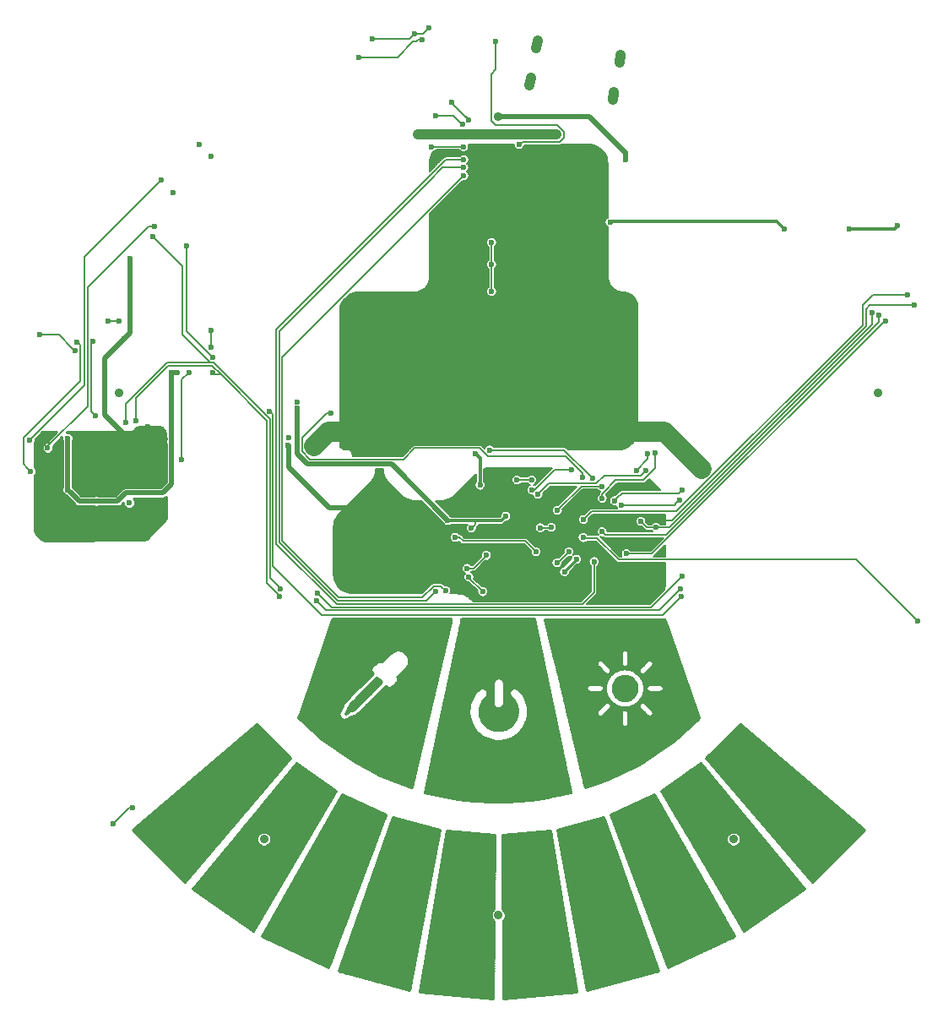
<source format=gtl>
G04 #@! TF.GenerationSoftware,KiCad,Pcbnew,5.0.1*
G04 #@! TF.CreationDate,2019-08-04T23:17:12+02:00*
G04 #@! TF.ProjectId,main,6D61696E2E6B696361645F7063620000,rev?*
G04 #@! TF.SameCoordinates,Original*
G04 #@! TF.FileFunction,Copper,L1,Top,Signal*
G04 #@! TF.FilePolarity,Positive*
%FSLAX46Y46*%
G04 Gerber Fmt 4.6, Leading zero omitted, Abs format (unit mm)*
G04 Created by KiCad (PCBNEW 5.0.1) date So 04 Aug 2019 23:17:12 CEST*
%MOMM*%
%LPD*%
G01*
G04 APERTURE LIST*
G04 #@! TA.AperFunction,ViaPad*
%ADD10O,0.900000X0.900000*%
G04 #@! TD*
G04 #@! TA.AperFunction,ComponentPad*
%ADD11C,1.000000*%
G04 #@! TD*
G04 #@! TA.AperFunction,Conductor*
%ADD12C,1.000000*%
G04 #@! TD*
G04 #@! TA.AperFunction,ViaPad*
%ADD13C,0.600000*%
G04 #@! TD*
G04 #@! TA.AperFunction,Conductor*
%ADD14C,0.500000*%
G04 #@! TD*
G04 #@! TA.AperFunction,Conductor*
%ADD15C,0.300000*%
G04 #@! TD*
G04 #@! TA.AperFunction,Conductor*
%ADD16C,0.154000*%
G04 #@! TD*
G04 #@! TA.AperFunction,Conductor*
%ADD17C,2.000000*%
G04 #@! TD*
G04 #@! TA.AperFunction,Conductor*
%ADD18C,0.200000*%
G04 #@! TD*
%ADD19C,0.154000*%
G04 #@! TA.AperFunction,Conductor*
%ADD20C,0.254000*%
G04 #@! TD*
%ADD21C,0.254000*%
G04 #@! TA.AperFunction,NonConductor*
%ADD22C,0.254000*%
G04 #@! TD*
G04 APERTURE END LIST*
D10*
G04 #@! TO.N,AnodeW*
G04 #@! TO.C,AnodeW1*
X100000000Y-60000000D03*
G04 #@! TD*
G04 #@! TO.N,KathodeW*
G04 #@! TO.C,KathodeW1*
X138042260Y-87639320D03*
G04 #@! TD*
D11*
G04 #@! TO.P,J4,1*
G04 #@! TO.N,GND*
X103210463Y-56440068D03*
D12*
G04 #@! TD*
G04 #@! TO.N,GND*
G04 #@! TO.C,J4*
X103279922Y-56046145D02*
X103141004Y-56833991D01*
D11*
G04 #@! TO.P,J4,6*
G04 #@! TO.N,GND*
X111541937Y-57909132D03*
D12*
G04 #@! TD*
G04 #@! TO.N,GND*
G04 #@! TO.C,J4*
X111611396Y-57515209D02*
X111472478Y-58303055D01*
D11*
G04 #@! TO.P,J4,1*
G04 #@! TO.N,GND*
X103870326Y-52697799D03*
D12*
G04 #@! TD*
G04 #@! TO.N,GND*
G04 #@! TO.C,J4*
X103939785Y-52303876D02*
X103800867Y-53091722D01*
D11*
G04 #@! TO.P,J4,6*
G04 #@! TO.N,GND*
X112201800Y-54166862D03*
D12*
G04 #@! TD*
G04 #@! TO.N,GND*
G04 #@! TO.C,J4*
X112271259Y-53772939D02*
X112132341Y-54560785D01*
D10*
G04 #@! TO.N,AnodeC*
G04 #@! TO.C,AnodeC1*
X61957740Y-87639320D03*
G04 #@! TD*
G04 #@! TO.N,GND*
G04 #@! TO.C,gnd1*
X123571200Y-132359600D03*
G04 #@! TD*
G04 #@! TO.N,NTC*
G04 #@! TO.C,ntc1*
X100000000Y-140000000D03*
G04 #@! TD*
G04 #@! TO.N,KathodeC*
G04 #@! TO.C,KathodeC1*
X76488590Y-132360680D03*
G04 #@! TD*
D13*
G04 #@! TO.N,3V3ESP*
X63250000Y-97675000D03*
X59650000Y-98499999D03*
X56800000Y-92200000D03*
X67200000Y-85650000D03*
X56800000Y-97349996D03*
X67200000Y-91275000D03*
X67200000Y-91900000D03*
X67200000Y-92525000D03*
X67825000Y-85600000D03*
G04 #@! TO.N,3V3*
X106626200Y-105574600D03*
X115776200Y-101124600D03*
X94926200Y-100437098D03*
X107826200Y-104324600D03*
X79825000Y-89200000D03*
X79825000Y-88575000D03*
X97302980Y-101207697D03*
X100750000Y-99993990D03*
X114300000Y-100525000D03*
X137450000Y-79575000D03*
G04 #@! TO.N,AnodeW*
X112726200Y-63574600D03*
X112726200Y-64274600D03*
G04 #@! TO.N,ESP*
X103976200Y-97824600D03*
X114799519Y-95399519D03*
X118350156Y-108052342D03*
X77050000Y-89475000D03*
G04 #@! TO.N,GND*
X58400000Y-96100000D03*
X81700800Y-93600000D03*
X82200800Y-93100000D03*
X82700800Y-92600000D03*
X80900800Y-92750000D03*
X81400800Y-92250000D03*
X81900800Y-91750000D03*
X119200000Y-93300000D03*
X119748400Y-93850000D03*
X120298400Y-94400000D03*
X118350000Y-94150000D03*
X118898400Y-94700000D03*
X119448400Y-95250000D03*
X89826200Y-85574600D03*
X88426200Y-85574600D03*
X89826200Y-86574600D03*
X89126200Y-86574600D03*
X89626200Y-84674600D03*
X89126200Y-85574600D03*
X90326200Y-84674600D03*
X87726200Y-86574600D03*
X88426200Y-86574600D03*
X104026200Y-69574600D03*
X103726200Y-68174600D03*
X104126200Y-68774600D03*
X103426200Y-69074600D03*
X96926200Y-71274600D03*
X96226200Y-71274600D03*
X95526200Y-71274600D03*
X96926200Y-71974600D03*
X96226200Y-71974600D03*
X95526200Y-71974600D03*
X105926200Y-63574600D03*
X105926200Y-64274600D03*
X106626200Y-63574600D03*
X106626200Y-64274600D03*
X107326200Y-64274600D03*
X107326200Y-63574600D03*
X108026200Y-63574600D03*
X108026200Y-64274600D03*
X93426200Y-63974600D03*
X104626200Y-86574600D03*
X103926200Y-86574600D03*
X103226200Y-86574600D03*
X102526200Y-86574600D03*
X104626200Y-85574600D03*
X103926200Y-85574600D03*
X103226200Y-85574600D03*
X105126200Y-84674600D03*
X104426200Y-84674600D03*
X86326200Y-89074600D03*
X85326200Y-89074600D03*
X88426200Y-89074600D03*
X87426200Y-89074600D03*
X103226200Y-89074600D03*
X102226200Y-89074600D03*
X90026200Y-87674600D03*
X89326200Y-87674600D03*
X104826200Y-87674600D03*
X104126200Y-87674600D03*
X88126200Y-78074600D03*
X102826200Y-78074600D03*
X90526200Y-93174600D03*
X89826200Y-93174600D03*
X89126200Y-93174600D03*
X88426200Y-93174600D03*
X87726200Y-93174600D03*
X87026200Y-93174600D03*
X86326200Y-93174600D03*
X85626200Y-93174600D03*
X88076200Y-95524600D03*
X91101200Y-104724600D03*
X100626200Y-73274600D03*
X101658713Y-67974600D03*
X100858713Y-67974600D03*
X100058713Y-67974600D03*
X101658713Y-67174600D03*
X100858713Y-67174600D03*
X100058713Y-67174600D03*
X101658713Y-66374600D03*
X100858713Y-66374600D03*
X100058713Y-66374600D03*
X104326200Y-104274600D03*
X101826200Y-108174600D03*
X104526200Y-108024600D03*
X107526200Y-106324600D03*
X90951201Y-106924600D03*
X99726200Y-108274600D03*
X118501600Y-93450000D03*
X119050000Y-94000000D03*
X119600000Y-94550000D03*
X112900000Y-100450000D03*
X82550800Y-91950000D03*
X82050800Y-92450000D03*
X81550800Y-92950000D03*
X56300000Y-99650000D03*
X54000000Y-97450000D03*
X63250000Y-92550000D03*
X59200000Y-96100000D03*
X60000000Y-96100000D03*
X60800000Y-96100000D03*
X58400000Y-95300000D03*
X59200000Y-95300000D03*
X60000000Y-95300000D03*
X60800000Y-95300000D03*
X58400000Y-94500000D03*
X59200000Y-94500000D03*
X60000000Y-94500000D03*
X60800000Y-94500000D03*
X58400000Y-93700000D03*
X59200000Y-93700000D03*
X60000000Y-93700000D03*
X60800000Y-93700000D03*
X63300000Y-102150000D03*
X62500000Y-82200000D03*
X54800000Y-94400000D03*
X71199502Y-63981405D03*
X67359895Y-67561896D03*
X92075000Y-99175000D03*
X78925000Y-92875000D03*
X78950000Y-92175000D03*
X64800000Y-91000000D03*
X63400000Y-93350000D03*
X63036232Y-74200000D03*
X54625000Y-102025000D03*
X55150000Y-101375000D03*
X55800000Y-100800000D03*
X56850000Y-102175000D03*
X57500000Y-101700000D03*
X58300000Y-101725000D03*
X59000000Y-102050000D03*
X59775000Y-101725000D03*
X56475000Y-100350000D03*
X66075000Y-99625000D03*
X99275000Y-106725000D03*
X106625000Y-108175000D03*
X98050000Y-101475000D03*
X93350000Y-106150000D03*
X114675000Y-105300000D03*
X114100000Y-97100000D03*
X98742188Y-97416277D03*
X96600002Y-98300000D03*
X99900000Y-98675000D03*
X114575000Y-107350000D03*
X116325000Y-105425000D03*
X141700000Y-78875000D03*
X60921702Y-100777712D03*
X60245156Y-101134799D03*
X106700000Y-102250000D03*
X102800000Y-98700000D03*
X102300000Y-95550000D03*
X107650000Y-99700000D03*
X106250000Y-100400000D03*
X105150000Y-104000000D03*
X109900000Y-108200000D03*
X105700000Y-105550000D03*
X116350000Y-103800000D03*
X115850000Y-102500000D03*
X88400000Y-103650000D03*
X84250000Y-101100000D03*
X90900000Y-101250000D03*
X86950000Y-101400000D03*
X86350000Y-106850000D03*
X88075319Y-96173719D03*
X66350000Y-94350000D03*
X66350000Y-94350000D03*
X65650000Y-94350000D03*
G04 #@! TO.N,NRST*
X108537465Y-100340065D03*
X107076200Y-103574600D03*
X105876200Y-104674600D03*
X141050000Y-77825000D03*
G04 #@! TO.N,NTCBAT*
X96526200Y-62974600D03*
X93326200Y-62974600D03*
G04 #@! TO.N,OTG*
X96526200Y-64274600D03*
X109600000Y-104550000D03*
G04 #@! TO.N,PWM1L*
X99126200Y-93374600D03*
X109426197Y-96186446D03*
G04 #@! TO.N,PWM2L*
X108426200Y-96074600D03*
X83226200Y-89674600D03*
G04 #@! TO.N,SCL*
X96526200Y-65874600D03*
X96876200Y-105224600D03*
X94726200Y-107474600D03*
X98800000Y-103925000D03*
G04 #@! TO.N,SDA*
X96526200Y-65074600D03*
X93726200Y-107574600D03*
G04 #@! TO.N,TOUCH1*
X108226200Y-131424600D03*
G04 #@! TO.N,TOUCH2*
X98426200Y-107574600D03*
X97046360Y-106091294D03*
G04 #@! TO.N,TOUCH3*
X91526200Y-131574600D03*
G04 #@! TO.N,TOUCH6*
X88926200Y-110924600D03*
G04 #@! TO.N,TOUCH7*
X99826200Y-110824600D03*
G04 #@! TO.N,TOUCH8*
X111495192Y-110724600D03*
G04 #@! TO.N,UCOMP1*
X103326200Y-96374600D03*
X101875000Y-96374600D03*
G04 #@! TO.N,USART1_RX*
X118300000Y-107300000D03*
X112350000Y-98899119D03*
X118160979Y-98369564D03*
X81800000Y-108500000D03*
G04 #@! TO.N,USART1_TX*
X118400000Y-97400000D03*
X111650000Y-98450002D03*
X118468990Y-105999994D03*
X81850000Y-107700000D03*
G04 #@! TO.N,VBAT+*
X104426200Y-61774600D03*
X93326200Y-61774600D03*
X92626200Y-61774600D03*
X91926200Y-61774600D03*
X105126200Y-61774600D03*
X105826200Y-61774600D03*
G04 #@! TO.N,VBAT*
X107326200Y-95374600D03*
X103387464Y-97353514D03*
X113850000Y-95400000D03*
X114998939Y-93766645D03*
G04 #@! TO.N,VMID*
X99326200Y-72574600D03*
X99326200Y-77474600D03*
X99326200Y-74774600D03*
G04 #@! TO.N,VSYS*
X97726200Y-93724600D03*
X128700000Y-71250000D03*
X111200000Y-70550000D03*
X98175000Y-96900000D03*
G04 #@! TO.N,SK6812*
X104209352Y-101160204D03*
X105326200Y-101124600D03*
X108500000Y-102150000D03*
X142050000Y-110500000D03*
G04 #@! TO.N,/cpu/SWDIO*
X110426200Y-101574600D03*
X138175000Y-79900000D03*
G04 #@! TO.N,/cpu/SWCLK*
X112826200Y-103774600D03*
X138800000Y-80450000D03*
G04 #@! TO.N,Net-(C3-Pad2)*
X103776200Y-103574600D03*
X95676200Y-102124600D03*
G04 #@! TO.N,Net-(IC1-Pad3)*
X97018611Y-60287495D03*
X97018611Y-60287495D03*
X95300000Y-58500000D03*
G04 #@! TO.N,Net-(IC1-Pad4)*
X93700000Y-59850000D03*
X96406702Y-60728064D03*
G04 #@! TO.N,Net-(R13-Pad2)*
X105926200Y-99424600D03*
X110397834Y-97025467D03*
G04 #@! TO.N,/cpu/TOUCH244*
X118676200Y-126774600D03*
G04 #@! TO.N,/cpu/TOUCH224*
X123326200Y-122874600D03*
G04 #@! TO.N,/cpu/TOUCH223*
X76726200Y-122974600D03*
G04 #@! TO.N,/cpu/TOUCH233*
X80998265Y-126924600D03*
G04 #@! TO.N,/cpu/TOUCH33*
X86176200Y-129624600D03*
G04 #@! TO.N,/cpu/TOUCH334*
X97226200Y-132424600D03*
G04 #@! TO.N,/cpu/TOUCH344*
X102726200Y-132524600D03*
G04 #@! TO.N,/cpu/TOUCH44*
X113676200Y-129674600D03*
G04 #@! TO.N,Net-(IC1-Pad12)*
X99750000Y-52450000D03*
X102075108Y-62751196D03*
G04 #@! TO.N,Net-(D9-Pad2)*
X57750000Y-82550000D03*
X53050004Y-95500000D03*
G04 #@! TO.N,Net-(LED3-Pad3)*
X92350000Y-52250000D03*
X86000000Y-54000000D03*
G04 #@! TO.N,Net-(R53-Pad1)*
X62950000Y-98650000D03*
G04 #@! TO.N,GPIO0*
X54800000Y-93125000D03*
X65550000Y-70975000D03*
G04 #@! TO.N,ESP_RST*
X68250000Y-94300000D03*
X69000000Y-85575000D03*
X71200000Y-83100000D03*
X71200000Y-81400000D03*
G04 #@! TO.N,ESP_SI*
X59600000Y-89950000D03*
X59331010Y-82465068D03*
G04 #@! TO.N,ESP_CLK*
X61950000Y-80450000D03*
X60850000Y-80450000D03*
G04 #@! TO.N,Net-(T2-Pad1)*
X70040105Y-62738104D03*
X66200498Y-66318595D03*
X53000000Y-92350000D03*
G04 #@! TO.N,VSYS_SK6812*
X140016536Y-70925489D03*
X135200008Y-71181010D03*
X93062938Y-51032444D03*
X87373491Y-52185253D03*
X53993611Y-81839163D03*
X91600000Y-51700000D03*
X61350000Y-130800000D03*
X63300000Y-129200000D03*
X57518989Y-83423806D03*
G04 #@! TO.N,SK6812_EN*
X115750000Y-93700000D03*
X110425000Y-98200000D03*
G04 #@! TO.N,ESP_TXD*
X63650000Y-90450000D03*
X78025000Y-108050000D03*
X71375000Y-85625000D03*
X68758141Y-72875000D03*
X71350002Y-84050000D03*
G04 #@! TO.N,ESP_RXD*
X62650000Y-90650000D03*
X78150001Y-107275001D03*
X65350000Y-72025000D03*
G04 #@! TD*
D14*
G04 #@! TO.N,3V3ESP*
X63250000Y-97675000D02*
X66325000Y-97675000D01*
X66325000Y-97675000D02*
X67200000Y-96800000D01*
X57099999Y-97649995D02*
X56800000Y-97349996D01*
X59650000Y-98499999D02*
X57950003Y-98499999D01*
X56800000Y-92624264D02*
X56800000Y-97349996D01*
X56800000Y-92200000D02*
X56800000Y-92624264D01*
X57950003Y-98499999D02*
X57099999Y-97649995D01*
X67200000Y-96800000D02*
X67200000Y-91275000D01*
X67200000Y-91275000D02*
X67200000Y-85650000D01*
X61800001Y-98499999D02*
X59650000Y-98499999D01*
X63250000Y-97675000D02*
X62625000Y-97675000D01*
X62625000Y-97675000D02*
X61800001Y-98499999D01*
X67250000Y-85600000D02*
X67200000Y-85650000D01*
X67825000Y-85600000D02*
X67250000Y-85600000D01*
D15*
G04 #@! TO.N,3V3*
X95350464Y-100437098D02*
X94926200Y-100437098D01*
X97726200Y-100437100D02*
X97726198Y-100437098D01*
X97726198Y-100437098D02*
X95350464Y-100437098D01*
X106626200Y-105574600D02*
X107826200Y-104374600D01*
X107826200Y-104374600D02*
X107826200Y-104324600D01*
D16*
X115776200Y-101124600D02*
X117154216Y-101124600D01*
D14*
X94926200Y-100437098D02*
X89364102Y-94875000D01*
X89364102Y-94875000D02*
X89264102Y-94775000D01*
X89264102Y-94775000D02*
X80875000Y-94775000D01*
X80875000Y-94775000D02*
X79825000Y-93725000D01*
X79825000Y-93725000D02*
X79825000Y-89200000D01*
D16*
X97726200Y-100437100D02*
X97726200Y-100784477D01*
X97602979Y-100907698D02*
X97302980Y-101207697D01*
X97726200Y-100784477D02*
X97602979Y-100907698D01*
D15*
X100450001Y-100293989D02*
X100750000Y-99993990D01*
X97726200Y-100437100D02*
X100306890Y-100437100D01*
X100306890Y-100437100D02*
X100450001Y-100293989D01*
D16*
X114599999Y-100824999D02*
X114300000Y-100525000D01*
X114899600Y-101124600D02*
X114599999Y-100824999D01*
X115776200Y-101124600D02*
X114899600Y-101124600D01*
X117154216Y-101124600D02*
X130900000Y-87378816D01*
X130900000Y-87378816D02*
X130983978Y-87294838D01*
X137450000Y-80828816D02*
X137450000Y-79999264D01*
X137450000Y-79999264D02*
X137450000Y-79575000D01*
X130900000Y-87378816D02*
X137450000Y-80828816D01*
D14*
G04 #@! TO.N,AnodeW*
X109151600Y-60000000D02*
X108926200Y-60000000D01*
X100000000Y-60000000D02*
X108926200Y-60000000D01*
X112726200Y-63574600D02*
X109151600Y-60000000D01*
X112726200Y-63574600D02*
X112726200Y-64274600D01*
D16*
G04 #@! TO.N,ESP*
X103976200Y-97824600D02*
X105083344Y-96717456D01*
X109833344Y-96717456D02*
X110619799Y-95931001D01*
X114268037Y-95931001D02*
X114499520Y-95699518D01*
X105083344Y-96717456D02*
X109833344Y-96717456D01*
X110619799Y-95931001D02*
X114268037Y-95931001D01*
X114499520Y-95699518D02*
X114799519Y-95399519D01*
X77391022Y-89816022D02*
X77349999Y-89774999D01*
X77349999Y-89774999D02*
X77050000Y-89475000D01*
X118350156Y-108052342D02*
X116471496Y-109931002D01*
X82281002Y-109931002D02*
X77391022Y-105041022D01*
X116471496Y-109931002D02*
X82281002Y-109931002D01*
X77391022Y-105041022D02*
X77391022Y-89816022D01*
G04 #@! TO.N,GND*
X93426200Y-63974600D02*
X93726200Y-64274600D01*
X102226200Y-91500800D02*
X102226200Y-89074600D01*
X102300000Y-91574600D02*
X102226200Y-91500800D01*
D17*
X82926200Y-91574600D02*
X102300000Y-91574600D01*
D16*
X117400000Y-100400000D02*
X117100000Y-100400000D01*
X117100000Y-100400000D02*
X116150000Y-100400000D01*
D17*
X82550800Y-91950000D02*
X82926200Y-91574600D01*
X82050800Y-92450000D02*
X82550800Y-91950000D01*
X81550800Y-92950000D02*
X82050800Y-92450000D01*
X116626200Y-91576200D02*
X120350000Y-95300000D01*
X102300000Y-91574600D02*
X116626200Y-91574600D01*
X116626200Y-91574600D02*
X116626200Y-91576200D01*
D14*
X54000000Y-97450000D02*
X54000000Y-93650000D01*
X63036232Y-81663768D02*
X63036232Y-74200000D01*
X62500000Y-82200000D02*
X63036232Y-81663768D01*
X62500000Y-82200000D02*
X60550000Y-84150000D01*
X60550000Y-89850000D02*
X63250000Y-92550000D01*
X60550000Y-84150000D02*
X60550000Y-89850000D01*
X92075000Y-99175000D02*
X83025000Y-99175000D01*
X83025000Y-99175000D02*
X78975000Y-95125000D01*
X78975000Y-95125000D02*
X78975000Y-92925000D01*
X78975000Y-92925000D02*
X78925000Y-92875000D01*
X64800000Y-91000000D02*
X63250000Y-92550000D01*
X63036232Y-74200000D02*
X63036232Y-74161292D01*
D15*
X98742188Y-97416277D02*
X97858465Y-98300000D01*
X97858465Y-98300000D02*
X97024266Y-98300000D01*
X97024266Y-98300000D02*
X96600002Y-98300000D01*
D16*
X117435593Y-100400000D02*
X136858010Y-80977582D01*
X117100000Y-100400000D02*
X117435593Y-100400000D01*
X136858010Y-79266990D02*
X137250000Y-78875000D01*
X136858010Y-80977582D02*
X136858010Y-79266990D01*
X137250000Y-78875000D02*
X141275736Y-78875000D01*
X141275736Y-78875000D02*
X141700000Y-78875000D01*
G04 #@! TO.N,NRST*
X105976200Y-104674600D02*
X105876200Y-104674600D01*
X107076200Y-103574600D02*
X105976200Y-104674600D01*
X141025000Y-77800000D02*
X141050000Y-77825000D01*
X137600000Y-77800000D02*
X141025000Y-77800000D01*
X109352930Y-99524600D02*
X117875400Y-99524600D01*
X108537465Y-100340065D02*
X109352930Y-99524600D01*
X117875400Y-99524600D02*
X136525000Y-80875000D01*
X136525000Y-78875000D02*
X137600000Y-77800000D01*
X136525000Y-80875000D02*
X136525000Y-78875000D01*
G04 #@! TO.N,NTCBAT*
X96526200Y-62974600D02*
X93326200Y-62974600D01*
G04 #@! TO.N,OTG*
X77699033Y-102763149D02*
X83761851Y-108825967D01*
X77699033Y-81301767D02*
X77699033Y-102763149D01*
X109600000Y-104974264D02*
X109600000Y-104550000D01*
X94726200Y-64274600D02*
X77699033Y-81301767D01*
X109600000Y-107650000D02*
X109600000Y-104974264D01*
X96526200Y-64274600D02*
X94726200Y-64274600D01*
X108424033Y-108825967D02*
X109600000Y-107650000D01*
X83761851Y-108825967D02*
X108424033Y-108825967D01*
G04 #@! TO.N,PWM1L*
X109126198Y-95886447D02*
X109426197Y-96186446D01*
X106614351Y-93374600D02*
X109126198Y-95886447D01*
X99126200Y-93374600D02*
X106614351Y-93374600D01*
G04 #@! TO.N,PWM2L*
X80306011Y-92170525D02*
X82801936Y-89674600D01*
X90507819Y-94293989D02*
X81074241Y-94293989D01*
X80306011Y-93525759D02*
X80306011Y-92170525D01*
X91627208Y-93174600D02*
X90507819Y-94293989D01*
X81074241Y-94293989D02*
X80306011Y-93525759D01*
X82801936Y-89674600D02*
X83226200Y-89674600D01*
X98126200Y-93174600D02*
X91627208Y-93174600D01*
X98926200Y-93974600D02*
X98126200Y-93174600D01*
X108426200Y-95650336D02*
X106750464Y-93974600D01*
X106750464Y-93974600D02*
X98926200Y-93974600D01*
X108426200Y-96074600D02*
X108426200Y-95650336D01*
G04 #@! TO.N,SCL*
X94251600Y-107000000D02*
X93500000Y-107000000D01*
X96226201Y-66174599D02*
X96526200Y-65874600D01*
X93500000Y-107000000D02*
X92350000Y-108150000D01*
X94726200Y-107474600D02*
X94251600Y-107000000D01*
X78315055Y-84085745D02*
X96226201Y-66174599D01*
X92350000Y-108150000D02*
X84000000Y-108150000D01*
X84000000Y-108150000D02*
X78315055Y-102465055D01*
X78315055Y-102465055D02*
X78315055Y-84085745D01*
X98800000Y-103950000D02*
X98800000Y-103925000D01*
X96876200Y-105224600D02*
X97525400Y-105224600D01*
X97525400Y-105224600D02*
X98800000Y-103950000D01*
G04 #@! TO.N,SDA*
X96526200Y-65074600D02*
X94426200Y-65074600D01*
X94426200Y-65074600D02*
X93026200Y-66474600D01*
X93026200Y-66474600D02*
X92926200Y-66574600D01*
X93726200Y-107574600D02*
X92800800Y-108500000D01*
X78007044Y-81493756D02*
X93026200Y-66474600D01*
X78007044Y-102592637D02*
X78007044Y-81493756D01*
X83914407Y-108500000D02*
X78007044Y-102592637D01*
X92800800Y-108500000D02*
X83914407Y-108500000D01*
G04 #@! TO.N,TOUCH2*
X98426200Y-107574600D02*
X97046360Y-106194760D01*
X97046360Y-106194760D02*
X97046360Y-106091294D01*
G04 #@! TO.N,UCOMP1*
X103326200Y-96374600D02*
X101875000Y-96374600D01*
G04 #@! TO.N,USART1_RX*
X112350000Y-98899119D02*
X117631424Y-98899119D01*
X117860980Y-98669563D02*
X118160979Y-98369564D01*
X117631424Y-98899119D02*
X117860980Y-98669563D01*
X118300000Y-107300000D02*
X116158011Y-109441989D01*
X82741989Y-109441989D02*
X82099999Y-108799999D01*
X116158011Y-109441989D02*
X82741989Y-109441989D01*
X82099999Y-108799999D02*
X81800000Y-108500000D01*
G04 #@! TO.N,USART1_TX*
X82149999Y-107999999D02*
X81850000Y-107700000D01*
X83283978Y-109133978D02*
X82149999Y-107999999D01*
X118468990Y-105999994D02*
X115335006Y-109133978D01*
X115335006Y-109133978D02*
X83283978Y-109133978D01*
X118100001Y-97699999D02*
X112400003Y-97699999D01*
X118400000Y-97400000D02*
X118100001Y-97699999D01*
X111949999Y-98150003D02*
X111650000Y-98450002D01*
X112400003Y-97699999D02*
X111949999Y-98150003D01*
D12*
G04 #@! TO.N,VBAT+*
X104426200Y-61774600D02*
X105826200Y-61774600D01*
X104426200Y-61774600D02*
X104001936Y-61774600D01*
X104001936Y-61774600D02*
X103980002Y-61752666D01*
X92350464Y-61774600D02*
X91926200Y-61774600D01*
X103980002Y-61752666D02*
X92372398Y-61752666D01*
X92372398Y-61752666D02*
X92350464Y-61774600D01*
D16*
G04 #@! TO.N,VBAT*
X103647286Y-97353514D02*
X103387464Y-97353514D01*
X107326200Y-95374600D02*
X105626200Y-95374600D01*
X105626200Y-95374600D02*
X103647286Y-97353514D01*
X114998939Y-94190909D02*
X114998939Y-93766645D01*
X114998939Y-94251061D02*
X114998939Y-94190909D01*
X113850000Y-95400000D02*
X114998939Y-94251061D01*
G04 #@! TO.N,VMID*
X99326200Y-75074600D02*
X99326200Y-77474600D01*
X99326200Y-75074600D02*
X99326200Y-75474600D01*
X99326200Y-72574600D02*
X99326200Y-74774600D01*
X99326200Y-74774600D02*
X99326200Y-75074600D01*
D15*
G04 #@! TO.N,VSYS*
X128700000Y-71250000D02*
X127950000Y-70500000D01*
X111250000Y-70500000D02*
X111200000Y-70550000D01*
X127950000Y-70500000D02*
X111250000Y-70500000D01*
X98175000Y-94173400D02*
X98175000Y-96475736D01*
X97726200Y-93724600D02*
X98175000Y-94173400D01*
X98175000Y-96475736D02*
X98175000Y-96900000D01*
D16*
G04 #@! TO.N,SK6812*
X104209352Y-101160204D02*
X105290596Y-101160204D01*
X105290596Y-101160204D02*
X105326200Y-101124600D01*
X108550000Y-102200000D02*
X108500000Y-102150000D01*
X109900000Y-102200000D02*
X108550000Y-102200000D01*
X112050000Y-104350000D02*
X109900000Y-102200000D01*
X135900000Y-104350000D02*
X142050000Y-110500000D01*
X122050000Y-104350000D02*
X135900000Y-104350000D01*
X122150000Y-104350000D02*
X122050000Y-104350000D01*
X122050000Y-104350000D02*
X112050000Y-104350000D01*
G04 #@! TO.N,/cpu/SWDIO*
X110726199Y-101874599D02*
X116839809Y-101874599D01*
X138175000Y-80539408D02*
X138175000Y-80324264D01*
X116839809Y-101874599D02*
X138175000Y-80539408D01*
X110426200Y-101574600D02*
X110726199Y-101874599D01*
X138175000Y-80324264D02*
X138175000Y-79900000D01*
G04 #@! TO.N,/cpu/SWCLK*
X112826200Y-103774600D02*
X115375400Y-103774600D01*
X115375400Y-103774600D02*
X115425400Y-103774600D01*
X115425400Y-103774600D02*
X138750000Y-80450000D01*
X138750000Y-80450000D02*
X138800000Y-80450000D01*
D18*
G04 #@! TO.N,Net-(C3-Pad2)*
X96475864Y-102500000D02*
X96100464Y-102124600D01*
X103776200Y-103574600D02*
X102701600Y-102500000D01*
X102701600Y-102500000D02*
X96475864Y-102500000D01*
X96100464Y-102124600D02*
X95676200Y-102124600D01*
D16*
G04 #@! TO.N,Net-(IC1-Pad3)*
X96700001Y-60000001D02*
X96712506Y-59987496D01*
X96712506Y-59987496D02*
X96718612Y-59987496D01*
X96718612Y-59987496D02*
X97018611Y-60287495D01*
X97018611Y-60287495D02*
X95300000Y-58568884D01*
X95300000Y-58568884D02*
X95300000Y-58500000D01*
G04 #@! TO.N,Net-(IC1-Pad4)*
X96106703Y-60428065D02*
X96406702Y-60728064D01*
X95528638Y-59850000D02*
X96106703Y-60428065D01*
X93700000Y-59850000D02*
X95528638Y-59850000D01*
G04 #@! TO.N,Net-(R13-Pad2)*
X109973570Y-97025467D02*
X110397834Y-97025467D01*
X108325333Y-97025467D02*
X109973570Y-97025467D01*
X105926200Y-99424600D02*
X108325333Y-97025467D01*
D18*
G04 #@! TO.N,/cpu/TOUCH244*
X118676200Y-126774600D02*
X118976199Y-127074599D01*
D16*
G04 #@! TO.N,Net-(IC1-Pad12)*
X99750000Y-55250000D02*
X99750000Y-52450000D01*
X99279998Y-60379998D02*
X99279998Y-55720002D01*
X99700000Y-60800000D02*
X99279998Y-60379998D01*
X105885404Y-60800000D02*
X99700000Y-60800000D01*
X99279998Y-55720002D02*
X99750000Y-55250000D01*
X102146111Y-62795185D02*
X102435686Y-62505610D01*
X102435686Y-62505610D02*
X106128994Y-62505610D01*
X106128994Y-62505610D02*
X106557210Y-62077394D01*
X106557210Y-62077394D02*
X106557210Y-61471806D01*
X106557210Y-61471806D02*
X105885404Y-60800000D01*
G04 #@! TO.N,Net-(D9-Pad2)*
X52350000Y-94799996D02*
X52750005Y-95200001D01*
X58049999Y-82849999D02*
X58049999Y-86450001D01*
X58049999Y-86450001D02*
X52350000Y-92150000D01*
X52750005Y-95200001D02*
X53050004Y-95500000D01*
X52350000Y-92150000D02*
X52350000Y-94799996D01*
X57750000Y-82550000D02*
X58049999Y-82849999D01*
G04 #@! TO.N,Net-(LED3-Pad3)*
X91925736Y-52250000D02*
X91725736Y-52450000D01*
X92350000Y-52250000D02*
X91925736Y-52250000D01*
X91725736Y-52450000D02*
X91450000Y-52450000D01*
X91450000Y-52450000D02*
X89900000Y-54000000D01*
X89900000Y-54000000D02*
X86000000Y-54000000D01*
G04 #@! TO.N,GPIO0*
X54700000Y-93100000D02*
X58800000Y-89000000D01*
X58800000Y-89000000D02*
X58800000Y-77075000D01*
X58800000Y-77075000D02*
X64900000Y-70975000D01*
X64900000Y-70975000D02*
X65550000Y-70975000D01*
G04 #@! TO.N,ESP_RST*
X71200000Y-83100000D02*
X71200000Y-81400000D01*
X68250000Y-86325000D02*
X69000000Y-85575000D01*
X68250000Y-94300000D02*
X68250000Y-86325000D01*
G04 #@! TO.N,ESP_SI*
X59600000Y-89950000D02*
X59150000Y-89500000D01*
X59150000Y-82646078D02*
X59331010Y-82465068D01*
X59150000Y-89500000D02*
X59150000Y-82646078D01*
G04 #@! TO.N,ESP_CLK*
X61950000Y-80450000D02*
X60850000Y-80450000D01*
G04 #@! TO.N,Net-(T2-Pad1)*
X70040105Y-62738104D02*
X70040105Y-62738104D01*
X66200498Y-66318595D02*
X66200498Y-66318595D01*
X58491989Y-86858011D02*
X53299999Y-92050001D01*
X66200498Y-66318595D02*
X58491989Y-74027104D01*
X58491989Y-74027104D02*
X58491989Y-86858011D01*
X53299999Y-92050001D02*
X53000000Y-92350000D01*
D18*
G04 #@! TO.N,VSYS_SK6812*
X87373491Y-52185253D02*
X91114747Y-52185253D01*
X91114747Y-52185253D02*
X91600000Y-51700000D01*
X92080078Y-51700000D02*
X92024264Y-51700000D01*
X92024264Y-51700000D02*
X91600000Y-51700000D01*
X92084079Y-51695999D02*
X92080078Y-51700000D01*
X92399383Y-51695999D02*
X92084079Y-51695999D01*
X93062938Y-51032444D02*
X92399383Y-51695999D01*
X61350000Y-130800000D02*
X62950000Y-129200000D01*
X62950000Y-129200000D02*
X63300000Y-129200000D01*
D15*
X139761015Y-71181010D02*
X140016536Y-70925489D01*
X135200008Y-71181010D02*
X139761015Y-71181010D01*
D18*
X53993611Y-81839163D02*
X55934346Y-81839163D01*
X57218990Y-83123807D02*
X57518989Y-83423806D01*
X55934346Y-81839163D02*
X57218990Y-83123807D01*
D16*
G04 #@! TO.N,SK6812_EN*
X115750000Y-95200000D02*
X115750000Y-94124264D01*
X114550000Y-96400000D02*
X115750000Y-95200000D01*
X111774264Y-96400000D02*
X114550000Y-96400000D01*
X115750000Y-94124264D02*
X115750000Y-93700000D01*
X110425000Y-98200000D02*
X110425000Y-97749264D01*
X110425000Y-97749264D02*
X110574264Y-97600000D01*
X110474264Y-97700000D02*
X110574264Y-97600000D01*
X110574264Y-97600000D02*
X111774264Y-96400000D01*
G04 #@! TO.N,ESP_TXD*
X63650000Y-90025736D02*
X63650000Y-90450000D01*
X63650000Y-88160592D02*
X63650000Y-90025736D01*
X66877581Y-84933011D02*
X63650000Y-88160592D01*
X78025000Y-108050000D02*
X78025000Y-107925000D01*
X78025000Y-107925000D02*
X76775000Y-106675000D01*
X71308011Y-84933011D02*
X66877581Y-84933011D01*
X76775000Y-106675000D02*
X76775000Y-90400000D01*
X71550000Y-85800000D02*
X71375000Y-85625000D01*
X72175000Y-85800000D02*
X71550000Y-85800000D01*
X76775000Y-90400000D02*
X72175000Y-85800000D01*
X72175000Y-85800000D02*
X71308011Y-84933011D01*
X71050003Y-83750001D02*
X71350002Y-84050000D01*
X68758141Y-72875000D02*
X68758141Y-81458139D01*
X68758141Y-81458139D02*
X71050003Y-83750001D01*
G04 #@! TO.N,ESP_RXD*
X66749999Y-84625000D02*
X71435593Y-84625000D01*
X71435593Y-84625000D02*
X77083011Y-90272418D01*
X62650000Y-90650000D02*
X62650000Y-88725000D01*
X77850002Y-106975002D02*
X78150001Y-107275001D01*
X77083011Y-106208011D02*
X77850002Y-106975002D01*
X62650000Y-88725000D02*
X66749999Y-84625000D01*
X77083011Y-90272418D02*
X77083011Y-106208011D01*
X68300000Y-74975000D02*
X65649999Y-72324999D01*
X71435593Y-84625000D02*
X71139118Y-84625000D01*
X65649999Y-72324999D02*
X65350000Y-72025000D01*
X68300000Y-81785882D02*
X68300000Y-74975000D01*
X71139118Y-84625000D02*
X68300000Y-81785882D01*
G04 #@! TD*
G04 #@! TO.N,TOUCH7*
X96385262Y-110251600D02*
X96507822Y-110251600D01*
X96265672Y-110397900D02*
X103692095Y-110397900D01*
X96237928Y-110544200D02*
X103723205Y-110544200D01*
X96208980Y-110690500D02*
X103754315Y-110690500D01*
X96177848Y-110836800D02*
X103785425Y-110836800D01*
X96146715Y-110983100D02*
X103816534Y-110983100D01*
X96115582Y-111129400D02*
X103847644Y-111129400D01*
X96084450Y-111275700D02*
X103878754Y-111275700D01*
X96053317Y-111422000D02*
X103909864Y-111422000D01*
X96022185Y-111568300D02*
X103940974Y-111568300D01*
X95991052Y-111714600D02*
X103972083Y-111714600D01*
X95959919Y-111860900D02*
X104003193Y-111860900D01*
X95928787Y-112007200D02*
X104034303Y-112007200D01*
X95897654Y-112153500D02*
X104065413Y-112153500D01*
X95866522Y-112299800D02*
X104096522Y-112299800D01*
X95835389Y-112446100D02*
X104127632Y-112446100D01*
X95804256Y-112592400D02*
X104158742Y-112592400D01*
X95773124Y-112738700D02*
X104189852Y-112738700D01*
X95741991Y-112885000D02*
X104220961Y-112885000D01*
X95710859Y-113031300D02*
X104252071Y-113031300D01*
X95679726Y-113177600D02*
X104283181Y-113177600D01*
X95648593Y-113323900D02*
X104314291Y-113323900D01*
X95617461Y-113470200D02*
X104345401Y-113470200D01*
X95586328Y-113616500D02*
X104376510Y-113616500D01*
X95555196Y-113762800D02*
X104407620Y-113762800D01*
X95524063Y-113909100D02*
X104438730Y-113909100D01*
X95492930Y-114055400D02*
X104469840Y-114055400D01*
X95461798Y-114201700D02*
X104500949Y-114201700D01*
X95430665Y-114348000D02*
X104532059Y-114348000D01*
X95399533Y-114494300D02*
X104563169Y-114494300D01*
X95368400Y-114640600D02*
X104594279Y-114640600D01*
X95337267Y-114786900D02*
X104625389Y-114786900D01*
X95306135Y-114933200D02*
X104656498Y-114933200D01*
X95275002Y-115079500D02*
X104687608Y-115079500D01*
X95243870Y-115225800D02*
X104718718Y-115225800D01*
X95212737Y-115372100D02*
X104749828Y-115372100D01*
X95181604Y-115518400D02*
X104780937Y-115518400D01*
X95150472Y-115664700D02*
X104812047Y-115664700D01*
X95119339Y-115811000D02*
X104843157Y-115811000D01*
X95088207Y-115957300D02*
X104874267Y-115957300D01*
X95057074Y-116103600D02*
X104905377Y-116103600D01*
X95025941Y-116249900D02*
X104936486Y-116249900D01*
X94994809Y-116396200D02*
X99730910Y-116396200D01*
X100373490Y-116396200D02*
X104967596Y-116396200D01*
X94963676Y-116542500D02*
X99620121Y-116542500D01*
X100488104Y-116542500D02*
X104998706Y-116542500D01*
X94932544Y-116688800D02*
X99575771Y-116688800D01*
X100527000Y-116688800D02*
X105029816Y-116688800D01*
X94901411Y-116835100D02*
X99569594Y-116835100D01*
X100527000Y-116835100D02*
X105060925Y-116835100D01*
X94870278Y-116981400D02*
X99567795Y-116981400D01*
X100527000Y-116981400D02*
X105092035Y-116981400D01*
X94839146Y-117127700D02*
X99567055Y-117127700D01*
X100527000Y-117127700D02*
X105123145Y-117127700D01*
X94808013Y-117274000D02*
X99566736Y-117274000D01*
X100527000Y-117274000D02*
X105154255Y-117274000D01*
X94776881Y-117420300D02*
X98093729Y-117420300D01*
X98755859Y-117420300D02*
X99566607Y-117420300D01*
X100527000Y-117420300D02*
X101337253Y-117420300D01*
X101996814Y-117420300D02*
X105185364Y-117420300D01*
X94745748Y-117566600D02*
X97938632Y-117566600D01*
X98859954Y-117566600D02*
X99566562Y-117566600D01*
X100527000Y-117566600D02*
X101229427Y-117566600D01*
X102144799Y-117566600D02*
X105216474Y-117566600D01*
X94714615Y-117712900D02*
X97806479Y-117712900D01*
X98901064Y-117712900D02*
X99566553Y-117712900D01*
X100527000Y-117712900D02*
X101187705Y-117712900D01*
X102278617Y-117712900D02*
X105247584Y-117712900D01*
X94683483Y-117859200D02*
X97692976Y-117859200D01*
X98899515Y-117859200D02*
X99566553Y-117859200D01*
X100527000Y-117859200D02*
X101187358Y-117859200D01*
X102393177Y-117859200D02*
X105278694Y-117859200D01*
X94652350Y-118005500D02*
X97594240Y-118005500D01*
X98844526Y-118005500D02*
X99566573Y-118005500D01*
X100527000Y-118005500D02*
X101243768Y-118005500D01*
X102492634Y-118005500D02*
X105309804Y-118005500D01*
X94621218Y-118151800D02*
X97503387Y-118151800D01*
X98727184Y-118151800D02*
X99566638Y-118151800D01*
X100527000Y-118151800D02*
X101363960Y-118151800D01*
X102583228Y-118151800D02*
X105340913Y-118151800D01*
X94590085Y-118298100D02*
X97426685Y-118298100D01*
X98589407Y-118298100D02*
X99566806Y-118298100D01*
X100527000Y-118298100D02*
X101498430Y-118298100D01*
X102659533Y-118298100D02*
X105372023Y-118298100D01*
X94558952Y-118444400D02*
X97359611Y-118444400D01*
X98468845Y-118444400D02*
X99567197Y-118444400D01*
X100527000Y-118444400D02*
X101615368Y-118444400D01*
X102726416Y-118444400D02*
X105403133Y-118444400D01*
X94527820Y-118590700D02*
X97299567Y-118590700D01*
X98372077Y-118590700D02*
X99568049Y-118590700D01*
X100527000Y-118590700D02*
X101713276Y-118590700D01*
X102786584Y-118590700D02*
X105434243Y-118590700D01*
X94496687Y-118737000D02*
X97252924Y-118737000D01*
X98294829Y-118737000D02*
X99570342Y-118737000D01*
X100527000Y-118737000D02*
X101793874Y-118737000D01*
X102833311Y-118737000D02*
X105465352Y-118737000D01*
X94465555Y-118883300D02*
X97209794Y-118883300D01*
X98229107Y-118883300D02*
X99579694Y-118883300D01*
X100527000Y-118883300D02*
X101859031Y-118883300D01*
X102876240Y-118883300D02*
X105496462Y-118883300D01*
X94434422Y-119029600D02*
X97179889Y-119029600D01*
X98177835Y-119029600D02*
X99638291Y-119029600D01*
X100466699Y-119029600D02*
X101911731Y-119029600D01*
X102907396Y-119029600D02*
X105527572Y-119029600D01*
X94403290Y-119175900D02*
X97153994Y-119175900D01*
X98141236Y-119175900D02*
X99768187Y-119175900D01*
X100335000Y-119175900D02*
X101947608Y-119175900D01*
X102933283Y-119175900D02*
X105558682Y-119175900D01*
X94372157Y-119322200D02*
X97138201Y-119322200D01*
X98114269Y-119322200D02*
X101975383Y-119322200D01*
X102950821Y-119322200D02*
X105589792Y-119322200D01*
X94341024Y-119468500D02*
X97128410Y-119468500D01*
X98096743Y-119468500D02*
X101988286Y-119468500D01*
X102960586Y-119468500D02*
X105620901Y-119468500D01*
X94309892Y-119614800D02*
X97126429Y-119614800D01*
X98095006Y-119614800D02*
X101991268Y-119614800D01*
X102964699Y-119614800D02*
X105652011Y-119614800D01*
X94278759Y-119761100D02*
X97128543Y-119761100D01*
X98102154Y-119761100D02*
X101985679Y-119761100D01*
X102958648Y-119761100D02*
X105683121Y-119761100D01*
X94247627Y-119907400D02*
X97136577Y-119907400D01*
X98118037Y-119907400D02*
X101967523Y-119907400D01*
X102949259Y-119907400D02*
X105714231Y-119907400D01*
X94216494Y-120053700D02*
X97156992Y-120053700D01*
X98148826Y-120053700D02*
X101937061Y-120053700D01*
X102927138Y-120053700D02*
X105745340Y-120053700D01*
X94185361Y-120200000D02*
X97186568Y-120200000D01*
X98191858Y-120200000D02*
X101896289Y-120200000D01*
X102902953Y-120200000D02*
X105776450Y-120200000D01*
X94154229Y-120346300D02*
X97222140Y-120346300D01*
X98247576Y-120346300D02*
X101843916Y-120346300D01*
X102865460Y-120346300D02*
X105807560Y-120346300D01*
X94123096Y-120492600D02*
X97264781Y-120492600D01*
X98315497Y-120492600D02*
X101774521Y-120492600D01*
X102823081Y-120492600D02*
X105838670Y-120492600D01*
X94091964Y-120638900D02*
X97315117Y-120638900D01*
X98397979Y-120638900D02*
X101687868Y-120638900D01*
X102769987Y-120638900D02*
X105869779Y-120638900D01*
X94060831Y-120785200D02*
X97377059Y-120785200D01*
X98500878Y-120785200D02*
X101584500Y-120785200D01*
X102712351Y-120785200D02*
X105900889Y-120785200D01*
X94029698Y-120931500D02*
X97444473Y-120931500D01*
X98626952Y-120931500D02*
X101459367Y-120931500D01*
X102638817Y-120931500D02*
X105931999Y-120931500D01*
X93998566Y-121077800D02*
X97527366Y-121077800D01*
X98781127Y-121077800D02*
X101304976Y-121077800D01*
X102559042Y-121077800D02*
X105963109Y-121077800D01*
X93967433Y-121224100D02*
X97619844Y-121224100D01*
X98974285Y-121224100D02*
X101108836Y-121224100D01*
X102467166Y-121224100D02*
X105994219Y-121224100D01*
X93936301Y-121370400D02*
X97722209Y-121370400D01*
X99246036Y-121370400D02*
X100847720Y-121370400D01*
X102359949Y-121370400D02*
X106025328Y-121370400D01*
X93905168Y-121516700D02*
X97844709Y-121516700D01*
X99695254Y-121516700D02*
X100392050Y-121516700D01*
X102240957Y-121516700D02*
X106056438Y-121516700D01*
X93874036Y-121663000D02*
X97983469Y-121663000D01*
X102105912Y-121663000D02*
X106087548Y-121663000D01*
X93842903Y-121809300D02*
X98142092Y-121809300D01*
X101944650Y-121809300D02*
X106118658Y-121809300D01*
X93811770Y-121955600D02*
X98327375Y-121955600D01*
X101757695Y-121955600D02*
X106149767Y-121955600D01*
X93780638Y-122101900D02*
X98550528Y-122101900D01*
X101534376Y-122101900D02*
X106180877Y-122101900D01*
X93749505Y-122248200D02*
X98831944Y-122248200D01*
X101261096Y-122248200D02*
X106211987Y-122248200D01*
X93718373Y-122394500D02*
X99214118Y-122394500D01*
X100877789Y-122394500D02*
X106243097Y-122394500D01*
X93687240Y-122540800D02*
X106274207Y-122540800D01*
X93656107Y-122687100D02*
X106305316Y-122687100D01*
X93624975Y-122833400D02*
X106336426Y-122833400D01*
X93593842Y-122979700D02*
X106367536Y-122979700D01*
X93562710Y-123126000D02*
X106398646Y-123126000D01*
X93531577Y-123272300D02*
X106429755Y-123272300D01*
X93500444Y-123418600D02*
X106460865Y-123418600D01*
X93469312Y-123564900D02*
X106491975Y-123564900D01*
X93438179Y-123711200D02*
X106523085Y-123711200D01*
X93407047Y-123857500D02*
X106554195Y-123857500D01*
X93375914Y-124003800D02*
X106585304Y-124003800D01*
X93344782Y-124150100D02*
X106616414Y-124150100D01*
X93313649Y-124296400D02*
X106647524Y-124296400D01*
X93282516Y-124442700D02*
X106678634Y-124442700D01*
X93251384Y-124589000D02*
X106709743Y-124589000D01*
X93220251Y-124735300D02*
X106740853Y-124735300D01*
X93189119Y-124881600D02*
X106771963Y-124881600D01*
X93157986Y-125027900D02*
X106803073Y-125027900D01*
X93126853Y-125174200D02*
X106834182Y-125174200D01*
X93095721Y-125320500D02*
X106865292Y-125320500D01*
X93064588Y-125466800D02*
X106896402Y-125466800D01*
X93033456Y-125613100D02*
X106927512Y-125613100D01*
X93002323Y-125759400D02*
X106958622Y-125759400D01*
X92971191Y-125905700D02*
X106989731Y-125905700D01*
X92940058Y-126052000D02*
X107020841Y-126052000D01*
X92908925Y-126198300D02*
X107051951Y-126198300D01*
X92877793Y-126344600D02*
X107083061Y-126344600D01*
X92846660Y-126490900D02*
X107114170Y-126490900D01*
X92815528Y-126637200D02*
X107145280Y-126637200D01*
X92784395Y-126783500D02*
X107176390Y-126783500D01*
X92753262Y-126929800D02*
X107207500Y-126929800D01*
X92722130Y-127076100D02*
X107238610Y-127076100D01*
X92690997Y-127222400D02*
X107269719Y-127222400D01*
X92659865Y-127368700D02*
X107300829Y-127368700D01*
X92628732Y-127515000D02*
X107331939Y-127515000D01*
X92597599Y-127661300D02*
X107363049Y-127661300D01*
X92904682Y-127807600D02*
X107052565Y-127807600D01*
X93590463Y-127953900D02*
X106379585Y-127953900D01*
X94276244Y-128100200D02*
X105706605Y-128100200D01*
X94962025Y-128246500D02*
X105033624Y-128246500D01*
X95671723Y-128392800D02*
X104301850Y-128392800D01*
X96684161Y-128539100D02*
X103148725Y-128539100D01*
X98785909Y-128685400D02*
X101271205Y-128685400D01*
X107371345Y-127738300D02*
X107371345Y-127738300D01*
X107225045Y-127012307D02*
X107225045Y-127770104D01*
X107078745Y-126324302D02*
X107078745Y-127801908D01*
X106932445Y-125636297D02*
X106932445Y-127833712D01*
X106786145Y-124948291D02*
X106786145Y-127865517D01*
X106639845Y-124260286D02*
X106639845Y-127897321D01*
X106493545Y-123572281D02*
X106493545Y-127929125D01*
X106347245Y-122884275D02*
X106347245Y-127960930D01*
X106200945Y-122196270D02*
X106200945Y-127992734D01*
X106054645Y-121508265D02*
X106054645Y-128024538D01*
X105908345Y-120820259D02*
X105908345Y-128056343D01*
X105762045Y-120132254D02*
X105762045Y-128088147D01*
X105615745Y-119444249D02*
X105615745Y-128119951D01*
X105469445Y-118756243D02*
X105469445Y-128151756D01*
X105323145Y-118068238D02*
X105323145Y-128183560D01*
X105176845Y-117380233D02*
X105176845Y-128215364D01*
X105030545Y-116692227D02*
X105030545Y-128247169D01*
X104884245Y-116004222D02*
X104884245Y-128278973D01*
X104737945Y-115316217D02*
X104737945Y-128310777D01*
X104591645Y-114628211D02*
X104591645Y-128340070D01*
X104445345Y-113940206D02*
X104445345Y-128366690D01*
X104299045Y-113252201D02*
X104299045Y-128393310D01*
X104152745Y-112564195D02*
X104152745Y-128419930D01*
X104006445Y-111876190D02*
X104006445Y-128446550D01*
X103860145Y-111188185D02*
X103860145Y-128464449D01*
X103713845Y-110500179D02*
X103713845Y-128480880D01*
X103567545Y-110276884D02*
X103567545Y-128497310D01*
X103421245Y-110276359D02*
X103421245Y-128513741D01*
X103274945Y-110275834D02*
X103274945Y-128529264D01*
X103128645Y-110275308D02*
X103128645Y-128540664D01*
X102982345Y-110274783D02*
X102982345Y-128552064D01*
X102836045Y-110274258D02*
X102836045Y-118745839D01*
X102836045Y-120447848D02*
X102836045Y-128563464D01*
X102689745Y-110273732D02*
X102689745Y-118356046D01*
X102689745Y-120830793D02*
X102689745Y-128574864D01*
X102543445Y-110273207D02*
X102543445Y-118084418D01*
X102543445Y-121102638D02*
X102543445Y-128586264D01*
X102397145Y-110272682D02*
X102397145Y-117864268D01*
X102397145Y-121321785D02*
X102397145Y-128597664D01*
X102250845Y-110272156D02*
X102250845Y-117678681D01*
X102250845Y-121505989D02*
X102250845Y-128609064D01*
X102104545Y-110271631D02*
X102104545Y-117524057D01*
X102104545Y-121664482D02*
X102104545Y-128620464D01*
X101958245Y-110271106D02*
X101958245Y-117389491D01*
X101958245Y-119229439D02*
X101958245Y-119963605D01*
X101958245Y-121797063D02*
X101958245Y-128631864D01*
X101811945Y-110270580D02*
X101811945Y-117311396D01*
X101811945Y-118772286D02*
X101811945Y-120413701D01*
X101811945Y-121915196D02*
X101811945Y-128643264D01*
X101665645Y-110270055D02*
X101665645Y-117294943D01*
X101665645Y-118517630D02*
X101665645Y-120675908D01*
X101665645Y-122021965D02*
X101665645Y-128654664D01*
X101519345Y-110269530D02*
X101519345Y-117308297D01*
X101519345Y-118324265D02*
X101519345Y-120868500D01*
X101519345Y-122111054D02*
X101519345Y-128666064D01*
X101373045Y-110269004D02*
X101373045Y-117387603D01*
X101373045Y-118161509D02*
X101373045Y-121020489D01*
X101373045Y-122193378D02*
X101373045Y-128677464D01*
X101226745Y-110268479D02*
X101226745Y-117573550D01*
X101226745Y-117975315D02*
X101226745Y-121143665D01*
X101226745Y-122264612D02*
X101226745Y-128688864D01*
X101080445Y-110267954D02*
X101080445Y-121243112D01*
X101080445Y-122326421D02*
X101080445Y-128700264D01*
X100934145Y-110267428D02*
X100934145Y-121325412D01*
X100934145Y-122377239D02*
X100934145Y-128711664D01*
X100787845Y-110266903D02*
X100787845Y-121393866D01*
X100787845Y-122419075D02*
X100787845Y-128720331D01*
X100641545Y-110266378D02*
X100641545Y-121450866D01*
X100641545Y-122451549D02*
X100641545Y-128726526D01*
X100495245Y-110265852D02*
X100495245Y-116556958D01*
X100495245Y-118981979D02*
X100495245Y-121490936D01*
X100495245Y-122479151D02*
X100495245Y-128732721D01*
X100348945Y-110265327D02*
X100348945Y-116373364D01*
X100348945Y-119165303D02*
X100348945Y-121523979D01*
X100348945Y-122498426D02*
X100348945Y-128738917D01*
X100202645Y-110264802D02*
X100202645Y-116294668D01*
X100202645Y-119241742D02*
X100202645Y-121534252D01*
X100202645Y-122509834D02*
X100202645Y-128745112D01*
X100056345Y-110264276D02*
X100056345Y-116270721D01*
X100056345Y-119266789D02*
X100056345Y-121535443D01*
X100056345Y-122516692D02*
X100056345Y-128744715D01*
X99910045Y-110263751D02*
X99910045Y-116291433D01*
X99910045Y-119246639D02*
X99910045Y-121534512D01*
X99910045Y-122512912D02*
X99910045Y-128740534D01*
X99763745Y-110263226D02*
X99763745Y-116367722D01*
X99763745Y-119172346D02*
X99763745Y-121526818D01*
X99763745Y-122504066D02*
X99763745Y-128736353D01*
X99617445Y-110262700D02*
X99617445Y-116547634D01*
X99617445Y-118994904D02*
X99617445Y-121499496D01*
X99617445Y-122482243D02*
X99617445Y-128732172D01*
X99471145Y-110262175D02*
X99471145Y-117769697D01*
X99471145Y-117769697D02*
X99471145Y-121456546D01*
X99471145Y-122458863D02*
X99471145Y-128727991D01*
X99324845Y-110261650D02*
X99324845Y-117769697D01*
X99324845Y-117769697D02*
X99324845Y-121405498D01*
X99324845Y-122422313D02*
X99324845Y-128719948D01*
X99178545Y-110261124D02*
X99178545Y-117769697D01*
X99178545Y-117769697D02*
X99178545Y-121340344D01*
X99178545Y-122382289D02*
X99178545Y-128710570D01*
X99032245Y-110260599D02*
X99032245Y-117769697D01*
X99032245Y-117769697D02*
X99032245Y-121257931D01*
X99032245Y-122331343D02*
X99032245Y-128701191D01*
X98885945Y-110260073D02*
X98885945Y-117628321D01*
X98885945Y-117917987D02*
X98885945Y-121159172D01*
X98885945Y-122272646D02*
X98885945Y-128691813D01*
X98739645Y-110259548D02*
X98739645Y-117406623D01*
X98739645Y-118137941D02*
X98739645Y-121039807D01*
X98739645Y-122206414D02*
X98739645Y-128682435D01*
X98593345Y-110259023D02*
X98593345Y-117318187D01*
X98593345Y-118293877D02*
X98593345Y-120893283D01*
X98593345Y-122126123D02*
X98593345Y-128673057D01*
X98447045Y-110258497D02*
X98447045Y-117296375D01*
X98447045Y-118475436D02*
X98447045Y-120708662D01*
X98447045Y-122038252D02*
X98447045Y-128663678D01*
X98300745Y-110257972D02*
X98300745Y-117303045D01*
X98300745Y-118724652D02*
X98300745Y-120465870D01*
X98300745Y-121937207D02*
X98300745Y-128654300D01*
X98154445Y-110257447D02*
X98154445Y-117372953D01*
X98154445Y-119119004D02*
X98154445Y-120072805D01*
X98154445Y-121819577D02*
X98154445Y-128644922D01*
X98008145Y-110256921D02*
X98008145Y-117497610D01*
X98008145Y-121687591D02*
X98008145Y-128635544D01*
X97861845Y-110256396D02*
X97861845Y-117649287D01*
X97861845Y-121537164D02*
X97861845Y-128626165D01*
X97715545Y-110255871D02*
X97715545Y-117830108D01*
X97715545Y-121361985D02*
X97715545Y-128616787D01*
X97569245Y-110255345D02*
X97569245Y-118044000D01*
X97569245Y-121151124D02*
X97569245Y-128607409D01*
X97422945Y-110254820D02*
X97422945Y-118305233D01*
X97422945Y-120886924D02*
X97422945Y-128598031D01*
X97276645Y-110254295D02*
X97276645Y-118659117D01*
X97276645Y-120527081D02*
X97276645Y-128588652D01*
X97130345Y-110253769D02*
X97130345Y-119394966D01*
X97130345Y-119805107D02*
X97130345Y-128579274D01*
X96984045Y-110253244D02*
X96984045Y-119675755D01*
X96984045Y-119675755D02*
X96984045Y-128569358D01*
X96837745Y-110252719D02*
X96837745Y-119675755D01*
X96837745Y-119675755D02*
X96837745Y-128554597D01*
X96691445Y-110252193D02*
X96691445Y-119675755D01*
X96691445Y-119675755D02*
X96691445Y-128539835D01*
X96545145Y-110251668D02*
X96545145Y-119675755D01*
X96545145Y-119675755D02*
X96545145Y-128525074D01*
X96398845Y-110251600D02*
X96398845Y-119675755D01*
X96398845Y-119675755D02*
X96398845Y-128510313D01*
X96252545Y-110467122D02*
X96252545Y-119675755D01*
X96252545Y-119675755D02*
X96252545Y-128494680D01*
X96106245Y-111173282D02*
X96106245Y-119675755D01*
X96106245Y-119675755D02*
X96106245Y-128469018D01*
X95959945Y-111860783D02*
X95959945Y-119675755D01*
X95959945Y-119675755D02*
X95959945Y-128443356D01*
X95813645Y-112548284D02*
X95813645Y-119675755D01*
X95813645Y-119675755D02*
X95813645Y-128417695D01*
X95667345Y-113235784D02*
X95667345Y-119675755D01*
X95667345Y-119675755D02*
X95667345Y-128392033D01*
X95521045Y-113923285D02*
X95521045Y-119675755D01*
X95521045Y-119675755D02*
X95521045Y-128365758D01*
X95374745Y-114610786D02*
X95374745Y-119675755D01*
X95374745Y-119675755D02*
X95374745Y-128334548D01*
X95228445Y-115298287D02*
X95228445Y-119675755D01*
X95228445Y-119675755D02*
X95228445Y-128303337D01*
X95082145Y-115985788D02*
X95082145Y-119675755D01*
X95082145Y-119675755D02*
X95082145Y-128272126D01*
X94935845Y-116673289D02*
X94935845Y-119675755D01*
X94935845Y-119675755D02*
X94935845Y-128240916D01*
X94789545Y-117360790D02*
X94789545Y-119675755D01*
X94789545Y-119675755D02*
X94789545Y-128209705D01*
X94643245Y-118048291D02*
X94643245Y-119675755D01*
X94643245Y-119675755D02*
X94643245Y-128178494D01*
X94496945Y-118735792D02*
X94496945Y-119675755D01*
X94496945Y-119675755D02*
X94496945Y-128147284D01*
X94350645Y-119423293D02*
X94350645Y-119675755D01*
X94350645Y-119675755D02*
X94350645Y-128116073D01*
X94204345Y-120110794D02*
X94204345Y-128084862D01*
X94058045Y-120798295D02*
X94058045Y-128053651D01*
X93911745Y-121485796D02*
X93911745Y-128022441D01*
X93765445Y-122173297D02*
X93765445Y-127991230D01*
X93619145Y-122860799D02*
X93619145Y-127960019D01*
X93472845Y-123548300D02*
X93472845Y-127928809D01*
X93326545Y-124235801D02*
X93326545Y-127897598D01*
X93180245Y-124923302D02*
X93180245Y-127866387D01*
X93033945Y-125610803D02*
X93033945Y-127835177D01*
X92887645Y-126298305D02*
X92887645Y-127803966D01*
X92741345Y-126985806D02*
X92741345Y-127772755D01*
X92595045Y-127673307D02*
X92595045Y-127741545D01*
D19*
X96544165Y-110251665D02*
X103581483Y-110276935D01*
X103581622Y-110276935D01*
X103618104Y-110277000D01*
X103639275Y-110277000D01*
X103650451Y-110280175D01*
X103656171Y-110286435D01*
X103687329Y-110375483D01*
X107363444Y-127663157D01*
X107371345Y-127738300D01*
X104662537Y-128327171D01*
X103985365Y-128450386D01*
X103301339Y-128527208D01*
X100864657Y-128717079D01*
X100149301Y-128747371D01*
X99433571Y-128726917D01*
X96998670Y-128570833D01*
X96264246Y-128496732D01*
X95537194Y-128369203D01*
X92581254Y-127738602D01*
X92581357Y-127737630D01*
X94296921Y-119675755D01*
X97125603Y-119675755D01*
X97125639Y-119679378D01*
X97126518Y-119705584D01*
X97126526Y-119705811D01*
X97129532Y-119788180D01*
X97129571Y-119789088D01*
X97132710Y-119854054D01*
X97132824Y-119855939D01*
X97136751Y-119909785D01*
X97137005Y-119912569D01*
X97142374Y-119961577D01*
X97142745Y-119964461D01*
X97150209Y-120014911D01*
X97150541Y-120016960D01*
X97160757Y-120075134D01*
X97160931Y-120076092D01*
X97174550Y-120148273D01*
X97174610Y-120148586D01*
X97176344Y-120157572D01*
X97177129Y-120161175D01*
X97239835Y-120419075D01*
X97241844Y-120425935D01*
X97326985Y-120673391D01*
X97329606Y-120680000D01*
X97436050Y-120915977D01*
X97439246Y-120922274D01*
X97565859Y-121145736D01*
X97569590Y-121151673D01*
X97715240Y-121361586D01*
X97719466Y-121367124D01*
X97883019Y-121562452D01*
X97887702Y-121567559D01*
X98068024Y-121747267D01*
X98073128Y-121751917D01*
X98269088Y-121914968D01*
X98274579Y-121919135D01*
X98485042Y-122064496D01*
X98490886Y-122068157D01*
X98714720Y-122194791D01*
X98720879Y-122197919D01*
X98956950Y-122304792D01*
X98963383Y-122307363D01*
X99210559Y-122393438D01*
X99217219Y-122395425D01*
X99474367Y-122459668D01*
X99481195Y-122461049D01*
X99747180Y-122502424D01*
X99752173Y-122503034D01*
X99841259Y-122510981D01*
X99846112Y-122511260D01*
X100067232Y-122516974D01*
X100073417Y-122516886D01*
X100301649Y-122504430D01*
X100307511Y-122503884D01*
X100535936Y-122473789D01*
X100541912Y-122472761D01*
X100763610Y-122425560D01*
X100766812Y-122424807D01*
X100767312Y-122424678D01*
X100768370Y-122424396D01*
X100890347Y-122391069D01*
X100893342Y-122390186D01*
X101001504Y-122355864D01*
X101005208Y-122354583D01*
X101108294Y-122315996D01*
X101111841Y-122314568D01*
X101218592Y-122268446D01*
X101221246Y-122267239D01*
X101340400Y-122210312D01*
X101342745Y-122209142D01*
X101447029Y-122154886D01*
X101451538Y-122152344D01*
X101678720Y-122014003D01*
X101684666Y-122009991D01*
X101896369Y-121852318D01*
X101901891Y-121847792D01*
X102097078Y-121672086D01*
X102102142Y-121667085D01*
X102279778Y-121474644D01*
X102284352Y-121469206D01*
X102443400Y-121261329D01*
X102447454Y-121255490D01*
X102586879Y-121033475D01*
X102590384Y-121027274D01*
X102709149Y-120792422D01*
X102712077Y-120785897D01*
X102809146Y-120539504D01*
X102811465Y-120532704D01*
X102885803Y-120276071D01*
X102886990Y-120271439D01*
X102905737Y-120187544D01*
X102906637Y-120182826D01*
X102947944Y-119922656D01*
X102948739Y-119915513D01*
X102965488Y-119654521D01*
X102965616Y-119647426D01*
X102958303Y-119387302D01*
X102957786Y-119380301D01*
X102926909Y-119122737D01*
X102925767Y-119115863D01*
X102871820Y-118862550D01*
X102870070Y-118855834D01*
X102793550Y-118608462D01*
X102791202Y-118601929D01*
X102692605Y-118362191D01*
X102689664Y-118355871D01*
X102569487Y-118125456D01*
X102565956Y-118119380D01*
X102424694Y-117899981D01*
X102420578Y-117894193D01*
X102258728Y-117687501D01*
X102254035Y-117682052D01*
X102072092Y-117489757D01*
X102068428Y-117486135D01*
X102001753Y-117424501D01*
X101997543Y-117420883D01*
X101939728Y-117374699D01*
X101931329Y-117368859D01*
X101878983Y-117337405D01*
X101866012Y-117331179D01*
X101813836Y-117311900D01*
X101799950Y-117308199D01*
X101742644Y-117298537D01*
X101732798Y-117297522D01*
X101665063Y-117294920D01*
X101661807Y-117294864D01*
X101645873Y-117294926D01*
X101643818Y-117294961D01*
X101589469Y-117296624D01*
X101581883Y-117297232D01*
X101542282Y-117302388D01*
X101529581Y-117305148D01*
X101496147Y-117315434D01*
X101485708Y-117319498D01*
X101449859Y-117336554D01*
X101442436Y-117340600D01*
X101393005Y-117371174D01*
X101381576Y-117379810D01*
X101308537Y-117446532D01*
X101296920Y-117459903D01*
X101241608Y-117540748D01*
X101233319Y-117556511D01*
X101198270Y-117647357D01*
X101193719Y-117665401D01*
X101181472Y-117762125D01*
X101180916Y-117774685D01*
X101182905Y-117827676D01*
X101183808Y-117836892D01*
X101191430Y-117884776D01*
X101194637Y-117897651D01*
X101210096Y-117942727D01*
X101215503Y-117954927D01*
X101240998Y-118001165D01*
X101246369Y-118009568D01*
X101284100Y-118060937D01*
X101287855Y-118065652D01*
X101340022Y-118126122D01*
X101342097Y-118128431D01*
X101410578Y-118201627D01*
X101495271Y-118294147D01*
X101629133Y-118461620D01*
X101739747Y-118631306D01*
X101829503Y-118806572D01*
X101900500Y-118991051D01*
X101933144Y-119103092D01*
X101974354Y-119310525D01*
X101992939Y-119521250D01*
X101989155Y-119733091D01*
X101963121Y-119942868D01*
X101915019Y-120147441D01*
X101844861Y-120344307D01*
X101770024Y-120502080D01*
X101658007Y-120688629D01*
X101528069Y-120859337D01*
X101381110Y-121013699D01*
X101218190Y-121150868D01*
X101040394Y-121269934D01*
X100848789Y-121369981D01*
X100644406Y-121450083D01*
X100426626Y-121509730D01*
X100404278Y-121514459D01*
X100361181Y-121522357D01*
X100319170Y-121527926D01*
X100271826Y-121531733D01*
X100213330Y-121534088D01*
X100138637Y-121535236D01*
X100042836Y-121535477D01*
X100000856Y-121535383D01*
X99913517Y-121534604D01*
X99845273Y-121532789D01*
X99791142Y-121529659D01*
X99745774Y-121524953D01*
X99703062Y-121518268D01*
X99657524Y-121509124D01*
X99566182Y-121487180D01*
X99356455Y-121419575D01*
X99159491Y-121331858D01*
X98975302Y-121224848D01*
X98805060Y-121099721D01*
X98649955Y-120957659D01*
X98511167Y-120799830D01*
X98389870Y-120627371D01*
X98287276Y-120441463D01*
X98204568Y-120243212D01*
X98142771Y-120033115D01*
X98115869Y-119896381D01*
X98094333Y-119683966D01*
X98096403Y-119471340D01*
X98121731Y-119259919D01*
X98170030Y-119051871D01*
X98241008Y-118849342D01*
X98335260Y-118652608D01*
X98336351Y-118650627D01*
X98405728Y-118534256D01*
X98481038Y-118427042D01*
X98568474Y-118320558D01*
X98674460Y-118206855D01*
X98722057Y-118157435D01*
X98723856Y-118155502D01*
X98782881Y-118089852D01*
X98786601Y-118085387D01*
X98829852Y-118029290D01*
X98835272Y-118021262D01*
X98864998Y-117970636D01*
X98870702Y-117958666D01*
X98889151Y-117909431D01*
X98892810Y-117896158D01*
X98902230Y-117844235D01*
X98903389Y-117833951D01*
X98906030Y-117775258D01*
X98906083Y-117769831D01*
X98906080Y-117769697D01*
X99566550Y-117769697D01*
X99566550Y-117769703D01*
X99566556Y-117939501D01*
X99566556Y-117939519D01*
X99566602Y-118109457D01*
X99566602Y-118109502D01*
X99566728Y-118257229D01*
X99566728Y-118257311D01*
X99566973Y-118384521D01*
X99566974Y-118384661D01*
X99567379Y-118493046D01*
X99567380Y-118493266D01*
X99567982Y-118584522D01*
X99567985Y-118584869D01*
X99568827Y-118660689D01*
X99568835Y-118661222D01*
X99569954Y-118723300D01*
X99569973Y-118724123D01*
X99571410Y-118774152D01*
X99571457Y-118775419D01*
X99573251Y-118815094D01*
X99573363Y-118817042D01*
X99575554Y-118848055D01*
X99575819Y-118850994D01*
X99578447Y-118875041D01*
X99579023Y-118879241D01*
X99582128Y-118898014D01*
X99583193Y-118903295D01*
X99586813Y-118918489D01*
X99588248Y-118923697D01*
X99592424Y-118937005D01*
X99593532Y-118940278D01*
X99598304Y-118953394D01*
X99599771Y-118957120D01*
X99609710Y-118980565D01*
X99614600Y-118990169D01*
X99657062Y-119060841D01*
X99664754Y-119071472D01*
X99720422Y-119136021D01*
X99730636Y-119145863D01*
X99791701Y-119194708D01*
X99803261Y-119202357D01*
X99821144Y-119211997D01*
X99827644Y-119215118D01*
X99871845Y-119233844D01*
X99877921Y-119236121D01*
X99925422Y-119251675D01*
X99936784Y-119254460D01*
X100014418Y-119267336D01*
X100031519Y-119268242D01*
X100126642Y-119262671D01*
X100144615Y-119259450D01*
X100235283Y-119231781D01*
X100251564Y-119224670D01*
X100333980Y-119176664D01*
X100348147Y-119166058D01*
X100418512Y-119099476D01*
X100430039Y-119085679D01*
X100484558Y-119002283D01*
X100489063Y-118994418D01*
X100518955Y-118934268D01*
X100527000Y-118900000D01*
X100527000Y-116639400D01*
X100519086Y-116605398D01*
X100488315Y-116542877D01*
X100484184Y-116535529D01*
X100438079Y-116463104D01*
X100427432Y-116449868D01*
X100356603Y-116379400D01*
X100342692Y-116368434D01*
X100257326Y-116315826D01*
X100242579Y-116308776D01*
X100183407Y-116287871D01*
X100168791Y-116284268D01*
X100077429Y-116271039D01*
X100061597Y-116270394D01*
X99968897Y-116276182D01*
X99952062Y-116279133D01*
X99867004Y-116304033D01*
X99850157Y-116311236D01*
X99792980Y-116344224D01*
X99781011Y-116352749D01*
X99714795Y-116410175D01*
X99705249Y-116420080D01*
X99649453Y-116489435D01*
X99641162Y-116502119D01*
X99602644Y-116576040D01*
X99598624Y-116585149D01*
X99594109Y-116597481D01*
X99593110Y-116600387D01*
X99588854Y-116613625D01*
X99587415Y-116618691D01*
X99583723Y-116633607D01*
X99582597Y-116638966D01*
X99579429Y-116657255D01*
X99578802Y-116661606D01*
X99576118Y-116684962D01*
X99575827Y-116688039D01*
X99573586Y-116718157D01*
X99573461Y-116720206D01*
X99571623Y-116758779D01*
X99571571Y-116760116D01*
X99570097Y-116808840D01*
X99570076Y-116809706D01*
X99568926Y-116870275D01*
X99568917Y-116870836D01*
X99568050Y-116944943D01*
X99568047Y-116945306D01*
X99567423Y-117034648D01*
X99567422Y-117034881D01*
X99567001Y-117141150D01*
X99567000Y-117141297D01*
X99566743Y-117266188D01*
X99566743Y-117266275D01*
X99566609Y-117411484D01*
X99566609Y-117411532D01*
X99566558Y-117578751D01*
X99566558Y-117578771D01*
X99566550Y-117769697D01*
X98906080Y-117769697D01*
X98905408Y-117743406D01*
X98904373Y-117732639D01*
X98888042Y-117635241D01*
X98882337Y-117616414D01*
X98843536Y-117530065D01*
X98833354Y-117513431D01*
X98771206Y-117435991D01*
X98765046Y-117429190D01*
X98757311Y-117421610D01*
X98752551Y-117417318D01*
X98692285Y-117367373D01*
X98678683Y-117358348D01*
X98616882Y-117326204D01*
X98599570Y-117319702D01*
X98528850Y-117302480D01*
X98515204Y-117300430D01*
X98428180Y-117295252D01*
X98423464Y-117295116D01*
X98406221Y-117295148D01*
X98404113Y-117295181D01*
X98350305Y-117296755D01*
X98342626Y-117297365D01*
X98303409Y-117302465D01*
X98290618Y-117305251D01*
X98257428Y-117315501D01*
X98247027Y-117319560D01*
X98211301Y-117336583D01*
X98204396Y-117340316D01*
X98172995Y-117359424D01*
X98166607Y-117363765D01*
X98108373Y-117407760D01*
X98104115Y-117411222D01*
X98036889Y-117469979D01*
X98034065Y-117472573D01*
X97961522Y-117542647D01*
X97959244Y-117544943D01*
X97885055Y-117622891D01*
X97882909Y-117625241D01*
X97810749Y-117707619D01*
X97807832Y-117711156D01*
X97671931Y-117886325D01*
X97668185Y-117891596D01*
X97522644Y-118115783D01*
X97519032Y-118121958D01*
X97395986Y-118356655D01*
X97392948Y-118363172D01*
X97292859Y-118607044D01*
X97290434Y-118613845D01*
X97213768Y-118865556D01*
X97211987Y-118872570D01*
X97159206Y-119130784D01*
X97158091Y-119137941D01*
X97129659Y-119401321D01*
X97129221Y-119408543D01*
X97125603Y-119675755D01*
X94296921Y-119675755D01*
X96219862Y-110639366D01*
X96220200Y-110637685D01*
X96275751Y-110344751D01*
X96297302Y-110293695D01*
X96331985Y-110264315D01*
X96385263Y-110251600D01*
X96507822Y-110251600D01*
X96544165Y-110251665D01*
D20*
G04 #@! TO.N,TOUCH8*
X104648898Y-110327000D02*
X116669654Y-110327000D01*
X104706385Y-110568300D02*
X116759007Y-110568300D01*
X104763871Y-110809600D02*
X116843097Y-110809600D01*
X104821357Y-111050900D02*
X116927186Y-111050900D01*
X104878843Y-111292200D02*
X117011276Y-111292200D01*
X104936330Y-111533500D02*
X117095365Y-111533500D01*
X104993816Y-111774800D02*
X117179454Y-111774800D01*
X105051302Y-112016100D02*
X117263544Y-112016100D01*
X105108788Y-112257400D02*
X117347633Y-112257400D01*
X105166275Y-112498700D02*
X117431722Y-112498700D01*
X105223761Y-112740000D02*
X117515812Y-112740000D01*
X105281247Y-112981300D02*
X117599901Y-112981300D01*
X105338733Y-113222600D02*
X117683991Y-113222600D01*
X105396220Y-113463900D02*
X112435199Y-113463900D01*
X112930667Y-113463900D02*
X117768080Y-113463900D01*
X105453706Y-113705200D02*
X112324932Y-113705200D01*
X113043147Y-113705200D02*
X117852169Y-113705200D01*
X105511192Y-113946500D02*
X112322859Y-113946500D01*
X113045372Y-113946500D02*
X117936259Y-113946500D01*
X105568678Y-114187800D02*
X112322724Y-114187800D01*
X113045638Y-114187800D02*
X118020348Y-114187800D01*
X105626165Y-114429100D02*
X110045314Y-114429100D01*
X110363072Y-114429100D02*
X112322721Y-114429100D01*
X113045644Y-114429100D02*
X114996471Y-114429100D01*
X115313092Y-114429100D02*
X118104437Y-114429100D01*
X105683651Y-114670400D02*
X109851983Y-114670400D01*
X110634509Y-114670400D02*
X112322721Y-114670400D01*
X113045644Y-114670400D02*
X114731490Y-114670400D01*
X115504691Y-114670400D02*
X118188527Y-114670400D01*
X105741137Y-114911700D02*
X109882392Y-114911700D01*
X110875393Y-114911700D02*
X112363519Y-114911700D01*
X113004309Y-114911700D02*
X114491552Y-114911700D01*
X115480059Y-114911700D02*
X118272616Y-114911700D01*
X105798623Y-115153000D02*
X110098691Y-115153000D01*
X111115021Y-115153000D02*
X114254353Y-115153000D01*
X115268456Y-115153000D02*
X118356706Y-115153000D01*
X105856109Y-115394300D02*
X110339449Y-115394300D01*
X111273780Y-115394300D02*
X112006341Y-115394300D01*
X113328560Y-115394300D02*
X114089133Y-115394300D01*
X115030267Y-115394300D02*
X118440795Y-115394300D01*
X105913595Y-115635600D02*
X110582132Y-115635600D01*
X111241958Y-115635600D02*
X111551247Y-115635600D01*
X113785516Y-115635600D02*
X114117368Y-115635600D01*
X114790445Y-115635600D02*
X118524884Y-115635600D01*
X105971082Y-115876900D02*
X111272326Y-115876900D01*
X114063170Y-115876900D02*
X118608974Y-115876900D01*
X106028568Y-116118200D02*
X111070481Y-116118200D01*
X114264706Y-116118200D02*
X118693063Y-116118200D01*
X106086054Y-116359500D02*
X110925871Y-116359500D01*
X114412149Y-116359500D02*
X118777152Y-116359500D01*
X106143540Y-116600800D02*
X110825625Y-116600800D01*
X114513739Y-116600800D02*
X118861242Y-116600800D01*
X106201026Y-116842100D02*
X110762637Y-116842100D01*
X114577018Y-116842100D02*
X118945331Y-116842100D01*
X106258512Y-117083400D02*
X108844612Y-117083400D01*
X110526292Y-117083400D02*
X110731908Y-117083400D01*
X114608736Y-117083400D02*
X114840750Y-117083400D01*
X116513314Y-117083400D02*
X119029420Y-117083400D01*
X106315998Y-117324700D02*
X108831665Y-117324700D01*
X110538836Y-117324700D02*
X110729784Y-117324700D01*
X114610271Y-117324700D02*
X114827185Y-117324700D01*
X116527535Y-117324700D02*
X119113510Y-117324700D01*
X106373485Y-117566000D02*
X109059554Y-117566000D01*
X110313790Y-117566000D02*
X110754938Y-117566000D01*
X114584499Y-117566000D02*
X115050171Y-117566000D01*
X116304709Y-117566000D02*
X119197599Y-117566000D01*
X106430971Y-117807300D02*
X110810629Y-117807300D01*
X114527671Y-117807300D02*
X119281689Y-117807300D01*
X106488457Y-118048600D02*
X110903123Y-118048600D01*
X114434561Y-118048600D02*
X119365778Y-118048600D01*
X106545943Y-118289900D02*
X111038347Y-118289900D01*
X114297680Y-118289900D02*
X119449867Y-118289900D01*
X106603430Y-118531200D02*
X111228314Y-118531200D01*
X114106905Y-118531200D02*
X119533957Y-118531200D01*
X106660916Y-118772500D02*
X110629166Y-118772500D01*
X111211113Y-118772500D02*
X111490156Y-118772500D01*
X113847195Y-118772500D02*
X114151090Y-118772500D01*
X114733710Y-118772500D02*
X119618046Y-118772500D01*
X106718402Y-119013800D02*
X110386010Y-119013800D01*
X111281314Y-119013800D02*
X111895640Y-119013800D01*
X113440811Y-119013800D02*
X114081704Y-119013800D01*
X114976772Y-119013800D02*
X119702135Y-119013800D01*
X106775888Y-119255100D02*
X110144541Y-119255100D01*
X111167802Y-119255100D02*
X114203243Y-119255100D01*
X115218239Y-119255100D02*
X119786225Y-119255100D01*
X106833375Y-119496400D02*
X109907123Y-119496400D01*
X110929595Y-119496400D02*
X112399316Y-119496400D01*
X112968809Y-119496400D02*
X114441542Y-119496400D01*
X115454494Y-119496400D02*
X119870314Y-119496400D01*
X106890861Y-119737700D02*
X109841503Y-119737700D01*
X110687820Y-119737700D02*
X112323972Y-119737700D01*
X113047018Y-119737700D02*
X114682345Y-119737700D01*
X115517411Y-119737700D02*
X119954404Y-119737700D01*
X106948347Y-119979000D02*
X109960818Y-119979000D01*
X110440465Y-119979000D02*
X112323492Y-119979000D01*
X113047018Y-119979000D02*
X114928274Y-119979000D01*
X115385095Y-119979000D02*
X120038493Y-119979000D01*
X107005833Y-120220300D02*
X112323012Y-120220300D01*
X113047018Y-120220300D02*
X120124606Y-120220300D01*
X107063320Y-120461600D02*
X112322560Y-120461600D01*
X113046942Y-120461600D02*
X119927041Y-120461600D01*
X107120806Y-120702900D02*
X112323987Y-120702900D01*
X113045892Y-120702900D02*
X119655579Y-120702900D01*
X107178292Y-120944200D02*
X112390904Y-120944200D01*
X112977287Y-120944200D02*
X119384116Y-120944200D01*
X107235778Y-121185500D02*
X119112654Y-121185500D01*
X107293264Y-121426800D02*
X118841191Y-121426800D01*
X107350750Y-121668100D02*
X118569728Y-121668100D01*
X107408236Y-121909400D02*
X118298266Y-121909400D01*
X107465722Y-122150700D02*
X118026803Y-122150700D01*
X107523209Y-122392000D02*
X117739040Y-122392000D01*
X107580695Y-122633300D02*
X117441190Y-122633300D01*
X107638181Y-122874600D02*
X117111107Y-122874600D01*
X107695667Y-123115900D02*
X116766265Y-123115900D01*
X107753153Y-123357200D02*
X116413143Y-123357200D01*
X107810639Y-123598500D02*
X116060021Y-123598500D01*
X107868125Y-123839800D02*
X115706899Y-123839800D01*
X107925611Y-124081100D02*
X115353778Y-124081100D01*
X107983098Y-124322400D02*
X114992986Y-124322400D01*
X108040584Y-124563700D02*
X114612770Y-124563700D01*
X108098070Y-124805000D02*
X114183539Y-124805000D01*
X108155556Y-125046300D02*
X113723421Y-125046300D01*
X108213042Y-125287600D02*
X113240821Y-125287600D01*
X108270528Y-125528900D02*
X112758221Y-125528900D01*
X108328014Y-125770200D02*
X112275621Y-125770200D01*
X108385500Y-126011500D02*
X111779076Y-126011500D01*
X108442987Y-126252800D02*
X111227196Y-126252800D01*
X108500473Y-126494100D02*
X110590867Y-126494100D01*
X108557959Y-126735400D02*
X109924420Y-126735400D01*
X108615445Y-126976700D02*
X109257973Y-126976700D01*
X120144771Y-120268062D02*
X120144771Y-120268062D01*
X119903471Y-119591544D02*
X119903471Y-120482550D01*
X119662171Y-118899117D02*
X119662171Y-120697039D01*
X119420871Y-118206691D02*
X119420871Y-120911528D01*
X119179571Y-117514265D02*
X119179571Y-121126017D01*
X118938271Y-116821839D02*
X118938271Y-121340506D01*
X118696971Y-116129412D02*
X118696971Y-121554995D01*
X118455671Y-115436986D02*
X118455671Y-121769483D01*
X118214371Y-114744560D02*
X118214371Y-121983972D01*
X117973071Y-114052134D02*
X117973071Y-122196931D01*
X117731771Y-113359707D02*
X117731771Y-122398058D01*
X117490471Y-112667281D02*
X117490471Y-122597273D01*
X117249171Y-111974855D02*
X117249171Y-122773670D01*
X117007871Y-111282428D02*
X117007871Y-122950068D01*
X116766571Y-110590002D02*
X116766571Y-123115690D01*
X116525271Y-110327000D02*
X116525271Y-117115224D01*
X116525271Y-117332165D02*
X116525271Y-123280578D01*
X116283971Y-110327000D02*
X116283971Y-116876871D01*
X116283971Y-117573730D02*
X116283971Y-123445467D01*
X116042671Y-110327000D02*
X116042671Y-116863207D01*
X116042671Y-117587808D02*
X116042671Y-123610355D01*
X115801371Y-110327000D02*
X115801371Y-116862750D01*
X115801371Y-117588062D02*
X115801371Y-123775244D01*
X115560071Y-110327000D02*
X115560071Y-116862764D01*
X115560071Y-117588213D02*
X115560071Y-123940132D01*
X115318771Y-110327000D02*
X115318771Y-114432209D01*
X115318771Y-115101607D02*
X115318771Y-116863206D01*
X115318771Y-117587657D02*
X115318771Y-119355575D01*
X115318771Y-120023615D02*
X115318771Y-124105020D01*
X115077471Y-110327000D02*
X115077471Y-114400787D01*
X115077471Y-115346619D02*
X115077471Y-116876605D01*
X115077471Y-117574382D02*
X115077471Y-119114415D01*
X115077471Y-120051818D02*
X115077471Y-124268781D01*
X114836171Y-110327000D02*
X114836171Y-114565770D01*
X114836171Y-115589754D02*
X114836171Y-117096323D01*
X114836171Y-117351999D02*
X114836171Y-118873627D01*
X114836171Y-119890888D02*
X114836171Y-124421920D01*
X114594871Y-110327000D02*
X114594871Y-114807670D01*
X114594871Y-115802239D02*
X114594871Y-116951910D01*
X114594871Y-117498255D02*
X114594871Y-118659109D01*
X114594871Y-119650109D02*
X114594871Y-124575059D01*
X114353571Y-110327000D02*
X114353571Y-115051286D01*
X114353571Y-115824378D02*
X114353571Y-116252402D01*
X114353571Y-118201948D02*
X114353571Y-118633259D01*
X114353571Y-119408015D02*
X114353571Y-124712640D01*
X114112271Y-110327000D02*
X114112271Y-115328836D01*
X114112271Y-115624194D02*
X114112271Y-115929995D01*
X114112271Y-118525368D02*
X114112271Y-118834863D01*
X114112271Y-119132544D02*
X114112271Y-124843711D01*
X113870971Y-110327000D02*
X113870971Y-115470206D01*
X113870971Y-115470206D02*
X113870971Y-115701414D01*
X113870971Y-118753221D02*
X113870971Y-118977078D01*
X113870971Y-118977078D02*
X113870971Y-124972525D01*
X113629671Y-110327000D02*
X113629671Y-115470206D01*
X113629671Y-115470206D02*
X113629671Y-115535008D01*
X113629671Y-118918551D02*
X113629671Y-118977078D01*
X113629671Y-118977078D02*
X113629671Y-125093175D01*
X113388371Y-110327000D02*
X113388371Y-115416929D01*
X113388371Y-119035721D02*
X113388371Y-125213825D01*
X113147071Y-110327000D02*
X113147071Y-115339203D01*
X113147071Y-119112734D02*
X113147071Y-125334475D01*
X112905771Y-110327000D02*
X112905771Y-113443244D01*
X112905771Y-115028258D02*
X112905771Y-115296114D01*
X112905771Y-119155476D02*
X112905771Y-119434512D01*
X112905771Y-121018861D02*
X112905771Y-125455125D01*
X112664471Y-110327000D02*
X112664471Y-113366676D01*
X112664471Y-115103435D02*
X112664471Y-115283498D01*
X112664471Y-119168284D02*
X112664471Y-119359751D01*
X112664471Y-121096178D02*
X112664471Y-125575775D01*
X112423171Y-110327000D02*
X112423171Y-113476014D01*
X112423171Y-114996649D02*
X112423171Y-115298090D01*
X112423171Y-119154841D02*
X112423171Y-119469284D01*
X112423171Y-120983902D02*
X112423171Y-125696425D01*
X112181871Y-110327000D02*
X112181871Y-114236991D01*
X112181871Y-114236991D02*
X112181871Y-115341771D01*
X112181871Y-119111145D02*
X112181871Y-120487805D01*
X112181871Y-120487805D02*
X112181871Y-125817075D01*
X111940571Y-110327000D02*
X111940571Y-114236991D01*
X111940571Y-114236991D02*
X111940571Y-115419539D01*
X111940571Y-119033364D02*
X111940571Y-120487805D01*
X111940571Y-120487805D02*
X111940571Y-125936537D01*
X111699271Y-110327000D02*
X111699271Y-114236991D01*
X111699271Y-114236991D02*
X111699271Y-115537848D01*
X111699271Y-118914834D02*
X111699271Y-120487805D01*
X111699271Y-120487805D02*
X111699271Y-126048543D01*
X111457971Y-110327000D02*
X111457971Y-114236991D01*
X111457971Y-114236991D02*
X111457971Y-115707252D01*
X111457971Y-118747417D02*
X111457971Y-120487805D01*
X111457971Y-120487805D02*
X111457971Y-126160549D01*
X111216671Y-110327000D02*
X111216671Y-114236991D01*
X111216671Y-114236991D02*
X111216671Y-115261621D01*
X111216671Y-115679634D02*
X111216671Y-115936485D01*
X111216671Y-118518489D02*
X111216671Y-118780197D01*
X111216671Y-119201905D02*
X111216671Y-120487805D01*
X111216671Y-120487805D02*
X111216671Y-126256960D01*
X110975371Y-110327000D02*
X110975371Y-114236991D01*
X110975371Y-114236991D02*
X110975371Y-115012026D01*
X110975371Y-115827069D02*
X110975371Y-116267615D01*
X110975371Y-118188351D02*
X110975371Y-118631659D01*
X110975371Y-119450501D02*
X110975371Y-120487805D01*
X110975371Y-120487805D02*
X110975371Y-126352346D01*
X110734071Y-110327000D02*
X110734071Y-114236991D01*
X110734071Y-114236991D02*
X110734071Y-114770055D01*
X110734071Y-115774529D02*
X110734071Y-117050719D01*
X110734071Y-117398167D02*
X110734071Y-118679451D01*
X110734071Y-119691608D02*
X110734071Y-120487805D01*
X110734071Y-120487805D02*
X110734071Y-126442249D01*
X110492771Y-110327000D02*
X110492771Y-114236991D01*
X110492771Y-114236991D02*
X110492771Y-114529962D01*
X110492771Y-115547135D02*
X110492771Y-117020513D01*
X110492771Y-117424460D02*
X110492771Y-118907305D01*
X110492771Y-119930136D02*
X110492771Y-120487805D01*
X110492771Y-120487805D02*
X110492771Y-126529617D01*
X110251471Y-110327000D02*
X110251471Y-114236991D01*
X110251471Y-114236991D02*
X110251471Y-114397949D01*
X110251471Y-115306444D02*
X110251471Y-116866384D01*
X110251471Y-117581207D02*
X110251471Y-119148231D01*
X110251471Y-120068084D02*
X110251471Y-120487805D01*
X110251471Y-120487805D02*
X110251471Y-126616984D01*
X110010171Y-110327000D02*
X110010171Y-114236991D01*
X110010171Y-114236991D02*
X110010171Y-114447934D01*
X110010171Y-115063235D02*
X110010171Y-116861596D01*
X110010171Y-117585661D02*
X110010171Y-119389391D01*
X110010171Y-120016353D02*
X110010171Y-120487805D01*
X110010171Y-120487805D02*
X110010171Y-126704351D01*
X109768871Y-110327000D02*
X109768871Y-114236991D01*
X109768871Y-114236991D02*
X109768871Y-114734524D01*
X109768871Y-114734524D02*
X109768871Y-116861724D01*
X109768871Y-117586176D02*
X109768871Y-119694934D01*
X109768871Y-119694934D02*
X109768871Y-120487805D01*
X109768871Y-120487805D02*
X109768871Y-126791719D01*
X109527571Y-110327000D02*
X109527571Y-114236991D01*
X109527571Y-114236991D02*
X109527571Y-114734524D01*
X109527571Y-114734524D02*
X109527571Y-116862178D01*
X109527571Y-117586317D02*
X109527571Y-119694934D01*
X109527571Y-119694934D02*
X109527571Y-120487805D01*
X109527571Y-120487805D02*
X109527571Y-126879086D01*
X109286271Y-110327000D02*
X109286271Y-114236991D01*
X109286271Y-114236991D02*
X109286271Y-114734524D01*
X109286271Y-114734524D02*
X109286271Y-116862649D01*
X109286271Y-117585747D02*
X109286271Y-119694934D01*
X109286271Y-119694934D02*
X109286271Y-120487805D01*
X109286271Y-120487805D02*
X109286271Y-126966453D01*
X109044971Y-110327000D02*
X109044971Y-114236991D01*
X109044971Y-114236991D02*
X109044971Y-114734524D01*
X109044971Y-114734524D02*
X109044971Y-116886276D01*
X109044971Y-117560148D02*
X109044971Y-119694934D01*
X109044971Y-119694934D02*
X109044971Y-120487805D01*
X109044971Y-120487805D02*
X109044971Y-127053821D01*
X108803671Y-110327000D02*
X108803671Y-114236991D01*
X108803671Y-114236991D02*
X108803671Y-114734524D01*
X108803671Y-114734524D02*
X108803671Y-117211413D01*
X108803671Y-117211413D02*
X108803671Y-119694934D01*
X108803671Y-119694934D02*
X108803671Y-120487805D01*
X108803671Y-120487805D02*
X108803671Y-127141188D01*
X108562371Y-110327000D02*
X108562371Y-114236991D01*
X108562371Y-114236991D02*
X108562371Y-114734524D01*
X108562371Y-114734524D02*
X108562371Y-117211413D01*
X108562371Y-117211413D02*
X108562371Y-119694934D01*
X108562371Y-119694934D02*
X108562371Y-120487805D01*
X108562371Y-120487805D02*
X108562371Y-126753923D01*
X108321071Y-110327000D02*
X108321071Y-114236991D01*
X108321071Y-114236991D02*
X108321071Y-114734524D01*
X108321071Y-114734524D02*
X108321071Y-117211413D01*
X108321071Y-117211413D02*
X108321071Y-119694934D01*
X108321071Y-119694934D02*
X108321071Y-120487805D01*
X108321071Y-120487805D02*
X108321071Y-125741058D01*
X108079771Y-110327000D02*
X108079771Y-114236991D01*
X108079771Y-114236991D02*
X108079771Y-114734524D01*
X108079771Y-114734524D02*
X108079771Y-117211413D01*
X108079771Y-117211413D02*
X108079771Y-119694934D01*
X108079771Y-119694934D02*
X108079771Y-120487805D01*
X108079771Y-120487805D02*
X108079771Y-124728193D01*
X107838471Y-110327000D02*
X107838471Y-114236991D01*
X107838471Y-114236991D02*
X107838471Y-114734524D01*
X107838471Y-114734524D02*
X107838471Y-117211413D01*
X107838471Y-117211413D02*
X107838471Y-119694934D01*
X107838471Y-119694934D02*
X107838471Y-120487805D01*
X107838471Y-120487805D02*
X107838471Y-123715328D01*
X107597171Y-110327000D02*
X107597171Y-114236991D01*
X107597171Y-114236991D02*
X107597171Y-114734524D01*
X107597171Y-114734524D02*
X107597171Y-117211413D01*
X107597171Y-117211413D02*
X107597171Y-119694934D01*
X107597171Y-119694934D02*
X107597171Y-120487805D01*
X107597171Y-120487805D02*
X107597171Y-122702463D01*
X107355871Y-110327000D02*
X107355871Y-114236991D01*
X107355871Y-114236991D02*
X107355871Y-114734524D01*
X107355871Y-114734524D02*
X107355871Y-117211413D01*
X107355871Y-117211413D02*
X107355871Y-119694934D01*
X107355871Y-119694934D02*
X107355871Y-120487805D01*
X107355871Y-120487805D02*
X107355871Y-121689597D01*
X107114571Y-110327000D02*
X107114571Y-114236991D01*
X107114571Y-114236991D02*
X107114571Y-114734524D01*
X107114571Y-114734524D02*
X107114571Y-117211413D01*
X107114571Y-117211413D02*
X107114571Y-119694934D01*
X107114571Y-119694934D02*
X107114571Y-120487805D01*
X107114571Y-120487805D02*
X107114571Y-120676732D01*
X106873271Y-110327000D02*
X106873271Y-114236991D01*
X106873271Y-114236991D02*
X106873271Y-114734524D01*
X106873271Y-114734524D02*
X106873271Y-117211413D01*
X106873271Y-117211413D02*
X106873271Y-119663869D01*
X106631971Y-110327000D02*
X106631971Y-114236991D01*
X106631971Y-114236991D02*
X106631971Y-114734524D01*
X106631971Y-114734524D02*
X106631971Y-117211413D01*
X106631971Y-117211413D02*
X106631971Y-118651006D01*
X106390671Y-110327000D02*
X106390671Y-114236991D01*
X106390671Y-114236991D02*
X106390671Y-114734524D01*
X106390671Y-114734524D02*
X106390671Y-117211413D01*
X106390671Y-117211413D02*
X106390671Y-117638142D01*
X106149371Y-110327000D02*
X106149371Y-114236991D01*
X106149371Y-114236991D02*
X106149371Y-114734524D01*
X106149371Y-114734524D02*
X106149371Y-116625278D01*
X105908071Y-110327000D02*
X105908071Y-114236991D01*
X105908071Y-114236991D02*
X105908071Y-114734524D01*
X105908071Y-114734524D02*
X105908071Y-115612413D01*
X105666771Y-110327000D02*
X105666771Y-114236991D01*
X105666771Y-114236991D02*
X105666771Y-114599549D01*
X105425471Y-110327000D02*
X105425471Y-113586686D01*
X105184171Y-110327000D02*
X105184171Y-112573823D01*
X104942871Y-110327000D02*
X104942871Y-111560960D01*
X104701571Y-110327000D02*
X104701571Y-110548097D01*
D21*
X116699807Y-110398419D02*
X120111677Y-120189005D01*
X120114604Y-120196608D01*
X120144771Y-120268062D01*
X118000705Y-122173898D01*
X117509129Y-122583634D01*
X116992482Y-122961318D01*
X115100621Y-124254090D01*
X114523689Y-124620234D01*
X113923263Y-124946379D01*
X111973721Y-125921150D01*
X111443096Y-126167454D01*
X110899075Y-126382507D01*
X108669988Y-127189591D01*
X108658894Y-127159081D01*
X107069562Y-120487805D01*
X112322532Y-120487805D01*
X112322532Y-120487958D01*
X112322539Y-120538059D01*
X112322539Y-120538307D01*
X112322632Y-120582661D01*
X112322634Y-120583030D01*
X112322829Y-120622046D01*
X112322832Y-120622588D01*
X112323148Y-120656669D01*
X112323158Y-120657443D01*
X112323612Y-120686997D01*
X112323633Y-120688086D01*
X112324242Y-120713517D01*
X112324288Y-120715036D01*
X112325068Y-120736752D01*
X112325162Y-120738884D01*
X112326133Y-120757290D01*
X112326322Y-120760223D01*
X112327500Y-120775724D01*
X112327868Y-120779724D01*
X112329271Y-120792727D01*
X112329956Y-120798025D01*
X112331600Y-120808936D01*
X112332804Y-120815688D01*
X112334708Y-120824912D01*
X112336619Y-120832865D01*
X112338800Y-120840808D01*
X112341398Y-120849139D01*
X112343872Y-120856207D01*
X112346738Y-120863638D01*
X112349524Y-120870238D01*
X112351878Y-120875481D01*
X112354993Y-120882018D01*
X112356199Y-120884479D01*
X112359574Y-120891186D01*
X112363399Y-120898815D01*
X112367524Y-120906389D01*
X112384223Y-120934716D01*
X112396068Y-120951530D01*
X112422406Y-120983132D01*
X112437947Y-120998786D01*
X112469391Y-121025384D01*
X112487349Y-121038080D01*
X112522855Y-121058822D01*
X112543452Y-121068494D01*
X112581977Y-121082526D01*
X112599525Y-121087523D01*
X112622351Y-121092281D01*
X112640531Y-121094717D01*
X112682151Y-121097257D01*
X112705257Y-121096560D01*
X112747819Y-121091371D01*
X112761854Y-121088853D01*
X112772833Y-121086240D01*
X112787341Y-121081858D01*
X112825295Y-121067872D01*
X112845796Y-121058157D01*
X112880871Y-121037515D01*
X112898440Y-121025057D01*
X112929881Y-120998482D01*
X112944621Y-120983790D01*
X112971668Y-120952004D01*
X112983674Y-120935330D01*
X113005570Y-120899054D01*
X113014788Y-120880517D01*
X113030776Y-120840473D01*
X113034529Y-120829689D01*
X113034941Y-120828308D01*
X113036129Y-120824057D01*
X113037096Y-120820350D01*
X113038747Y-120813173D01*
X113039617Y-120808818D01*
X113040778Y-120802062D01*
X113041557Y-120796659D01*
X113042212Y-120791323D01*
X113042905Y-120784475D01*
X113043237Y-120780593D01*
X113043848Y-120771901D01*
X113044009Y-120769204D01*
X113044544Y-120758272D01*
X113044622Y-120756412D01*
X113045087Y-120742839D01*
X113045125Y-120741533D01*
X113045523Y-120724923D01*
X113045541Y-120724016D01*
X113045878Y-120703970D01*
X113045887Y-120703329D01*
X113046168Y-120679449D01*
X113046173Y-120678999D01*
X113046404Y-120650887D01*
X113046406Y-120650557D01*
X113046590Y-120617815D01*
X113046591Y-120617582D01*
X113046734Y-120579811D01*
X113046735Y-120579648D01*
X113046843Y-120536451D01*
X113046843Y-120536330D01*
X113046919Y-120487308D01*
X113046919Y-120487228D01*
X113046970Y-120431983D01*
X113046970Y-120431928D01*
X113047000Y-120370062D01*
X113047000Y-120370028D01*
X113047015Y-120301143D01*
X113047015Y-120301120D01*
X113047018Y-120224818D01*
X113047018Y-119679690D01*
X113041086Y-119641330D01*
X113032419Y-119613976D01*
X113029182Y-119604957D01*
X113015880Y-119571875D01*
X113006343Y-119552911D01*
X112984059Y-119516536D01*
X112970524Y-119498323D01*
X112941501Y-119465798D01*
X112931953Y-119456184D01*
X112922577Y-119447700D01*
X112912783Y-119439687D01*
X112881665Y-119416720D01*
X112862469Y-119405025D01*
X112829321Y-119388660D01*
X112807641Y-119380325D01*
X112771116Y-119370002D01*
X112751375Y-119366080D01*
X112710126Y-119361240D01*
X112701536Y-119360527D01*
X112696062Y-119360259D01*
X112693073Y-119360148D01*
X112673326Y-119359647D01*
X112663889Y-119359758D01*
X112648197Y-119360527D01*
X112634672Y-119361919D01*
X112620030Y-119364223D01*
X112609263Y-119366398D01*
X112592663Y-119370506D01*
X112585790Y-119372413D01*
X112568279Y-119377806D01*
X112554598Y-119382897D01*
X112515454Y-119400086D01*
X112495331Y-119411195D01*
X112461562Y-119434051D01*
X112442745Y-119449623D01*
X112414288Y-119478207D01*
X112399042Y-119496732D01*
X112375831Y-119531102D01*
X112365189Y-119550232D01*
X112347163Y-119590447D01*
X112343490Y-119599572D01*
X112331532Y-119632960D01*
X112324095Y-119675529D01*
X112323025Y-120213617D01*
X112323025Y-120213619D01*
X112323009Y-120221701D01*
X112322848Y-120298842D01*
X112322848Y-120298845D01*
X112322704Y-120368617D01*
X112322704Y-120368653D01*
X112322592Y-120431462D01*
X112322592Y-120431553D01*
X112322532Y-120487805D01*
X107069562Y-120487805D01*
X106880672Y-119694934D01*
X109840130Y-119694934D01*
X109840652Y-119724042D01*
X109841041Y-119731953D01*
X109842450Y-119749461D01*
X109844032Y-119761675D01*
X109850049Y-119795251D01*
X109855374Y-119815331D01*
X109866103Y-119845558D01*
X109874621Y-119864486D01*
X109890820Y-119893810D01*
X109898562Y-119906106D01*
X109915678Y-119930123D01*
X109926130Y-119942934D01*
X109953981Y-119972863D01*
X109970953Y-119988096D01*
X110002458Y-120011628D01*
X110022320Y-120023797D01*
X110058400Y-120041577D01*
X110077511Y-120049141D01*
X110119087Y-120061813D01*
X110135471Y-120065641D01*
X110150064Y-120068045D01*
X110163348Y-120069521D01*
X110188295Y-120070969D01*
X110199152Y-120071134D01*
X110226298Y-120070386D01*
X110236374Y-120069706D01*
X110262644Y-120066882D01*
X110275664Y-120064794D01*
X110297985Y-120060014D01*
X110307161Y-120057688D01*
X110310271Y-120056775D01*
X110310271Y-120056776D01*
X110317357Y-120054699D01*
X110319864Y-120053936D01*
X110326463Y-120051853D01*
X110332132Y-120049915D01*
X110338547Y-120047552D01*
X110346449Y-120044336D01*
X110352981Y-120041418D01*
X110361481Y-120037234D01*
X110368432Y-120033484D01*
X110376057Y-120029021D01*
X110383727Y-120024166D01*
X110389843Y-120020041D01*
X110398535Y-120013804D01*
X110403110Y-120010362D01*
X110413124Y-120002469D01*
X110416438Y-119999766D01*
X110428076Y-119989940D01*
X110430423Y-119987908D01*
X110443987Y-119975876D01*
X110445655Y-119974370D01*
X110461446Y-119959855D01*
X110462627Y-119958756D01*
X110480946Y-119941483D01*
X110481780Y-119940689D01*
X110502928Y-119920383D01*
X110503513Y-119919818D01*
X110527793Y-119896204D01*
X110528204Y-119895802D01*
X110555916Y-119868605D01*
X110556200Y-119868325D01*
X110587646Y-119837269D01*
X110587839Y-119837078D01*
X110623320Y-119801887D01*
X110623443Y-119801766D01*
X110663260Y-119762167D01*
X110663333Y-119762093D01*
X110707789Y-119717808D01*
X110707825Y-119717773D01*
X110757220Y-119668529D01*
X110757228Y-119668521D01*
X110811864Y-119614042D01*
X110811900Y-119614006D01*
X110863939Y-119562075D01*
X110864029Y-119561985D01*
X110920276Y-119505742D01*
X110920390Y-119505628D01*
X110971936Y-119453955D01*
X110972070Y-119453820D01*
X111018827Y-119406807D01*
X111018991Y-119406642D01*
X111060871Y-119364378D01*
X111061077Y-119364170D01*
X111097991Y-119326746D01*
X111098257Y-119326476D01*
X111130118Y-119293981D01*
X111130483Y-119293607D01*
X111157202Y-119266131D01*
X111157738Y-119265576D01*
X111179226Y-119243209D01*
X111180094Y-119242296D01*
X111196263Y-119225128D01*
X111197926Y-119223329D01*
X111208689Y-119211450D01*
X111213260Y-119206115D01*
X111218526Y-119199614D01*
X111227159Y-119187586D01*
X111231193Y-119181211D01*
X111238271Y-119168459D01*
X111255749Y-119132210D01*
X111264089Y-119109682D01*
X111274656Y-119069935D01*
X111278481Y-119047841D01*
X111282059Y-119004859D01*
X111282394Y-118989218D01*
X111281389Y-118964237D01*
X111279752Y-118948393D01*
X111272583Y-118905528D01*
X111266916Y-118883738D01*
X111252925Y-118844588D01*
X111242826Y-118822984D01*
X111222097Y-118787709D01*
X111208105Y-118768336D01*
X111180721Y-118737097D01*
X111164336Y-118721468D01*
X111130380Y-118694426D01*
X111121294Y-118687824D01*
X111117589Y-118685375D01*
X111111218Y-118681429D01*
X111083838Y-118665568D01*
X111067689Y-118657683D01*
X111041087Y-118646952D01*
X111021701Y-118640883D01*
X110993149Y-118634399D01*
X110976899Y-118631802D01*
X110943666Y-118628681D01*
X110937540Y-118628255D01*
X110935311Y-118628154D01*
X110929024Y-118628025D01*
X110896689Y-118628162D01*
X110880111Y-118629320D01*
X110851819Y-118633168D01*
X110832352Y-118637392D01*
X110805135Y-118645579D01*
X110789421Y-118651463D01*
X110760309Y-118664618D01*
X110752205Y-118668634D01*
X110748639Y-118670562D01*
X110742516Y-118674096D01*
X110738065Y-118676833D01*
X110731906Y-118680871D01*
X110726805Y-118684431D01*
X110721880Y-118688047D01*
X110715845Y-118692706D01*
X110712256Y-118695583D01*
X110704998Y-118701618D01*
X110702449Y-118703794D01*
X110693683Y-118711483D01*
X110691902Y-118713075D01*
X110681342Y-118722695D01*
X110680105Y-118723837D01*
X110667462Y-118735665D01*
X110666586Y-118736493D01*
X110651576Y-118750805D01*
X110650951Y-118751404D01*
X110633286Y-118768479D01*
X110632838Y-118768915D01*
X110612233Y-118789029D01*
X110611912Y-118789343D01*
X110588079Y-118812773D01*
X110587846Y-118813004D01*
X110560499Y-118840028D01*
X110560329Y-118840195D01*
X110529182Y-118871090D01*
X110529062Y-118871209D01*
X110493828Y-118906251D01*
X110493742Y-118906338D01*
X110454135Y-118945805D01*
X110454075Y-118945864D01*
X110409808Y-118990033D01*
X110409768Y-118990073D01*
X110360555Y-119039221D01*
X110360530Y-119039246D01*
X110306084Y-119093650D01*
X110306076Y-119093658D01*
X109916675Y-119482833D01*
X109891617Y-119518420D01*
X109875928Y-119551635D01*
X109875244Y-119553108D01*
X109869772Y-119565087D01*
X109866777Y-119572209D01*
X109856834Y-119598024D01*
X109851991Y-119613466D01*
X109846128Y-119637410D01*
X109843051Y-119655629D01*
X109840677Y-119680671D01*
X109840130Y-119694934D01*
X106880672Y-119694934D01*
X106289009Y-117211413D01*
X108816354Y-117211413D01*
X108817500Y-117252382D01*
X108820342Y-117275778D01*
X108829277Y-117316930D01*
X108835570Y-117337403D01*
X108852296Y-117378959D01*
X108858988Y-117393026D01*
X108868878Y-117410900D01*
X108878395Y-117425605D01*
X108902798Y-117458148D01*
X108917777Y-117474826D01*
X108947545Y-117502593D01*
X108964771Y-117516083D01*
X108998887Y-117538344D01*
X109018313Y-117548738D01*
X109055758Y-117564766D01*
X109077501Y-117571834D01*
X109117259Y-117580899D01*
X109136143Y-117583732D01*
X109138514Y-117583907D01*
X109143840Y-117584188D01*
X109154129Y-117584514D01*
X109155931Y-117584559D01*
X109173320Y-117584863D01*
X109174060Y-117584873D01*
X109198078Y-117585153D01*
X109198485Y-117585157D01*
X109228658Y-117585412D01*
X109228923Y-117585414D01*
X109264781Y-117585642D01*
X109264974Y-117585644D01*
X109306044Y-117585843D01*
X109306193Y-117585843D01*
X109352002Y-117586011D01*
X109352126Y-117586012D01*
X109402203Y-117586147D01*
X109402307Y-117586147D01*
X109456179Y-117586248D01*
X109456275Y-117586248D01*
X109513470Y-117586312D01*
X109513559Y-117586312D01*
X109573604Y-117586337D01*
X109573688Y-117586337D01*
X109636113Y-117586322D01*
X109636195Y-117586322D01*
X109700526Y-117586265D01*
X109700570Y-117586265D01*
X109729778Y-117586229D01*
X109729793Y-117586229D01*
X109802728Y-117586130D01*
X109802761Y-117586130D01*
X109868427Y-117586024D01*
X109868479Y-117586024D01*
X109927274Y-117585905D01*
X109927352Y-117585905D01*
X109979675Y-117585767D01*
X109979779Y-117585766D01*
X110026028Y-117585606D01*
X110026181Y-117585606D01*
X110066752Y-117585417D01*
X110066962Y-117585415D01*
X110102256Y-117585192D01*
X110102544Y-117585190D01*
X110132956Y-117584929D01*
X110133360Y-117584925D01*
X110159291Y-117584620D01*
X110159861Y-117584612D01*
X110181706Y-117584257D01*
X110182495Y-117584242D01*
X110200654Y-117583834D01*
X110201796Y-117583803D01*
X110216667Y-117583335D01*
X110218316Y-117583273D01*
X110230297Y-117582740D01*
X110232696Y-117582610D01*
X110242183Y-117582008D01*
X110245737Y-117581732D01*
X110253131Y-117581054D01*
X110258262Y-117580478D01*
X110263959Y-117579721D01*
X110271139Y-117578557D01*
X110275537Y-117577714D01*
X110284350Y-117575697D01*
X110287849Y-117574764D01*
X110295763Y-117572376D01*
X110309233Y-117567827D01*
X110322328Y-117562577D01*
X110361620Y-117544231D01*
X110380533Y-117533330D01*
X110415059Y-117509254D01*
X110432042Y-117495060D01*
X110461336Y-117465881D01*
X110475697Y-117448811D01*
X110499293Y-117415157D01*
X110510473Y-117395779D01*
X110527905Y-117358276D01*
X110535494Y-117337302D01*
X110546295Y-117296577D01*
X110550077Y-117274839D01*
X110550448Y-117270497D01*
X110727258Y-117270497D01*
X110727416Y-117277379D01*
X110732727Y-117383492D01*
X110733252Y-117390309D01*
X110745502Y-117507845D01*
X110746540Y-117515524D01*
X110765468Y-117629288D01*
X110767059Y-117637264D01*
X110792757Y-117747552D01*
X110794934Y-117755670D01*
X110827494Y-117862778D01*
X110830252Y-117870861D01*
X110869765Y-117975086D01*
X110873054Y-117982954D01*
X110919611Y-118084594D01*
X110923346Y-118092087D01*
X110977039Y-118191438D01*
X110981107Y-118198424D01*
X111042029Y-118295783D01*
X111044195Y-118299125D01*
X111045868Y-118301621D01*
X111048247Y-118305047D01*
X111111398Y-118392883D01*
X111116075Y-118398990D01*
X111185437Y-118484079D01*
X111190226Y-118489620D01*
X111265075Y-118571331D01*
X111270021Y-118576436D01*
X111349636Y-118654136D01*
X111354803Y-118658906D01*
X111438461Y-118731962D01*
X111443932Y-118736477D01*
X111530909Y-118804258D01*
X111536794Y-118808578D01*
X111626369Y-118870452D01*
X111632802Y-118874615D01*
X111724252Y-118929950D01*
X111731397Y-118933964D01*
X111823998Y-118982127D01*
X111827850Y-118984049D01*
X111827940Y-118984092D01*
X111831767Y-118985843D01*
X111937986Y-119032334D01*
X111945820Y-119035457D01*
X112054313Y-119074588D01*
X112062395Y-119077201D01*
X112173349Y-119109018D01*
X112181529Y-119111072D01*
X112295131Y-119135623D01*
X112303261Y-119137105D01*
X112419698Y-119154436D01*
X112427634Y-119155363D01*
X112547095Y-119165522D01*
X112552894Y-119165882D01*
X112618241Y-119168437D01*
X112623982Y-119168532D01*
X112746198Y-119167782D01*
X112753958Y-119167497D01*
X112873679Y-119159429D01*
X112881652Y-119158638D01*
X112998790Y-119143278D01*
X113006907Y-119141945D01*
X113121376Y-119119317D01*
X113129553Y-119117418D01*
X113241265Y-119087547D01*
X113249413Y-119085072D01*
X113358282Y-119047983D01*
X113366307Y-119044943D01*
X113472245Y-119000661D01*
X113480055Y-118997082D01*
X113520069Y-118977078D01*
X114080137Y-118977078D01*
X114080249Y-118993757D01*
X114082661Y-119026981D01*
X114085559Y-119046249D01*
X114094617Y-119085636D01*
X114101255Y-119106257D01*
X114117497Y-119145015D01*
X114122736Y-119156006D01*
X114124358Y-119159027D01*
X114127622Y-119164746D01*
X114130301Y-119169169D01*
X114134358Y-119175443D01*
X114137837Y-119180491D01*
X114141507Y-119185545D01*
X114146064Y-119191507D01*
X114149019Y-119195227D01*
X114154932Y-119202391D01*
X114157168Y-119205026D01*
X114164716Y-119213680D01*
X114166348Y-119215515D01*
X114175808Y-119225947D01*
X114176991Y-119227234D01*
X114188642Y-119239732D01*
X114189492Y-119240635D01*
X114203612Y-119255488D01*
X114204228Y-119256132D01*
X114221095Y-119273627D01*
X114221542Y-119274088D01*
X114241435Y-119294514D01*
X114241760Y-119294846D01*
X114264957Y-119318491D01*
X114265192Y-119318730D01*
X114291970Y-119345881D01*
X114292141Y-119346054D01*
X114322779Y-119377000D01*
X114322903Y-119377124D01*
X114357679Y-119412153D01*
X114357767Y-119412243D01*
X114396960Y-119451643D01*
X114397020Y-119451703D01*
X114440907Y-119495763D01*
X114440949Y-119495805D01*
X114489809Y-119544812D01*
X114489835Y-119544838D01*
X114543946Y-119599080D01*
X114543957Y-119599091D01*
X114565163Y-119620343D01*
X114565172Y-119620352D01*
X114617076Y-119672358D01*
X114617102Y-119672384D01*
X114663891Y-119719238D01*
X114663934Y-119719281D01*
X114705897Y-119761262D01*
X114705961Y-119761326D01*
X114743386Y-119798714D01*
X114743480Y-119798808D01*
X114776657Y-119831883D01*
X114776790Y-119832015D01*
X114806006Y-119861055D01*
X114806195Y-119861243D01*
X114831741Y-119886529D01*
X114832002Y-119886786D01*
X114854166Y-119908598D01*
X114854535Y-119908960D01*
X114873605Y-119927575D01*
X114874118Y-119928073D01*
X114890384Y-119943773D01*
X114891113Y-119944471D01*
X114904864Y-119957534D01*
X114905903Y-119958510D01*
X114917428Y-119969215D01*
X114918892Y-119970554D01*
X114928478Y-119979183D01*
X114930613Y-119981062D01*
X114938551Y-119987892D01*
X114941601Y-119990434D01*
X114948180Y-119995746D01*
X114952443Y-119999041D01*
X114957950Y-120003114D01*
X114963582Y-120007049D01*
X114968307Y-120010163D01*
X114974896Y-120014223D01*
X114979128Y-120016656D01*
X114985191Y-120019926D01*
X114989218Y-120021959D01*
X114995107Y-120024745D01*
X115010678Y-120031628D01*
X115020331Y-120035431D01*
X115038377Y-120041703D01*
X115048933Y-120044866D01*
X115069578Y-120050087D01*
X115076933Y-120051716D01*
X115102779Y-120056643D01*
X115111187Y-120057956D01*
X115115574Y-120058491D01*
X115127767Y-120059385D01*
X115143012Y-120059767D01*
X115151575Y-120059693D01*
X115170860Y-120058875D01*
X115176555Y-120058505D01*
X115197285Y-120056690D01*
X115202956Y-120056065D01*
X115222537Y-120053460D01*
X115230879Y-120052066D01*
X115246718Y-120048874D01*
X115255906Y-120046664D01*
X115268189Y-120043221D01*
X115277643Y-120040167D01*
X115301726Y-120031334D01*
X115318554Y-120023732D01*
X115339743Y-120012237D01*
X115355680Y-120001983D01*
X115376249Y-119986462D01*
X115386781Y-119977578D01*
X115409006Y-119956666D01*
X115416510Y-119948981D01*
X115441625Y-119920986D01*
X115451854Y-119907969D01*
X115472455Y-119877907D01*
X115483233Y-119858836D01*
X115497264Y-119828086D01*
X115505070Y-119805612D01*
X115513082Y-119772938D01*
X115516416Y-119751699D01*
X115518964Y-119715862D01*
X115519198Y-119702177D01*
X115518256Y-119676621D01*
X115516971Y-119662691D01*
X115513130Y-119636759D01*
X115509288Y-119619355D01*
X115501787Y-119593988D01*
X115496888Y-119580340D01*
X115484982Y-119552316D01*
X115482953Y-119547788D01*
X115467283Y-119514573D01*
X115442200Y-119478932D01*
X115052799Y-119089757D01*
X115052793Y-119089750D01*
X115005137Y-119042129D01*
X115005114Y-119042107D01*
X114955235Y-118992290D01*
X114955197Y-118992252D01*
X114910302Y-118947450D01*
X114910246Y-118947394D01*
X114870048Y-118907330D01*
X114869966Y-118907248D01*
X114834179Y-118871645D01*
X114834061Y-118871528D01*
X114802397Y-118840109D01*
X114802237Y-118839951D01*
X114774412Y-118812439D01*
X114774188Y-118812217D01*
X114749913Y-118788334D01*
X114749605Y-118788033D01*
X114728596Y-118767503D01*
X114728166Y-118767084D01*
X114710134Y-118749629D01*
X114709538Y-118749057D01*
X114694198Y-118734400D01*
X114693359Y-118733605D01*
X114680425Y-118721470D01*
X114679239Y-118720372D01*
X114668423Y-118710480D01*
X114666732Y-118708960D01*
X114657749Y-118701035D01*
X114655316Y-118698943D01*
X114647878Y-118692708D01*
X114644435Y-118689923D01*
X114638256Y-118685100D01*
X114633523Y-118681579D01*
X114628318Y-118677892D01*
X114622286Y-118673873D01*
X114617766Y-118671044D01*
X114611208Y-118667207D01*
X114607089Y-118664960D01*
X114596207Y-118659680D01*
X114561345Y-118644771D01*
X114541687Y-118638203D01*
X114506282Y-118629511D01*
X114485189Y-118626182D01*
X114447274Y-118623432D01*
X114437713Y-118623100D01*
X114435674Y-118623106D01*
X114426871Y-118623437D01*
X114390996Y-118626036D01*
X114370688Y-118629174D01*
X114338336Y-118636896D01*
X114316157Y-118644409D01*
X114285947Y-118657862D01*
X114266779Y-118668466D01*
X114237326Y-118688257D01*
X114223782Y-118698750D01*
X114193705Y-118725486D01*
X114184179Y-118734899D01*
X114158583Y-118763008D01*
X114147523Y-118777017D01*
X114126487Y-118807899D01*
X114115346Y-118827927D01*
X114101081Y-118860105D01*
X114093442Y-118882992D01*
X114085436Y-118917652D01*
X114082399Y-118938752D01*
X114080137Y-118977078D01*
X113520069Y-118977078D01*
X113582976Y-118945630D01*
X113590480Y-118941557D01*
X113690298Y-118882961D01*
X113697425Y-118878453D01*
X113794051Y-118812738D01*
X113799569Y-118808765D01*
X113852407Y-118768532D01*
X113856777Y-118765050D01*
X113927808Y-118705852D01*
X113932147Y-118702066D01*
X114002379Y-118637921D01*
X114006343Y-118634140D01*
X114074222Y-118566549D01*
X114078079Y-118562537D01*
X114142046Y-118493000D01*
X114146017Y-118488472D01*
X114204517Y-118418491D01*
X114208766Y-118413121D01*
X114271613Y-118329123D01*
X114276046Y-118322807D01*
X114339235Y-118226692D01*
X114343617Y-118219520D01*
X114399667Y-118120572D01*
X114403640Y-118112969D01*
X114452626Y-118010996D01*
X114456096Y-118003096D01*
X114498094Y-117897909D01*
X114500998Y-117889860D01*
X114536081Y-117781269D01*
X114538387Y-117773234D01*
X114566633Y-117661048D01*
X114568353Y-117653170D01*
X114589834Y-117537199D01*
X114591003Y-117529615D01*
X114605797Y-117409669D01*
X114606244Y-117405475D01*
X114606539Y-117402188D01*
X114606769Y-117399239D01*
X114608399Y-117374657D01*
X114608568Y-117371516D01*
X114609835Y-117340964D01*
X114609902Y-117338985D01*
X114610807Y-117303991D01*
X114610836Y-117302521D01*
X114611377Y-117264618D01*
X114611389Y-117263374D01*
X114611503Y-117237757D01*
X114813020Y-117237757D01*
X114814460Y-117259205D01*
X114820530Y-117298884D01*
X114825436Y-117319385D01*
X114837821Y-117357013D01*
X114845916Y-117376163D01*
X114864134Y-117410998D01*
X114875218Y-117428535D01*
X114898787Y-117459836D01*
X114912754Y-117475502D01*
X114941194Y-117502530D01*
X114957959Y-117515957D01*
X114990789Y-117537968D01*
X115010126Y-117548622D01*
X115046865Y-117564877D01*
X115068270Y-117572147D01*
X115108437Y-117581905D01*
X115127507Y-117585025D01*
X115129722Y-117585216D01*
X115135904Y-117585598D01*
X115146022Y-117585975D01*
X115148142Y-117586036D01*
X115165371Y-117586390D01*
X115166224Y-117586405D01*
X115190091Y-117586735D01*
X115190570Y-117586741D01*
X115220601Y-117587043D01*
X115220907Y-117587045D01*
X115256630Y-117587318D01*
X115256850Y-117587320D01*
X115297790Y-117587562D01*
X115297963Y-117587563D01*
X115343648Y-117587771D01*
X115343791Y-117587771D01*
X115393747Y-117587942D01*
X115393868Y-117587943D01*
X115447623Y-117588076D01*
X115447732Y-117588076D01*
X115504811Y-117588168D01*
X115504912Y-117588168D01*
X115564843Y-117588217D01*
X115564939Y-117588217D01*
X115627249Y-117588221D01*
X115627344Y-117588221D01*
X115691559Y-117588177D01*
X115691606Y-117588177D01*
X116223052Y-117587617D01*
X116265284Y-117580342D01*
X116295680Y-117569586D01*
X116303852Y-117566372D01*
X116337278Y-117551873D01*
X116354774Y-117542602D01*
X116390856Y-117519711D01*
X116408477Y-117506238D01*
X116439399Y-117477991D01*
X116454633Y-117461363D01*
X116479889Y-117428331D01*
X116492030Y-117409100D01*
X116511113Y-117371852D01*
X116519613Y-117350814D01*
X116532020Y-117309918D01*
X116534987Y-117298139D01*
X116535643Y-117294884D01*
X116537489Y-117282692D01*
X116541779Y-117240672D01*
X116542069Y-117218131D01*
X116538879Y-117176234D01*
X116535291Y-117154427D01*
X116524876Y-117113678D01*
X116517616Y-117092946D01*
X116500230Y-117054368D01*
X116489407Y-117035051D01*
X116465306Y-116999670D01*
X116456945Y-116988722D01*
X116454027Y-116985303D01*
X116446148Y-116976879D01*
X116428678Y-116959822D01*
X116418830Y-116951154D01*
X116397327Y-116934115D01*
X116388253Y-116927554D01*
X116365504Y-116912588D01*
X116353486Y-116905593D01*
X116332281Y-116894759D01*
X116323032Y-116890492D01*
X116318452Y-116888598D01*
X116316780Y-116887921D01*
X116310916Y-116885593D01*
X116306469Y-116883923D01*
X116300559Y-116881829D01*
X116293984Y-116879699D01*
X116287620Y-116877827D01*
X116280261Y-116875899D01*
X116273034Y-116874236D01*
X116266139Y-116872850D01*
X116257639Y-116871384D01*
X116251921Y-116870531D01*
X116241740Y-116869249D01*
X116237304Y-116868769D01*
X116225033Y-116867660D01*
X116221753Y-116867407D01*
X116206982Y-116866457D01*
X116204586Y-116866325D01*
X116186907Y-116865523D01*
X116185185Y-116865457D01*
X116164190Y-116864790D01*
X116162956Y-116864757D01*
X116138234Y-116864212D01*
X116137349Y-116864195D01*
X116108492Y-116863760D01*
X116107859Y-116863752D01*
X116074459Y-116863415D01*
X116074012Y-116863412D01*
X116035658Y-116863160D01*
X116035344Y-116863158D01*
X115991629Y-116862979D01*
X115991414Y-116862978D01*
X115941929Y-116862859D01*
X115941786Y-116862859D01*
X115886120Y-116862788D01*
X115886029Y-116862788D01*
X115823775Y-116862753D01*
X115823726Y-116862753D01*
X115754475Y-116862741D01*
X115754455Y-116862741D01*
X115677797Y-116862740D01*
X115677791Y-116862740D01*
X115649064Y-116862741D01*
X115649042Y-116862741D01*
X115576154Y-116862756D01*
X115576112Y-116862756D01*
X115510488Y-116862791D01*
X115510424Y-116862791D01*
X115451660Y-116862852D01*
X115451571Y-116862852D01*
X115399265Y-116862943D01*
X115399143Y-116862943D01*
X115352892Y-116863068D01*
X115352722Y-116863069D01*
X115312121Y-116863233D01*
X115311890Y-116863234D01*
X115276538Y-116863441D01*
X115276225Y-116863443D01*
X115245718Y-116863697D01*
X115245279Y-116863702D01*
X115219214Y-116864009D01*
X115218617Y-116864017D01*
X115196590Y-116864380D01*
X115195756Y-116864397D01*
X115177365Y-116864821D01*
X115176189Y-116864853D01*
X115161030Y-116865343D01*
X115159381Y-116865407D01*
X115147052Y-116865966D01*
X115144691Y-116866095D01*
X115134787Y-116866729D01*
X115131456Y-116866987D01*
X115123576Y-116867700D01*
X115119003Y-116868197D01*
X115112742Y-116868993D01*
X115106835Y-116869886D01*
X115101791Y-116870770D01*
X115095776Y-116871974D01*
X115085985Y-116874182D01*
X115072435Y-116878039D01*
X115033034Y-116891658D01*
X115012247Y-116901007D01*
X114976580Y-116921075D01*
X114957873Y-116933927D01*
X114926616Y-116959801D01*
X114910506Y-116975767D01*
X114884335Y-117006806D01*
X114871281Y-117025453D01*
X114850871Y-117061014D01*
X114841307Y-117081825D01*
X114827334Y-117121269D01*
X114822030Y-117141312D01*
X114815709Y-117176647D01*
X114813744Y-117196768D01*
X114813020Y-117237757D01*
X114611503Y-117237757D01*
X114611565Y-117224092D01*
X114611565Y-117222910D01*
X114611376Y-117183781D01*
X114611363Y-117182509D01*
X114610807Y-117145063D01*
X114610775Y-117143525D01*
X114609852Y-117109292D01*
X114609776Y-117107160D01*
X114608485Y-117077672D01*
X114608283Y-117074168D01*
X114606623Y-117050956D01*
X114606154Y-117045844D01*
X114597647Y-116970078D01*
X114596829Y-116964086D01*
X114578204Y-116848263D01*
X114576728Y-116840595D01*
X114551637Y-116728882D01*
X114549590Y-116720968D01*
X114517940Y-116613062D01*
X114515303Y-116605065D01*
X114477001Y-116500664D01*
X114473796Y-116492760D01*
X114428749Y-116391561D01*
X114425040Y-116383925D01*
X114373156Y-116285626D01*
X114370727Y-116281236D01*
X114360191Y-116263053D01*
X114357667Y-116258884D01*
X114299992Y-116167610D01*
X114295698Y-116161249D01*
X114231060Y-116071466D01*
X114226649Y-116065694D01*
X114155745Y-115978226D01*
X114151167Y-115972888D01*
X114074694Y-115888556D01*
X114069878Y-115883529D01*
X113988535Y-115803155D01*
X113983384Y-115798341D01*
X113897867Y-115722747D01*
X113892012Y-115717875D01*
X113799261Y-115645309D01*
X113792630Y-115640459D01*
X113695993Y-115574459D01*
X113688900Y-115569951D01*
X113589112Y-115511079D01*
X113581631Y-115506998D01*
X113508459Y-115470206D01*
X114079668Y-115470206D01*
X114079841Y-115487197D01*
X114082537Y-115522083D01*
X114085915Y-115542957D01*
X114095694Y-115582267D01*
X114102989Y-115603423D01*
X114119328Y-115639986D01*
X114129953Y-115659134D01*
X114152239Y-115692211D01*
X114165828Y-115709075D01*
X114193447Y-115737923D01*
X114209741Y-115752261D01*
X114242079Y-115776140D01*
X114260862Y-115787636D01*
X114297307Y-115805803D01*
X114318215Y-115814007D01*
X114358153Y-115825723D01*
X114372179Y-115828986D01*
X114386308Y-115831439D01*
X114391639Y-115832249D01*
X114408832Y-115834487D01*
X114415944Y-115835209D01*
X114429646Y-115836213D01*
X114437234Y-115836542D01*
X114437309Y-115836543D01*
X114447055Y-115836298D01*
X114472409Y-115834687D01*
X114487143Y-115832882D01*
X114515819Y-115827652D01*
X114527431Y-115824966D01*
X114556268Y-115816852D01*
X114568766Y-115812623D01*
X114594607Y-115802355D01*
X114603170Y-115798582D01*
X114606565Y-115796934D01*
X114610053Y-115795173D01*
X114615213Y-115792469D01*
X114621464Y-115788966D01*
X114626778Y-115785787D01*
X114633448Y-115781508D01*
X114639299Y-115777492D01*
X114644934Y-115773393D01*
X114651705Y-115768177D01*
X114655875Y-115764822D01*
X114663946Y-115758044D01*
X114666819Y-115755558D01*
X114676573Y-115746856D01*
X114678508Y-115745093D01*
X114690327Y-115734103D01*
X114691611Y-115732892D01*
X114705877Y-115719252D01*
X114706724Y-115718434D01*
X114723819Y-115701783D01*
X114724381Y-115701233D01*
X114744688Y-115681207D01*
X114745059Y-115680839D01*
X114768958Y-115657076D01*
X114769194Y-115656842D01*
X114797069Y-115628980D01*
X114797217Y-115628830D01*
X114829449Y-115596506D01*
X114829535Y-115596421D01*
X114866507Y-115559273D01*
X114866551Y-115559229D01*
X114908644Y-115516894D01*
X114908663Y-115516874D01*
X114913836Y-115511669D01*
X114913867Y-115511638D01*
X114954512Y-115470713D01*
X114954569Y-115470656D01*
X114996695Y-115428186D01*
X114996746Y-115428134D01*
X115039575Y-115384906D01*
X115039620Y-115384861D01*
X115082376Y-115341663D01*
X115082426Y-115341613D01*
X115124329Y-115299230D01*
X115124377Y-115299180D01*
X115164652Y-115258399D01*
X115164707Y-115258344D01*
X115202575Y-115219953D01*
X115202641Y-115219886D01*
X115237325Y-115184671D01*
X115237412Y-115184583D01*
X115268134Y-115153330D01*
X115268251Y-115153210D01*
X115294235Y-115126707D01*
X115294363Y-115126577D01*
X115317890Y-115102511D01*
X115318085Y-115102311D01*
X115348763Y-115070792D01*
X115349242Y-115070297D01*
X115375175Y-115043362D01*
X115376036Y-115042459D01*
X115397681Y-115019531D01*
X115399104Y-115017998D01*
X115416913Y-114998500D01*
X115419102Y-114996041D01*
X115433531Y-114979397D01*
X115436712Y-114975579D01*
X115448214Y-114961212D01*
X115452481Y-114955566D01*
X115461512Y-114942899D01*
X115466641Y-114935116D01*
X115473654Y-114923573D01*
X115478910Y-114914020D01*
X115484360Y-114903022D01*
X115488735Y-114893162D01*
X115493077Y-114882135D01*
X115495975Y-114873970D01*
X115499662Y-114862335D01*
X115501142Y-114857305D01*
X115504629Y-114844486D01*
X115506414Y-114837045D01*
X115509327Y-114823058D01*
X115511486Y-114808520D01*
X115514220Y-114778066D01*
X115514670Y-114762829D01*
X115513683Y-114730550D01*
X115512414Y-114716113D01*
X115507878Y-114684993D01*
X115504071Y-114667564D01*
X115496158Y-114640588D01*
X115489530Y-114622956D01*
X115476051Y-114593857D01*
X115467891Y-114578947D01*
X115444662Y-114542524D01*
X115432207Y-114526104D01*
X115404622Y-114495291D01*
X115389159Y-114480688D01*
X115357876Y-114455753D01*
X115339694Y-114443661D01*
X115305372Y-114424875D01*
X115284957Y-114415931D01*
X115248255Y-114403561D01*
X115226278Y-114398276D01*
X115187854Y-114392592D01*
X115165183Y-114391291D01*
X115125695Y-114392562D01*
X115103329Y-114395281D01*
X115063437Y-114403776D01*
X115042385Y-114410210D01*
X115002747Y-114426197D01*
X114991264Y-114431508D01*
X114987750Y-114433351D01*
X114982549Y-114436236D01*
X114977487Y-114439201D01*
X114970975Y-114443285D01*
X114965409Y-114447015D01*
X114959715Y-114451062D01*
X114953290Y-114455900D01*
X114949005Y-114459273D01*
X114941362Y-114465560D01*
X114938329Y-114468136D01*
X114929113Y-114476214D01*
X114927044Y-114478067D01*
X114915896Y-114488278D01*
X114914492Y-114489584D01*
X114901056Y-114502269D01*
X114900097Y-114503184D01*
X114884016Y-114518687D01*
X114883367Y-114519317D01*
X114864284Y-114537978D01*
X114863842Y-114538412D01*
X114841400Y-114560573D01*
X114841096Y-114560874D01*
X114814939Y-114586878D01*
X114814739Y-114587078D01*
X114784508Y-114617266D01*
X114784376Y-114617398D01*
X114749715Y-114652112D01*
X114749630Y-114652197D01*
X114710183Y-114691779D01*
X114710135Y-114691828D01*
X114665544Y-114736620D01*
X114665522Y-114736642D01*
X114640946Y-114761341D01*
X114640922Y-114761365D01*
X114579843Y-114822782D01*
X114579798Y-114822827D01*
X114523930Y-114879061D01*
X114523865Y-114879127D01*
X114472975Y-114930425D01*
X114472893Y-114930507D01*
X114426745Y-114977110D01*
X114426636Y-114977220D01*
X114384996Y-115019373D01*
X114384856Y-115019516D01*
X114347490Y-115057462D01*
X114347306Y-115057648D01*
X114313979Y-115091632D01*
X114313744Y-115091873D01*
X114284221Y-115122138D01*
X114283915Y-115122453D01*
X114257963Y-115149242D01*
X114257565Y-115149654D01*
X114234948Y-115173212D01*
X114234426Y-115173759D01*
X114214911Y-115194330D01*
X114214233Y-115195051D01*
X114197584Y-115212877D01*
X114196677Y-115213858D01*
X114182661Y-115229185D01*
X114181462Y-115230515D01*
X114169844Y-115243585D01*
X114168242Y-115245422D01*
X114158787Y-115256479D01*
X114156637Y-115259062D01*
X114149110Y-115268351D01*
X114146239Y-115272031D01*
X114140407Y-115279795D01*
X114136653Y-115285066D01*
X114132282Y-115291548D01*
X114127623Y-115299002D01*
X114124476Y-115304447D01*
X114120174Y-115312551D01*
X114110671Y-115332134D01*
X114105781Y-115343618D01*
X114095024Y-115372772D01*
X114089732Y-115391361D01*
X114083825Y-115420331D01*
X114081470Y-115438498D01*
X114079668Y-115470206D01*
X113508459Y-115470206D01*
X113478794Y-115455290D01*
X113470996Y-115451694D01*
X113365211Y-115407184D01*
X113357177Y-115404120D01*
X113248547Y-115366844D01*
X113240368Y-115364341D01*
X113128994Y-115334332D01*
X113120757Y-115332405D01*
X113006742Y-115309700D01*
X112998537Y-115308343D01*
X112881982Y-115292977D01*
X112873896Y-115292174D01*
X112754903Y-115284180D01*
X112747002Y-115283895D01*
X112625674Y-115283310D01*
X112618781Y-115283464D01*
X112516581Y-115288525D01*
X112509671Y-115289057D01*
X112390475Y-115301505D01*
X112382625Y-115302573D01*
X112266859Y-115322022D01*
X112258775Y-115323652D01*
X112146341Y-115350143D01*
X112138141Y-115352367D01*
X112028941Y-115385943D01*
X112020764Y-115388765D01*
X111914702Y-115429467D01*
X111906688Y-115432862D01*
X111803664Y-115480732D01*
X111795946Y-115484643D01*
X111695865Y-115539723D01*
X111688560Y-115544068D01*
X111591324Y-115606401D01*
X111584525Y-115611078D01*
X111490036Y-115680704D01*
X111483802Y-115685606D01*
X111391963Y-115762569D01*
X111386326Y-115767584D01*
X111297039Y-115851924D01*
X111293762Y-115855134D01*
X111267573Y-115881726D01*
X111264975Y-115884443D01*
X111201804Y-115952503D01*
X111197813Y-115957013D01*
X111140228Y-116025279D01*
X111136229Y-116030270D01*
X111082841Y-116100445D01*
X111079167Y-116105530D01*
X111028585Y-116179312D01*
X111026419Y-116182578D01*
X111012445Y-116204374D01*
X111009702Y-116208853D01*
X110951779Y-116307996D01*
X110947695Y-116315563D01*
X110896771Y-116418081D01*
X110893215Y-116425892D01*
X110849338Y-116531599D01*
X110846333Y-116539588D01*
X110809556Y-116648296D01*
X110807115Y-116656389D01*
X110777489Y-116767913D01*
X110775614Y-116776039D01*
X110753190Y-116890191D01*
X110751870Y-116898284D01*
X110736699Y-117014878D01*
X110735914Y-117022877D01*
X110728047Y-117141725D01*
X110727771Y-117149573D01*
X110727366Y-117244805D01*
X110727366Y-117244811D01*
X110727364Y-117245070D01*
X110727258Y-117270497D01*
X110550448Y-117270497D01*
X110553781Y-117231519D01*
X110553957Y-117212188D01*
X110551821Y-117180389D01*
X110548972Y-117160858D01*
X110539898Y-117120778D01*
X110533095Y-117099571D01*
X110517437Y-117062354D01*
X110507153Y-117042847D01*
X110485494Y-117009211D01*
X110472033Y-116991824D01*
X110444952Y-116962488D01*
X110428594Y-116947606D01*
X110396674Y-116923290D01*
X110377727Y-116911340D01*
X110341547Y-116892762D01*
X110320489Y-116884233D01*
X110280632Y-116872111D01*
X110268610Y-116869087D01*
X110267656Y-116868896D01*
X110262522Y-116867978D01*
X110257434Y-116867175D01*
X110251238Y-116866353D01*
X110244545Y-116865632D01*
X110240273Y-116865244D01*
X110231585Y-116864604D01*
X110228716Y-116864425D01*
X110217645Y-116863861D01*
X110215677Y-116863777D01*
X110201836Y-116863287D01*
X110200480Y-116863246D01*
X110183481Y-116862826D01*
X110182519Y-116862806D01*
X110161973Y-116862454D01*
X110161297Y-116862444D01*
X110136817Y-116862155D01*
X110136323Y-116862150D01*
X110107520Y-116861922D01*
X110107159Y-116861920D01*
X110073645Y-116861750D01*
X110073383Y-116861749D01*
X110034770Y-116861633D01*
X110034578Y-116861632D01*
X109990478Y-116861566D01*
X109990331Y-116861566D01*
X109940356Y-116861549D01*
X109940252Y-116861549D01*
X109884014Y-116861576D01*
X109883936Y-116861576D01*
X109821047Y-116861645D01*
X109820992Y-116861645D01*
X109751064Y-116861752D01*
X109751025Y-116861752D01*
X109673670Y-116861894D01*
X109673655Y-116861894D01*
X109131595Y-116862951D01*
X109089490Y-116870221D01*
X109058902Y-116881041D01*
X109056474Y-116881928D01*
X109045211Y-116886172D01*
X109033300Y-116891371D01*
X108994692Y-116910631D01*
X108975374Y-116922533D01*
X108942501Y-116947092D01*
X108924545Y-116963397D01*
X108897367Y-116993288D01*
X108882933Y-117012555D01*
X108861412Y-117047811D01*
X108854764Y-117060195D01*
X108849333Y-117071812D01*
X108844504Y-117083664D01*
X108830071Y-117124924D01*
X108824583Y-117146545D01*
X108817939Y-117187549D01*
X108816354Y-117211413D01*
X106289009Y-117211413D01*
X105698927Y-114734524D01*
X109842394Y-114734524D01*
X109843018Y-114772108D01*
X109845209Y-114793586D01*
X109852412Y-114831697D01*
X109857806Y-114851393D01*
X109871173Y-114888267D01*
X109879965Y-114907399D01*
X109899081Y-114941275D01*
X109907323Y-114954034D01*
X109907793Y-114954674D01*
X109914129Y-114962615D01*
X109919896Y-114969278D01*
X109922869Y-114972593D01*
X109933841Y-114984406D01*
X109934973Y-114985608D01*
X109950861Y-115002274D01*
X109951459Y-115002898D01*
X109971968Y-115024120D01*
X109972348Y-115024511D01*
X109997188Y-115049995D01*
X109997459Y-115050273D01*
X110026338Y-115079720D01*
X110026543Y-115079928D01*
X110059168Y-115113042D01*
X110059332Y-115113209D01*
X110095412Y-115149695D01*
X110095552Y-115149835D01*
X110134794Y-115189395D01*
X110134915Y-115189518D01*
X110177028Y-115231857D01*
X110177140Y-115231969D01*
X110221832Y-115276789D01*
X110221935Y-115276892D01*
X110268913Y-115323897D01*
X110269011Y-115323995D01*
X110317985Y-115372890D01*
X110318028Y-115372933D01*
X110360233Y-115415030D01*
X110410992Y-115465660D01*
X110411017Y-115465685D01*
X110456764Y-115511290D01*
X110456826Y-115511352D01*
X110497865Y-115552207D01*
X110497980Y-115552321D01*
X110534614Y-115588698D01*
X110534800Y-115588882D01*
X110567333Y-115621054D01*
X110567611Y-115621328D01*
X110596346Y-115649570D01*
X110596754Y-115649969D01*
X110621994Y-115674554D01*
X110622587Y-115675129D01*
X110644637Y-115696329D01*
X110645476Y-115697128D01*
X110664638Y-115715218D01*
X110665833Y-115716331D01*
X110682412Y-115731584D01*
X110684093Y-115733104D01*
X110698390Y-115745794D01*
X110700783Y-115747865D01*
X110713104Y-115758264D01*
X110716458Y-115760998D01*
X110727105Y-115769380D01*
X110731747Y-115772866D01*
X110741024Y-115779506D01*
X110747276Y-115783706D01*
X110755486Y-115788875D01*
X110763371Y-115793453D01*
X110770818Y-115797426D01*
X110779795Y-115801771D01*
X110786783Y-115804821D01*
X110795489Y-115808245D01*
X110802320Y-115810645D01*
X110809022Y-115812793D01*
X110816000Y-115814818D01*
X110819585Y-115815802D01*
X110827014Y-115817724D01*
X110827368Y-115817815D01*
X110835551Y-115819907D01*
X110835852Y-115819983D01*
X110839950Y-115821020D01*
X110851883Y-115823438D01*
X110892160Y-115829605D01*
X110915727Y-115830994D01*
X110955513Y-115829632D01*
X110979188Y-115826576D01*
X111018780Y-115817620D01*
X111039796Y-115810901D01*
X111079488Y-115794287D01*
X111096353Y-115785699D01*
X111136440Y-115761365D01*
X111150817Y-115751212D01*
X111165178Y-115739497D01*
X111180297Y-115724923D01*
X111201465Y-115700836D01*
X111213932Y-115684040D01*
X111232163Y-115654707D01*
X111240535Y-115638834D01*
X111255114Y-115605715D01*
X111260919Y-115589689D01*
X111271126Y-115554241D01*
X111274842Y-115536825D01*
X111279961Y-115500506D01*
X111281197Y-115481436D01*
X111280800Y-115443946D01*
X111278881Y-115423255D01*
X111271370Y-115380623D01*
X111265489Y-115358817D01*
X111250545Y-115318189D01*
X111245923Y-115307236D01*
X111245593Y-115306546D01*
X111243885Y-115303109D01*
X111241832Y-115299130D01*
X111238027Y-115292282D01*
X111235455Y-115287972D01*
X111231242Y-115281383D01*
X111227872Y-115276453D01*
X111224062Y-115271174D01*
X111219615Y-115265335D01*
X111216582Y-115261508D01*
X111210782Y-115254471D01*
X111208495Y-115251773D01*
X111201063Y-115243251D01*
X111199406Y-115241389D01*
X111190063Y-115231091D01*
X111188864Y-115229788D01*
X111177332Y-115217428D01*
X111176480Y-115216524D01*
X111162482Y-115201812D01*
X111161864Y-115201167D01*
X111145120Y-115183815D01*
X111144681Y-115183362D01*
X111124915Y-115163081D01*
X111124593Y-115162751D01*
X111101525Y-115139253D01*
X111101295Y-115139020D01*
X111074648Y-115112016D01*
X111074485Y-115111851D01*
X111043981Y-115081051D01*
X111043859Y-115080928D01*
X111009218Y-115046046D01*
X111009137Y-115045964D01*
X110970083Y-115006710D01*
X110970026Y-115006653D01*
X110926280Y-114962739D01*
X110926242Y-114962701D01*
X110877525Y-114913838D01*
X110877504Y-114913817D01*
X110823540Y-114859716D01*
X110823527Y-114859703D01*
X110816806Y-114852967D01*
X110763651Y-114799691D01*
X110763635Y-114799675D01*
X110715668Y-114751616D01*
X110715638Y-114751586D01*
X110672571Y-114708465D01*
X110672518Y-114708412D01*
X110634057Y-114669948D01*
X110633981Y-114669872D01*
X110599836Y-114635782D01*
X110599720Y-114635666D01*
X110569598Y-114605670D01*
X110569432Y-114605506D01*
X110543040Y-114579321D01*
X110542808Y-114579091D01*
X110519856Y-114556436D01*
X110519524Y-114556109D01*
X110499719Y-114536703D01*
X110499258Y-114536254D01*
X110482309Y-114519814D01*
X110481646Y-114519176D01*
X110467259Y-114505422D01*
X110466328Y-114504540D01*
X110454213Y-114493190D01*
X110452882Y-114491961D01*
X110442746Y-114482733D01*
X110440840Y-114481033D01*
X110432391Y-114473646D01*
X110429689Y-114471349D01*
X110422635Y-114465521D01*
X110418902Y-114462553D01*
X110412952Y-114458002D01*
X110408033Y-114454423D01*
X110402894Y-114450869D01*
X110397175Y-114447137D01*
X110392556Y-114444297D01*
X110387093Y-114441122D01*
X110382701Y-114438714D01*
X110379000Y-114436764D01*
X110374543Y-114434508D01*
X110370683Y-114432635D01*
X110358806Y-114427119D01*
X110345729Y-114421906D01*
X110304255Y-114407983D01*
X110283284Y-114402878D01*
X110240517Y-114396251D01*
X110219068Y-114394769D01*
X110176008Y-114395448D01*
X110154459Y-114397635D01*
X110112104Y-114405628D01*
X110090874Y-114411582D01*
X110050222Y-114426900D01*
X110036102Y-114433228D01*
X110023527Y-114439811D01*
X110009612Y-114448274D01*
X109976857Y-114471196D01*
X109958969Y-114486356D01*
X109930922Y-114514975D01*
X109916563Y-114532518D01*
X109893785Y-114566059D01*
X109883018Y-114585328D01*
X109866072Y-114623017D01*
X109858898Y-114643489D01*
X109848347Y-114684549D01*
X109845278Y-114700843D01*
X109843303Y-114717102D01*
X109842394Y-114734524D01*
X105698927Y-114734524D01*
X105580397Y-114236991D01*
X112322721Y-114236991D01*
X112322721Y-114787983D01*
X112330158Y-114830806D01*
X112342116Y-114864193D01*
X112342987Y-114866549D01*
X112347308Y-114877901D01*
X112352451Y-114889604D01*
X112371777Y-114928183D01*
X112383637Y-114947382D01*
X112408127Y-114980115D01*
X112424496Y-114998106D01*
X112454302Y-115025139D01*
X112473575Y-115039542D01*
X112508852Y-115061021D01*
X112528452Y-115070748D01*
X112569351Y-115086819D01*
X112580377Y-115090578D01*
X112590686Y-115093572D01*
X112598284Y-115095526D01*
X112611467Y-115098486D01*
X112624690Y-115100729D01*
X112638049Y-115102275D01*
X112649616Y-115103081D01*
X112665688Y-115103465D01*
X112671853Y-115103462D01*
X112693176Y-115102936D01*
X112699002Y-115102659D01*
X112724825Y-115100833D01*
X112738613Y-115099095D01*
X112775560Y-115092369D01*
X112796209Y-115086779D01*
X112829080Y-115074828D01*
X112849947Y-115065014D01*
X112880284Y-115047217D01*
X112896949Y-115035552D01*
X112926295Y-115011288D01*
X112938899Y-114999324D01*
X112963574Y-114972461D01*
X112976292Y-114956119D01*
X112999706Y-114920361D01*
X113010561Y-114899939D01*
X113027081Y-114860578D01*
X113031045Y-114849789D01*
X113039712Y-114822435D01*
X113045644Y-114784075D01*
X113045644Y-114236982D01*
X113045635Y-114167396D01*
X113045635Y-114167349D01*
X113045599Y-114094661D01*
X113045599Y-114094596D01*
X113045533Y-114029071D01*
X113045533Y-114028983D01*
X113045433Y-113970270D01*
X113045433Y-113970158D01*
X113045298Y-113917910D01*
X113045297Y-113917756D01*
X113045122Y-113871623D01*
X113045121Y-113871419D01*
X113044903Y-113831053D01*
X113044901Y-113830783D01*
X113044638Y-113795834D01*
X113044635Y-113795460D01*
X113044322Y-113765581D01*
X113044316Y-113765074D01*
X113043952Y-113739914D01*
X113043939Y-113739186D01*
X113043519Y-113718398D01*
X113043493Y-113717344D01*
X113043015Y-113700578D01*
X113042959Y-113698963D01*
X113042419Y-113685871D01*
X113042284Y-113683253D01*
X113041679Y-113673486D01*
X113041305Y-113668832D01*
X113040633Y-113662041D01*
X113039270Y-113652209D01*
X113038526Y-113648045D01*
X113035137Y-113633848D01*
X113030711Y-113619113D01*
X113025273Y-113604383D01*
X113008714Y-113566852D01*
X112998201Y-113547685D01*
X112975462Y-113513566D01*
X112962364Y-113497064D01*
X112934319Y-113467197D01*
X112918770Y-113453161D01*
X112886290Y-113428381D01*
X112868122Y-113416817D01*
X112832078Y-113397963D01*
X112811052Y-113389265D01*
X112772317Y-113377175D01*
X112755032Y-113373081D01*
X112731130Y-113369161D01*
X112714437Y-113367546D01*
X112671957Y-113366254D01*
X112649970Y-113367495D01*
X112609222Y-113373371D01*
X112587572Y-113378460D01*
X112549229Y-113391105D01*
X112528723Y-113399935D01*
X112493458Y-113418953D01*
X112474828Y-113431226D01*
X112443313Y-113456218D01*
X112427181Y-113471490D01*
X112400089Y-113502058D01*
X112386970Y-113519737D01*
X112364974Y-113555483D01*
X112355237Y-113574833D01*
X112339010Y-113615360D01*
X112335113Y-113626589D01*
X112334594Y-113628346D01*
X112333308Y-113633027D01*
X112332357Y-113636767D01*
X112330747Y-113643970D01*
X112329891Y-113648400D01*
X112328794Y-113655006D01*
X112328027Y-113660523D01*
X112327416Y-113665692D01*
X112326734Y-113672690D01*
X112326426Y-113676416D01*
X112325824Y-113685293D01*
X112325674Y-113687901D01*
X112325148Y-113699051D01*
X112325076Y-113700839D01*
X112324619Y-113714659D01*
X112324584Y-113715908D01*
X112324192Y-113732793D01*
X112324175Y-113733669D01*
X112323843Y-113754015D01*
X112323834Y-113754634D01*
X112323557Y-113778837D01*
X112323553Y-113779281D01*
X112323327Y-113807737D01*
X112323325Y-113808048D01*
X112323143Y-113841153D01*
X112323142Y-113841382D01*
X112323001Y-113879531D01*
X112323000Y-113879691D01*
X112322894Y-113923281D01*
X112322894Y-113923397D01*
X112322819Y-113972823D01*
X112322819Y-113972902D01*
X112322769Y-114028560D01*
X112322769Y-114028613D01*
X112322739Y-114090898D01*
X112322739Y-114090933D01*
X112322725Y-114160243D01*
X112322725Y-114160262D01*
X112322721Y-114236991D01*
X105580397Y-114236991D01*
X104648898Y-110327000D01*
X116669654Y-110327000D01*
X116699807Y-110398419D01*
D20*
G04 #@! TO.N,TOUCH6*
X83471313Y-110289002D02*
X95193727Y-110289002D01*
X83240948Y-110530302D02*
X95213084Y-110530302D01*
X83157471Y-110771602D02*
X95156957Y-110771602D01*
X83074978Y-111012902D02*
X95100593Y-111012902D01*
X82992486Y-111254202D02*
X95044230Y-111254202D01*
X82909994Y-111495502D02*
X94987867Y-111495502D01*
X82827501Y-111736802D02*
X94931503Y-111736802D01*
X82745009Y-111978102D02*
X94875140Y-111978102D01*
X82662516Y-112219402D02*
X94818777Y-112219402D01*
X82580024Y-112460702D02*
X94762414Y-112460702D01*
X82497532Y-112702002D02*
X94706050Y-112702002D01*
X82415039Y-112943302D02*
X94649687Y-112943302D01*
X82332547Y-113184602D02*
X94593324Y-113184602D01*
X82250054Y-113425902D02*
X89736967Y-113425902D01*
X90153549Y-113425902D02*
X94536960Y-113425902D01*
X82167562Y-113667202D02*
X89279800Y-113667202D01*
X90603694Y-113667202D02*
X94480597Y-113667202D01*
X82085069Y-113908502D02*
X89009861Y-113908502D01*
X90815742Y-113908502D02*
X94424234Y-113908502D01*
X82002577Y-114149802D02*
X88762993Y-114149802D01*
X90952820Y-114149802D02*
X94367871Y-114149802D01*
X81920085Y-114391102D02*
X88519275Y-114391102D01*
X91012507Y-114391102D02*
X94311507Y-114391102D01*
X81837592Y-114632402D02*
X87796501Y-114632402D01*
X91016184Y-114632402D02*
X94255144Y-114632402D01*
X81755100Y-114873702D02*
X87521887Y-114873702D01*
X90968525Y-114873702D02*
X94198781Y-114873702D01*
X81672607Y-115115002D02*
X87308228Y-115115002D01*
X90824780Y-115115002D02*
X94142417Y-115115002D01*
X81590115Y-115356302D02*
X87226448Y-115356302D01*
X90615070Y-115356302D02*
X94086054Y-115356302D01*
X81507622Y-115597602D02*
X87295867Y-115597602D01*
X90380637Y-115597602D02*
X94029691Y-115597602D01*
X81425130Y-115838902D02*
X87309198Y-115838902D01*
X90140596Y-115838902D02*
X93973327Y-115838902D01*
X81342638Y-116080202D02*
X87068370Y-116080202D01*
X89899900Y-116080202D02*
X93916964Y-116080202D01*
X81260145Y-116321502D02*
X86827542Y-116321502D01*
X89922996Y-116321502D02*
X93860601Y-116321502D01*
X81177653Y-116562802D02*
X86586714Y-116562802D01*
X89866758Y-116562802D02*
X93804238Y-116562802D01*
X81095160Y-116804102D02*
X86345885Y-116804102D01*
X89664450Y-116804102D02*
X93747874Y-116804102D01*
X81012668Y-117045402D02*
X86105057Y-117045402D01*
X88663132Y-117045402D02*
X88730275Y-117045402D01*
X89410485Y-117045402D02*
X93691511Y-117045402D01*
X80930175Y-117286702D02*
X85864800Y-117286702D01*
X88420490Y-117286702D02*
X93635148Y-117286702D01*
X80847683Y-117528002D02*
X85625581Y-117528002D01*
X88177848Y-117528002D02*
X93578784Y-117528002D01*
X80765191Y-117769302D02*
X85387829Y-117769302D01*
X87935207Y-117769302D02*
X93522421Y-117769302D01*
X80682698Y-118010602D02*
X85151988Y-118010602D01*
X87692565Y-118010602D02*
X93466058Y-118010602D01*
X80600206Y-118251902D02*
X84918829Y-118251902D01*
X87449858Y-118251902D02*
X93409695Y-118251902D01*
X80517713Y-118493202D02*
X84691417Y-118493202D01*
X87206992Y-118493202D02*
X93353331Y-118493202D01*
X80435221Y-118734502D02*
X84499736Y-118734502D01*
X86963778Y-118734502D02*
X93296968Y-118734502D01*
X80352729Y-118975802D02*
X84392376Y-118975802D01*
X86719965Y-118975802D02*
X93240605Y-118975802D01*
X80270236Y-119217102D02*
X84292259Y-119217102D01*
X86475122Y-119217102D02*
X93184241Y-119217102D01*
X80187744Y-119458402D02*
X84156290Y-119458402D01*
X86228118Y-119458402D02*
X93127878Y-119458402D01*
X80105251Y-119699702D02*
X84034182Y-119699702D01*
X85974464Y-119699702D02*
X93071515Y-119699702D01*
X80022759Y-119941002D02*
X84018499Y-119941002D01*
X85628144Y-119941002D02*
X93015152Y-119941002D01*
X79940267Y-120182302D02*
X84130198Y-120182302D01*
X85063114Y-120182302D02*
X92958788Y-120182302D01*
X80117351Y-120423602D02*
X92902425Y-120423602D01*
X80388078Y-120664902D02*
X92846062Y-120664902D01*
X80658805Y-120906202D02*
X92789698Y-120906202D01*
X80929531Y-121147502D02*
X92733335Y-121147502D01*
X81200258Y-121388802D02*
X92676972Y-121388802D01*
X81470985Y-121630102D02*
X92620608Y-121630102D01*
X81741712Y-121871402D02*
X92564245Y-121871402D01*
X82022711Y-122112702D02*
X92507882Y-122112702D01*
X82312362Y-122354002D02*
X92451519Y-122354002D01*
X82635829Y-122595302D02*
X92395155Y-122595302D01*
X82972000Y-122836602D02*
X92338792Y-122836602D01*
X83315852Y-123077902D02*
X92282429Y-123077902D01*
X83659705Y-123319202D02*
X92226065Y-123319202D01*
X84003557Y-123560502D02*
X92169702Y-123560502D01*
X84347409Y-123801802D02*
X92113339Y-123801802D01*
X84694656Y-124043102D02*
X92056976Y-124043102D01*
X85060638Y-124284402D02*
X92000612Y-124284402D01*
X85468300Y-124525702D02*
X91944249Y-124525702D01*
X85902883Y-124767002D02*
X91887886Y-124767002D01*
X86348922Y-125008302D02*
X91831522Y-125008302D01*
X86794961Y-125249602D02*
X91775159Y-125249602D01*
X87241000Y-125490902D02*
X91718796Y-125490902D01*
X87699479Y-125732202D02*
X91662433Y-125732202D01*
X88188930Y-125973502D02*
X91606069Y-125973502D01*
X88770900Y-126214802D02*
X91549706Y-126214802D01*
X89411303Y-126456102D02*
X91493343Y-126456102D01*
X90054770Y-126697402D02*
X91436979Y-126697402D01*
X90698236Y-126938702D02*
X91380616Y-126938702D01*
X95250047Y-110330770D02*
X95250047Y-110330770D01*
X95008747Y-110289002D02*
X95008747Y-111406108D01*
X94767447Y-110289002D02*
X94767447Y-112439150D01*
X94526147Y-110289002D02*
X94526147Y-113472193D01*
X94284847Y-110289002D02*
X94284847Y-114505236D01*
X94043547Y-110289002D02*
X94043547Y-115538279D01*
X93802247Y-110289002D02*
X93802247Y-116571321D01*
X93560947Y-110289002D02*
X93560947Y-117604364D01*
X93319647Y-110289002D02*
X93319647Y-118637407D01*
X93078347Y-110289002D02*
X93078347Y-119670450D01*
X92837047Y-110289002D02*
X92837047Y-120703492D01*
X92595747Y-110289002D02*
X92595747Y-121736535D01*
X92354447Y-110289002D02*
X92354447Y-122769578D01*
X92113147Y-110289002D02*
X92113147Y-123802621D01*
X91871847Y-110289002D02*
X91871847Y-124835663D01*
X91630547Y-110289002D02*
X91630547Y-125868706D01*
X91389247Y-110289002D02*
X91389247Y-126901749D01*
X91147947Y-110289002D02*
X91147947Y-127107344D01*
X90906647Y-110289002D02*
X90906647Y-114056204D01*
X90906647Y-114996718D02*
X90906647Y-127016857D01*
X90665347Y-110289002D02*
X90665347Y-113731100D01*
X90665347Y-115302241D02*
X90665347Y-126926369D01*
X90424047Y-110289002D02*
X90424047Y-113541441D01*
X90424047Y-115553678D02*
X90424047Y-126835882D01*
X90182747Y-110289002D02*
X90182747Y-113436513D01*
X90182747Y-115796647D02*
X90182747Y-126745394D01*
X89941447Y-110289002D02*
X89941447Y-113391342D01*
X89941447Y-116038552D02*
X89941447Y-126654907D01*
X89700147Y-110289002D02*
X89700147Y-113436581D01*
X89700147Y-116766385D02*
X89700147Y-126564419D01*
X89458847Y-110289002D02*
X89458847Y-113539622D01*
X89458847Y-117001336D02*
X89458847Y-126473932D01*
X89217547Y-110289002D02*
X89217547Y-113717749D01*
X89217547Y-117172751D02*
X89217547Y-126383444D01*
X88976247Y-110289002D02*
X88976247Y-113940614D01*
X88976247Y-117205023D02*
X88976247Y-126292957D01*
X88734947Y-110289002D02*
X88734947Y-114177547D01*
X88734947Y-117050131D02*
X88734947Y-126199896D01*
X88493647Y-110289002D02*
X88493647Y-114416118D01*
X88493647Y-117213951D02*
X88493647Y-126099846D01*
X88252347Y-110289002D02*
X88252347Y-114587848D01*
X88252347Y-117453916D02*
X88252347Y-125999797D01*
X88011047Y-110289002D02*
X88011047Y-114547406D01*
X88011047Y-117693882D02*
X88011047Y-125887195D01*
X87769747Y-110289002D02*
X87769747Y-114651727D01*
X87769747Y-117933848D02*
X87769747Y-125767158D01*
X87528447Y-110289002D02*
X87528447Y-114867139D01*
X87528447Y-118173791D02*
X87528447Y-125646407D01*
X87287147Y-110289002D02*
X87287147Y-115148822D01*
X87287147Y-115585136D02*
X87287147Y-115860995D01*
X87287147Y-118413626D02*
X87287147Y-125515867D01*
X87045847Y-110289002D02*
X87045847Y-116102768D01*
X87045847Y-118653138D02*
X87045847Y-125385328D01*
X86804547Y-110289002D02*
X86804547Y-116344541D01*
X86804547Y-118892204D02*
X86804547Y-125254789D01*
X86563247Y-110289002D02*
X86563247Y-116586314D01*
X86563247Y-119130472D02*
X86563247Y-125124249D01*
X86321947Y-110289002D02*
X86321947Y-116828086D01*
X86321947Y-119367127D02*
X86321947Y-124993710D01*
X86080647Y-110289002D02*
X86080647Y-117069859D01*
X86080647Y-119600170D02*
X86080647Y-124863170D01*
X85839347Y-110289002D02*
X85839347Y-117312286D01*
X85839347Y-119815736D02*
X85839347Y-124732631D01*
X85598047Y-110289002D02*
X85598047Y-117555847D01*
X85598047Y-119956372D02*
X85598047Y-124600837D01*
X85356747Y-110289002D02*
X85356747Y-117800959D01*
X85356747Y-120047752D02*
X85356747Y-124461105D01*
X85115447Y-110289002D02*
X85115447Y-118048141D01*
X85115447Y-120151534D02*
X85115447Y-124320540D01*
X84874147Y-110289002D02*
X84874147Y-118298691D01*
X84874147Y-120294450D02*
X84874147Y-124161445D01*
X84632847Y-110289002D02*
X84632847Y-118557122D01*
X84632847Y-120382322D02*
X84632847Y-124002110D01*
X84391547Y-110289002D02*
X84391547Y-118977949D01*
X84391547Y-120370903D02*
X84391547Y-123832777D01*
X84150247Y-110289002D02*
X84150247Y-119467930D01*
X84150247Y-120202792D02*
X84150247Y-123663443D01*
X83908947Y-110289002D02*
X83908947Y-119845413D01*
X83908947Y-119845413D02*
X83908947Y-123494110D01*
X83667647Y-110289002D02*
X83667647Y-119845413D01*
X83667647Y-119845413D02*
X83667647Y-123324776D01*
X83426347Y-110295995D02*
X83426347Y-119845413D01*
X83426347Y-119845413D02*
X83426347Y-123155443D01*
X83185047Y-110690941D02*
X83185047Y-119845413D01*
X83185047Y-119845413D02*
X83185047Y-122986110D01*
X82943747Y-111396771D02*
X82943747Y-119845413D01*
X82943747Y-119845413D02*
X82943747Y-122816776D01*
X82702447Y-112102602D02*
X82702447Y-119845413D01*
X82702447Y-119845413D02*
X82702447Y-122644998D01*
X82461147Y-112808433D02*
X82461147Y-119845413D01*
X82461147Y-119845413D02*
X82461147Y-122464994D01*
X82219847Y-113514264D02*
X82219847Y-119845413D01*
X82219847Y-119845413D02*
X82219847Y-122278401D01*
X81978547Y-114220094D02*
X81978547Y-119845413D01*
X81978547Y-119845413D02*
X81978547Y-122075582D01*
X81737247Y-114925925D02*
X81737247Y-119845413D01*
X81737247Y-119845413D02*
X81737247Y-121867423D01*
X81495947Y-115631756D02*
X81495947Y-119845413D01*
X81495947Y-119845413D02*
X81495947Y-121652352D01*
X81254647Y-116337587D02*
X81254647Y-119845413D01*
X81254647Y-119845413D02*
X81254647Y-121437280D01*
X81013347Y-117043417D02*
X81013347Y-119845413D01*
X81013347Y-119845413D02*
X81013347Y-121222208D01*
X80772047Y-117749248D02*
X80772047Y-119845413D01*
X80772047Y-119845413D02*
X80772047Y-121007136D01*
X80530747Y-118455079D02*
X80530747Y-119845413D01*
X80530747Y-119845413D02*
X80530747Y-120792065D01*
X80289447Y-119160910D02*
X80289447Y-119845413D01*
X80289447Y-119845413D02*
X80289447Y-120576993D01*
X80048147Y-119866741D02*
X80048147Y-120361921D01*
D21*
X95221869Y-110295426D02*
X95239994Y-110309884D01*
X95250047Y-110330770D01*
X95250037Y-110368633D01*
X95207657Y-110554042D01*
X95196900Y-110600596D01*
X91340738Y-127109424D01*
X91320461Y-127165573D01*
X91287084Y-127159520D01*
X88799894Y-126226824D01*
X88162583Y-125962578D01*
X87544861Y-125655286D01*
X85630976Y-124619905D01*
X85125824Y-124327381D01*
X84638525Y-124006094D01*
X82757722Y-122686232D01*
X82289528Y-122336969D01*
X81842401Y-121961147D01*
X80038669Y-120353473D01*
X79942849Y-120263002D01*
X79931240Y-120234973D01*
X79939736Y-120183856D01*
X80055438Y-119845413D01*
X84006372Y-119845413D01*
X84007704Y-119882606D01*
X84010918Y-119899987D01*
X84028196Y-119993454D01*
X84041343Y-120030733D01*
X84106150Y-120150692D01*
X84127109Y-120179144D01*
X84224278Y-120278458D01*
X84255270Y-120301689D01*
X84372502Y-120364241D01*
X84409186Y-120377074D01*
X84497305Y-120393375D01*
X84536296Y-120394496D01*
X84685552Y-120375675D01*
X84723336Y-120364774D01*
X84881948Y-120290812D01*
X84894977Y-120283784D01*
X84969574Y-120237743D01*
X85111203Y-120153800D01*
X85215352Y-120098174D01*
X85288715Y-120066410D01*
X85345170Y-120050587D01*
X85347720Y-120050075D01*
X85360965Y-120046666D01*
X85463569Y-120014277D01*
X85476129Y-120009569D01*
X85599805Y-119955604D01*
X85608472Y-119951425D01*
X85730693Y-119886669D01*
X85741136Y-119880480D01*
X85839377Y-119815716D01*
X85849027Y-119808681D01*
X85870510Y-119791418D01*
X85873710Y-119788760D01*
X85918714Y-119750104D01*
X85921185Y-119747924D01*
X85980159Y-119694548D01*
X85981670Y-119693158D01*
X86057202Y-119622541D01*
X86058162Y-119621634D01*
X86152844Y-119531250D01*
X86153473Y-119530646D01*
X86269893Y-119417972D01*
X86270315Y-119417562D01*
X86411063Y-119280075D01*
X86411351Y-119279793D01*
X86579018Y-119114968D01*
X86579216Y-119114773D01*
X86776392Y-118920088D01*
X86776530Y-118919951D01*
X87005804Y-118692880D01*
X87005900Y-118692785D01*
X87269862Y-118430805D01*
X87269927Y-118430741D01*
X87571168Y-118131329D01*
X87571192Y-118131304D01*
X88697394Y-117011330D01*
X88716711Y-117031636D01*
X88718367Y-117033344D01*
X88750665Y-117066047D01*
X88760926Y-117075362D01*
X88852258Y-117149590D01*
X88884328Y-117168602D01*
X88971494Y-117204211D01*
X89025783Y-117213489D01*
X89116195Y-117209027D01*
X89162523Y-117197782D01*
X89263595Y-117151803D01*
X89286982Y-117137970D01*
X89406127Y-117049022D01*
X89416245Y-117040619D01*
X89560874Y-116907255D01*
X89564116Y-116904157D01*
X89651670Y-116817507D01*
X89654575Y-116814537D01*
X89766173Y-116696620D01*
X89773609Y-116688023D01*
X89848215Y-116593532D01*
X89861133Y-116573583D01*
X89902479Y-116494345D01*
X89915215Y-116456124D01*
X89927035Y-116383967D01*
X89926455Y-116339639D01*
X89912482Y-116266391D01*
X89904119Y-116239365D01*
X89868087Y-116156852D01*
X89864844Y-116149992D01*
X89853155Y-116127065D01*
X90301530Y-115677565D01*
X90301542Y-115677553D01*
X90310514Y-115668556D01*
X90310918Y-115668149D01*
X90494984Y-115481899D01*
X90496456Y-115480385D01*
X90643702Y-115326350D01*
X90646587Y-115323229D01*
X90761064Y-115195155D01*
X90765967Y-115189326D01*
X90851721Y-115080956D01*
X90858929Y-115070873D01*
X90920011Y-114975950D01*
X90928539Y-114960410D01*
X90968997Y-114872679D01*
X90976119Y-114853189D01*
X91000002Y-114766395D01*
X91003599Y-114748240D01*
X91014955Y-114656125D01*
X91015860Y-114644110D01*
X91018738Y-114540420D01*
X91018775Y-114535157D01*
X91017713Y-114457606D01*
X91017291Y-114448859D01*
X91007970Y-114336349D01*
X91004767Y-114316659D01*
X90981969Y-114223458D01*
X90975756Y-114204595D01*
X90934843Y-114106857D01*
X90932101Y-114100762D01*
X90927827Y-114091893D01*
X90921576Y-114080460D01*
X90791469Y-113869064D01*
X90775845Y-113848645D01*
X90611926Y-113674272D01*
X90591405Y-113656648D01*
X90400517Y-113525243D01*
X90374745Y-113511570D01*
X90163726Y-113429077D01*
X90146701Y-113423766D01*
X90063907Y-113404195D01*
X90050312Y-113401753D01*
X89969341Y-113391718D01*
X89942712Y-113391232D01*
X89863780Y-113398100D01*
X89846599Y-113400790D01*
X89741786Y-113424650D01*
X89734337Y-113426585D01*
X89652694Y-113450455D01*
X89641218Y-113454415D01*
X89552156Y-113489995D01*
X89538717Y-113496298D01*
X89448678Y-113545138D01*
X89437300Y-113552107D01*
X89340078Y-113618923D01*
X89332120Y-113624863D01*
X89221512Y-113714369D01*
X89216551Y-113718599D01*
X89086351Y-113835510D01*
X89083473Y-113838176D01*
X88927478Y-113987206D01*
X88925918Y-113988722D01*
X88737922Y-114174588D01*
X88737620Y-114174887D01*
X88640595Y-114271457D01*
X88514717Y-114395597D01*
X88406009Y-114501473D01*
X88320583Y-114583197D01*
X88296687Y-114605265D01*
X88253170Y-114588176D01*
X88223997Y-114576544D01*
X88207566Y-114571256D01*
X88099069Y-114544316D01*
X88050752Y-114541814D01*
X87955775Y-114555191D01*
X87913711Y-114568897D01*
X87809139Y-114624682D01*
X87796887Y-114632136D01*
X87781684Y-114642605D01*
X87774495Y-114647938D01*
X87688829Y-114716302D01*
X87682373Y-114721818D01*
X87584373Y-114811375D01*
X87580226Y-114815340D01*
X87481009Y-114914596D01*
X87477201Y-114918575D01*
X87387881Y-115016037D01*
X87382896Y-115021815D01*
X87314588Y-115105987D01*
X87304744Y-115119939D01*
X87268563Y-115179327D01*
X87256119Y-115206518D01*
X87236649Y-115267054D01*
X87230901Y-115296506D01*
X87222916Y-115403717D01*
X87231418Y-115459735D01*
X87269446Y-115556180D01*
X87292265Y-115593509D01*
X87380129Y-115693325D01*
X87388906Y-115702352D01*
X87418228Y-115729658D01*
X86062540Y-117088002D01*
X86062531Y-117088011D01*
X86040673Y-117109916D01*
X86040538Y-117110052D01*
X85762071Y-117389963D01*
X85761797Y-117390239D01*
X85506158Y-117648780D01*
X85505842Y-117649100D01*
X85275216Y-117884003D01*
X85274834Y-117884394D01*
X85071404Y-118093390D01*
X85070910Y-118093901D01*
X84896863Y-118274723D01*
X84896172Y-118275446D01*
X84753690Y-118425825D01*
X84752606Y-118426983D01*
X84643875Y-118544651D01*
X84641828Y-118546921D01*
X84569031Y-118629608D01*
X84563392Y-118636484D01*
X84528716Y-118681924D01*
X84519426Y-118695932D01*
X84519175Y-118696371D01*
X84516052Y-118702178D01*
X84468581Y-118796220D01*
X84465596Y-118802561D01*
X84412472Y-118924030D01*
X84410336Y-118929225D01*
X84363392Y-119050962D01*
X84316097Y-119167840D01*
X84255483Y-119293100D01*
X84195986Y-119395812D01*
X84124294Y-119508851D01*
X84119416Y-119517234D01*
X84060881Y-119627290D01*
X84053002Y-119645363D01*
X84021797Y-119735461D01*
X84015588Y-119762924D01*
X84013589Y-119780809D01*
X84006372Y-119845413D01*
X80055438Y-119845413D01*
X83186674Y-110686181D01*
X83210670Y-110616812D01*
X83273883Y-110436204D01*
X83308619Y-110371227D01*
X83354331Y-110326784D01*
X83411376Y-110298322D01*
X83471313Y-110289002D01*
X95193727Y-110289002D01*
X95221869Y-110295426D01*
D20*
G04 #@! TO.N,/cpu/TOUCH344*
X105191592Y-131544564D02*
X105191592Y-131544564D01*
X102433509Y-131785864D02*
X105231853Y-131785864D01*
X100365492Y-132027164D02*
X105272114Y-132027164D01*
X100367713Y-132268464D02*
X105312375Y-132268464D01*
X100369934Y-132509764D02*
X105352636Y-132509764D01*
X100372155Y-132751064D02*
X105392898Y-132751064D01*
X100374376Y-132992364D02*
X105433159Y-132992364D01*
X100376597Y-133233664D02*
X105473420Y-133233664D01*
X100378819Y-133474964D02*
X105513681Y-133474964D01*
X100381040Y-133716264D02*
X105553943Y-133716264D01*
X100383261Y-133957564D02*
X105594204Y-133957564D01*
X100385482Y-134198864D02*
X105634465Y-134198864D01*
X100387703Y-134440164D02*
X105674726Y-134440164D01*
X100389924Y-134681464D02*
X105714988Y-134681464D01*
X100392145Y-134922764D02*
X105755249Y-134922764D01*
X100394367Y-135164064D02*
X105795510Y-135164064D01*
X100396588Y-135405364D02*
X105835771Y-135405364D01*
X100398809Y-135646664D02*
X105876033Y-135646664D01*
X100401030Y-135887964D02*
X105916294Y-135887964D01*
X100403251Y-136129264D02*
X105956555Y-136129264D01*
X100405472Y-136370564D02*
X105996816Y-136370564D01*
X100407693Y-136611864D02*
X106037078Y-136611864D01*
X100409914Y-136853164D02*
X106077339Y-136853164D01*
X100412136Y-137094464D02*
X106117600Y-137094464D01*
X100414357Y-137335764D02*
X106157861Y-137335764D01*
X100416578Y-137577064D02*
X106198123Y-137577064D01*
X100418799Y-137818364D02*
X106238384Y-137818364D01*
X100421020Y-138059664D02*
X106278645Y-138059664D01*
X100423241Y-138300964D02*
X106318906Y-138300964D01*
X100425462Y-138542264D02*
X106359168Y-138542264D01*
X100427684Y-138783564D02*
X106399429Y-138783564D01*
X100429905Y-139024864D02*
X106439690Y-139024864D01*
X100432126Y-139266164D02*
X106479951Y-139266164D01*
X100541438Y-139507464D02*
X106520213Y-139507464D01*
X100687681Y-139748764D02*
X106560474Y-139748764D01*
X100733558Y-139990064D02*
X106600735Y-139990064D01*
X100693708Y-140231364D02*
X106640996Y-140231364D01*
X100557746Y-140472664D02*
X106681258Y-140472664D01*
X100445453Y-140713964D02*
X106721519Y-140713964D01*
X100447674Y-140955264D02*
X106761780Y-140955264D01*
X100449895Y-141196564D02*
X106802041Y-141196564D01*
X100452116Y-141437864D02*
X106842303Y-141437864D01*
X100454337Y-141679164D02*
X106882564Y-141679164D01*
X100456558Y-141920464D02*
X106922825Y-141920464D01*
X100458780Y-142161764D02*
X106963086Y-142161764D01*
X100461001Y-142403064D02*
X107003347Y-142403064D01*
X100463222Y-142644364D02*
X107043609Y-142644364D01*
X100465443Y-142885664D02*
X107083870Y-142885664D01*
X100467664Y-143126964D02*
X107124131Y-143126964D01*
X100469885Y-143368264D02*
X107164392Y-143368264D01*
X100472107Y-143609564D02*
X107204654Y-143609564D01*
X100474328Y-143850864D02*
X107244915Y-143850864D01*
X100476549Y-144092164D02*
X107285176Y-144092164D01*
X100478770Y-144333464D02*
X107325437Y-144333464D01*
X100480991Y-144574764D02*
X107365699Y-144574764D01*
X100483212Y-144816064D02*
X107405960Y-144816064D01*
X100485434Y-145057364D02*
X107446221Y-145057364D01*
X100487655Y-145298664D02*
X107486482Y-145298664D01*
X100489876Y-145539964D02*
X107526744Y-145539964D01*
X100492097Y-145781264D02*
X107567005Y-145781264D01*
X100494318Y-146022564D02*
X107607266Y-146022564D01*
X100496539Y-146263864D02*
X107647527Y-146263864D01*
X100498761Y-146505164D02*
X107687789Y-146505164D01*
X100500982Y-146746464D02*
X107728050Y-146746464D01*
X100503203Y-146987764D02*
X107768311Y-146987764D01*
X100505424Y-147229064D02*
X107808572Y-147229064D01*
X100507645Y-147470364D02*
X107848834Y-147470364D01*
X100509866Y-147711664D02*
X107500331Y-147711664D01*
X100512088Y-147952964D02*
X104742244Y-147952964D01*
X100514309Y-148194264D02*
X101984158Y-148194264D01*
X107883502Y-147678140D02*
X107883502Y-147678141D01*
X107642202Y-146231944D02*
X107642202Y-147699251D01*
X107400902Y-144785747D02*
X107400902Y-147720362D01*
X107159602Y-143339550D02*
X107159602Y-147741473D01*
X106918302Y-141893353D02*
X106918302Y-147762584D01*
X106677002Y-140447156D02*
X106677002Y-147783695D01*
X106435702Y-139000959D02*
X106435702Y-147804806D01*
X106194402Y-137554762D02*
X106194402Y-147825917D01*
X105953102Y-136108565D02*
X105953102Y-147847028D01*
X105711802Y-134662368D02*
X105711802Y-147868139D01*
X105470502Y-133216171D02*
X105470502Y-147889250D01*
X105229202Y-131769974D02*
X105229202Y-147910360D01*
X104987902Y-131562385D02*
X104987902Y-147931471D01*
X104746602Y-131583496D02*
X104746602Y-147952582D01*
X104505302Y-131604607D02*
X104505302Y-147973693D01*
X104264002Y-131625718D02*
X104264002Y-147994804D01*
X104022702Y-131646829D02*
X104022702Y-148015915D01*
X103781402Y-131667940D02*
X103781402Y-148037026D01*
X103540102Y-131689051D02*
X103540102Y-148058137D01*
X103298802Y-131710162D02*
X103298802Y-148079248D01*
X103057502Y-131731272D02*
X103057502Y-148100359D01*
X102816202Y-131752383D02*
X102816202Y-148121469D01*
X102574902Y-131773494D02*
X102574902Y-148142580D01*
X102333602Y-131794605D02*
X102333602Y-148163691D01*
X102092302Y-131815716D02*
X102092302Y-148184802D01*
X101851002Y-131836827D02*
X101851002Y-148205913D01*
X101609702Y-131857938D02*
X101609702Y-148227024D01*
X101368402Y-131879049D02*
X101368402Y-148248135D01*
X101127102Y-131900160D02*
X101127102Y-148269246D01*
X100885802Y-131921271D02*
X100885802Y-148290357D01*
X100644502Y-131942382D02*
X100644502Y-139655070D01*
X100644502Y-140344931D02*
X100644502Y-148311468D01*
X100403202Y-131963493D02*
X100403202Y-136123987D01*
D21*
X107883502Y-147678141D02*
X100515491Y-148322755D01*
X100444229Y-140581082D01*
X100519395Y-140519395D01*
X100610744Y-140408086D01*
X100678623Y-140281095D01*
X100720422Y-140143301D01*
X100734536Y-140000000D01*
X100720422Y-139856699D01*
X100678623Y-139718905D01*
X100610744Y-139591914D01*
X100519395Y-139480605D01*
X100433450Y-139410072D01*
X100364936Y-131966840D01*
X105191592Y-131544564D01*
X107883502Y-147678141D01*
D20*
G04 #@! TO.N,/cpu/TOUCH334*
X94808408Y-131544564D02*
X94808408Y-131544564D01*
X94768146Y-131785864D02*
X97566490Y-131785864D01*
X94727885Y-132027164D02*
X99634509Y-132027164D01*
X94687624Y-132268464D02*
X99632288Y-132268464D01*
X94647363Y-132509764D02*
X99630067Y-132509764D01*
X94607101Y-132751064D02*
X99627846Y-132751064D01*
X94566840Y-132992364D02*
X99625625Y-132992364D01*
X94526579Y-133233664D02*
X99623404Y-133233664D01*
X94486318Y-133474964D02*
X99621182Y-133474964D01*
X94446056Y-133716264D02*
X99618961Y-133716264D01*
X94405795Y-133957564D02*
X99616740Y-133957564D01*
X94365534Y-134198864D02*
X99614519Y-134198864D01*
X94325273Y-134440164D02*
X99612298Y-134440164D01*
X94285011Y-134681464D02*
X99610077Y-134681464D01*
X94244750Y-134922764D02*
X99607856Y-134922764D01*
X94204489Y-135164064D02*
X99605634Y-135164064D01*
X94164228Y-135405364D02*
X99603413Y-135405364D01*
X94123966Y-135646664D02*
X99601192Y-135646664D01*
X94083705Y-135887964D02*
X99598971Y-135887964D01*
X94043444Y-136129264D02*
X99596750Y-136129264D01*
X94003183Y-136370564D02*
X99594529Y-136370564D01*
X93962921Y-136611864D02*
X99592308Y-136611864D01*
X93922660Y-136853164D02*
X99590087Y-136853164D01*
X93882399Y-137094464D02*
X99587865Y-137094464D01*
X93842138Y-137335764D02*
X99585644Y-137335764D01*
X93801876Y-137577064D02*
X99583423Y-137577064D01*
X93761615Y-137818364D02*
X99581202Y-137818364D01*
X93721354Y-138059664D02*
X99578981Y-138059664D01*
X93681093Y-138300964D02*
X99576760Y-138300964D01*
X93640831Y-138542264D02*
X99574539Y-138542264D01*
X93600570Y-138783564D02*
X99572317Y-138783564D01*
X93560309Y-139024864D02*
X99570096Y-139024864D01*
X93520048Y-139266164D02*
X99567875Y-139266164D01*
X93479786Y-139507464D02*
X99458563Y-139507464D01*
X93439525Y-139748764D02*
X99312320Y-139748764D01*
X93399264Y-139990064D02*
X99266443Y-139990064D01*
X93359003Y-140231364D02*
X99306291Y-140231364D01*
X93318741Y-140472664D02*
X99442253Y-140472664D01*
X93278480Y-140713964D02*
X99554548Y-140713964D01*
X93238219Y-140955264D02*
X99552327Y-140955264D01*
X93197958Y-141196564D02*
X99550106Y-141196564D01*
X93157696Y-141437864D02*
X99547885Y-141437864D01*
X93117435Y-141679164D02*
X99545664Y-141679164D01*
X93077174Y-141920464D02*
X99543443Y-141920464D01*
X93036913Y-142161764D02*
X99541221Y-142161764D01*
X92996652Y-142403064D02*
X99539000Y-142403064D01*
X92956390Y-142644364D02*
X99536779Y-142644364D01*
X92916129Y-142885664D02*
X99534558Y-142885664D01*
X92875868Y-143126964D02*
X99532337Y-143126964D01*
X92835607Y-143368264D02*
X99530116Y-143368264D01*
X92795345Y-143609564D02*
X99527894Y-143609564D01*
X92755084Y-143850864D02*
X99525673Y-143850864D01*
X92714823Y-144092164D02*
X99523452Y-144092164D01*
X92674562Y-144333464D02*
X99521231Y-144333464D01*
X92634300Y-144574764D02*
X99519010Y-144574764D01*
X92594039Y-144816064D02*
X99516789Y-144816064D01*
X92553778Y-145057364D02*
X99514567Y-145057364D01*
X92513517Y-145298664D02*
X99512346Y-145298664D01*
X92473255Y-145539964D02*
X99510125Y-145539964D01*
X92432994Y-145781264D02*
X99507904Y-145781264D01*
X92392733Y-146022564D02*
X99505683Y-146022564D01*
X92352472Y-146263864D02*
X99503462Y-146263864D01*
X92312210Y-146505164D02*
X99501240Y-146505164D01*
X92271949Y-146746464D02*
X99499019Y-146746464D01*
X92231688Y-146987764D02*
X99496798Y-146987764D01*
X92191427Y-147229064D02*
X99494577Y-147229064D01*
X92151165Y-147470364D02*
X99492356Y-147470364D01*
X92499670Y-147711664D02*
X99490135Y-147711664D01*
X95257757Y-147952964D02*
X99487913Y-147952964D01*
X98015843Y-148194264D02*
X99485692Y-148194264D01*
X99635064Y-131966840D02*
X99635064Y-131966840D01*
X99393764Y-131945729D02*
X99393764Y-139586420D01*
X99393764Y-140413579D02*
X99393764Y-148314816D01*
X99152464Y-131924618D02*
X99152464Y-148293705D01*
X98911164Y-131903507D02*
X98911164Y-148272595D01*
X98669864Y-131882396D02*
X98669864Y-148251484D01*
X98428564Y-131861285D02*
X98428564Y-148230373D01*
X98187264Y-131840174D02*
X98187264Y-148209262D01*
X97945964Y-131819063D02*
X97945964Y-148188151D01*
X97704664Y-131797952D02*
X97704664Y-148167040D01*
X97463364Y-131776841D02*
X97463364Y-148145929D01*
X97222064Y-131755730D02*
X97222064Y-148124818D01*
X96980764Y-131734619D02*
X96980764Y-148103707D01*
X96739464Y-131713508D02*
X96739464Y-148082596D01*
X96498164Y-131692397D02*
X96498164Y-148061486D01*
X96256864Y-131671286D02*
X96256864Y-148040375D01*
X96015564Y-131650176D02*
X96015564Y-148019264D01*
X95774264Y-131629065D02*
X95774264Y-147998153D01*
X95532964Y-131607954D02*
X95532964Y-147977042D01*
X95291664Y-131586843D02*
X95291664Y-147955931D01*
X95050364Y-131565732D02*
X95050364Y-147934820D01*
X94809064Y-131544621D02*
X94809064Y-147913709D01*
X94567764Y-132986830D02*
X94567764Y-147892598D01*
X94326464Y-134433027D02*
X94326464Y-147871487D01*
X94085164Y-135879224D02*
X94085164Y-147850377D01*
X93843864Y-137325421D02*
X93843864Y-147829266D01*
X93602564Y-138771618D02*
X93602564Y-147808155D01*
X93361264Y-140217815D02*
X93361264Y-147787044D01*
X93119964Y-141664012D02*
X93119964Y-147765933D01*
X92878664Y-143110209D02*
X92878664Y-147744822D01*
X92637364Y-144556406D02*
X92637364Y-147723711D01*
X92396064Y-146002603D02*
X92396064Y-147702600D01*
X92154764Y-147448800D02*
X92154764Y-147681489D01*
D21*
X99635064Y-131966840D02*
X99566550Y-139410072D01*
X99480605Y-139480605D01*
X99389256Y-139591914D01*
X99321377Y-139718905D01*
X99279578Y-139856699D01*
X99265464Y-140000000D01*
X99279578Y-140143301D01*
X99321377Y-140281095D01*
X99389256Y-140408086D01*
X99480605Y-140519395D01*
X99555771Y-140581082D01*
X99484509Y-148322755D01*
X92116498Y-147678141D01*
X94808408Y-131544564D01*
X99635064Y-131966840D01*
D20*
G04 #@! TO.N,/cpu/TOUCH233*
X79731669Y-124722591D02*
X79731669Y-124722591D01*
X79532950Y-124963891D02*
X80076281Y-124963891D01*
X79334231Y-125205191D02*
X80420894Y-125205191D01*
X79135513Y-125446491D02*
X80765506Y-125446491D01*
X78936794Y-125687791D02*
X81110119Y-125687791D01*
X78738076Y-125929091D02*
X81454731Y-125929091D01*
X78539357Y-126170391D02*
X81799344Y-126170391D01*
X78340638Y-126411691D02*
X82143956Y-126411691D01*
X78141920Y-126652991D02*
X82488569Y-126652991D01*
X77943201Y-126894291D02*
X82833181Y-126894291D01*
X77744483Y-127135591D02*
X83177794Y-127135591D01*
X77545764Y-127376891D02*
X83522407Y-127376891D01*
X77347045Y-127618191D02*
X83631805Y-127618191D01*
X77148327Y-127859491D02*
X83489513Y-127859491D01*
X76949608Y-128100791D02*
X83347220Y-128100791D01*
X76750890Y-128342091D02*
X83204928Y-128342091D01*
X76552171Y-128583391D02*
X83062636Y-128583391D01*
X76353452Y-128824691D02*
X82920344Y-128824691D01*
X76154734Y-129065991D02*
X82778052Y-129065991D01*
X75956015Y-129307291D02*
X82635760Y-129307291D01*
X75757297Y-129548591D02*
X82493468Y-129548591D01*
X75558578Y-129789891D02*
X82351176Y-129789891D01*
X75359859Y-130031191D02*
X82208884Y-130031191D01*
X75161141Y-130272491D02*
X82066592Y-130272491D01*
X74962422Y-130513791D02*
X81924300Y-130513791D01*
X74763704Y-130755091D02*
X81782008Y-130755091D01*
X74564985Y-130996391D02*
X81639716Y-130996391D01*
X74366266Y-131237691D02*
X81497424Y-131237691D01*
X74167548Y-131478991D02*
X81355132Y-131478991D01*
X73968829Y-131720291D02*
X76135966Y-131720291D01*
X76841215Y-131720291D02*
X81212839Y-131720291D01*
X73770111Y-131961591D02*
X75873037Y-131961591D01*
X77104144Y-131961591D02*
X81070547Y-131961591D01*
X73571392Y-132202891D02*
X75772563Y-132202891D01*
X77204618Y-132202891D02*
X80928255Y-132202891D01*
X73372673Y-132444191D02*
X75762279Y-132444191D01*
X77214900Y-132444191D02*
X80785963Y-132444191D01*
X73173955Y-132685491D02*
X75833333Y-132685491D01*
X77143846Y-132685491D02*
X80643671Y-132685491D01*
X72975236Y-132926791D02*
X76026118Y-132926791D01*
X76951061Y-132926791D02*
X80501379Y-132926791D01*
X72776518Y-133168091D02*
X80359087Y-133168091D01*
X72577799Y-133409391D02*
X80216795Y-133409391D01*
X72379081Y-133650691D02*
X80074503Y-133650691D01*
X72180362Y-133891991D02*
X79932211Y-133891991D01*
X71981644Y-134133291D02*
X79789919Y-134133291D01*
X71782925Y-134374591D02*
X79647627Y-134374591D01*
X71584207Y-134615891D02*
X79505335Y-134615891D01*
X71385488Y-134857191D02*
X79363043Y-134857191D01*
X71186769Y-135098491D02*
X79220751Y-135098491D01*
X70988051Y-135339791D02*
X79078458Y-135339791D01*
X70789332Y-135581091D02*
X78936166Y-135581091D01*
X70590614Y-135822391D02*
X78793874Y-135822391D01*
X70391895Y-136063691D02*
X78651582Y-136063691D01*
X70193177Y-136304991D02*
X78509290Y-136304991D01*
X69994458Y-136546291D02*
X78366998Y-136546291D01*
X69795740Y-136787591D02*
X78224706Y-136787591D01*
X69597021Y-137028891D02*
X78082414Y-137028891D01*
X69398303Y-137270191D02*
X77940122Y-137270191D01*
X69566067Y-137511491D02*
X77797830Y-137511491D01*
X69910680Y-137752791D02*
X77655538Y-137752791D01*
X70255292Y-137994091D02*
X77513246Y-137994091D01*
X70599905Y-138235391D02*
X77370954Y-138235391D01*
X70944518Y-138476691D02*
X77228662Y-138476691D01*
X71289131Y-138717991D02*
X77086370Y-138717991D01*
X71633744Y-138959291D02*
X76944078Y-138959291D01*
X71978356Y-139200591D02*
X76801785Y-139200591D01*
X72322969Y-139441891D02*
X76659493Y-139441891D01*
X72667582Y-139683191D02*
X76517201Y-139683191D01*
X73012195Y-139924491D02*
X76374909Y-139924491D01*
X73356807Y-140165791D02*
X76232617Y-140165791D01*
X73701420Y-140407091D02*
X76090325Y-140407091D01*
X74046033Y-140648391D02*
X75948033Y-140648391D01*
X74390646Y-140889691D02*
X75805741Y-140889691D01*
X74735259Y-141130991D02*
X75663449Y-141130991D01*
X75079871Y-141372291D02*
X75521157Y-141372291D01*
X83700543Y-127501623D02*
X83700543Y-127501623D01*
X83459243Y-127332663D02*
X83459243Y-127910821D01*
X83217943Y-127163703D02*
X83217943Y-128320019D01*
X82976643Y-126994743D02*
X82976643Y-128729218D01*
X82735343Y-126825783D02*
X82735343Y-129138416D01*
X82494043Y-126656823D02*
X82494043Y-129547615D01*
X82252743Y-126487863D02*
X82252743Y-129956813D01*
X82011443Y-126318903D02*
X82011443Y-130366012D01*
X81770143Y-126149944D02*
X81770143Y-130775210D01*
X81528843Y-125980984D02*
X81528843Y-131184408D01*
X81287543Y-125812024D02*
X81287543Y-131593607D01*
X81046243Y-125643064D02*
X81046243Y-132002805D01*
X80804943Y-125474104D02*
X80804943Y-132412004D01*
X80563643Y-125305144D02*
X80563643Y-132821202D01*
X80322343Y-125136184D02*
X80322343Y-133230401D01*
X80081043Y-124967225D02*
X80081043Y-133639599D01*
X79839743Y-124798265D02*
X79839743Y-134048797D01*
X79598443Y-124884365D02*
X79598443Y-134457996D01*
X79357143Y-125177371D02*
X79357143Y-134867194D01*
X79115843Y-125470377D02*
X79115843Y-135276393D01*
X78874543Y-125763382D02*
X78874543Y-135685591D01*
X78633243Y-126056388D02*
X78633243Y-136094790D01*
X78391943Y-126349394D02*
X78391943Y-136503988D01*
X78150643Y-126642400D02*
X78150643Y-136913186D01*
X77909343Y-126935405D02*
X77909343Y-137322385D01*
X77668043Y-127228411D02*
X77668043Y-137731583D01*
X77426743Y-127521417D02*
X77426743Y-138140782D01*
X77185443Y-127814423D02*
X77185443Y-132139682D01*
X77185443Y-132581679D02*
X77185443Y-138549980D01*
X76944143Y-128107428D02*
X76944143Y-131788892D01*
X76944143Y-132932469D02*
X76944143Y-138959179D01*
X76702843Y-128400434D02*
X76702843Y-131661781D01*
X76702843Y-133059580D02*
X76702843Y-139368377D01*
X76461543Y-128693440D02*
X76461543Y-131629680D01*
X76461543Y-133091680D02*
X76461543Y-139777575D01*
X76220243Y-128986446D02*
X76220243Y-131678189D01*
X76220243Y-133043170D02*
X76220243Y-140186774D01*
X75978943Y-129279451D02*
X75978943Y-131833285D01*
X75978943Y-132888074D02*
X75978943Y-140595972D01*
X75737643Y-129572457D02*
X75737643Y-132360680D01*
X75737643Y-132360680D02*
X75737643Y-141005171D01*
X75496343Y-129865463D02*
X75496343Y-132360680D01*
X75496343Y-132360680D02*
X75496343Y-141414369D01*
X75255043Y-130158469D02*
X75255043Y-132360680D01*
X75255043Y-132360680D02*
X75255043Y-141494948D01*
X75013743Y-130451474D02*
X75013743Y-132360680D01*
X75013743Y-132360680D02*
X75013743Y-141325988D01*
X74772443Y-130744480D02*
X74772443Y-132360680D01*
X74772443Y-132360680D02*
X74772443Y-141157029D01*
X74531143Y-131037486D02*
X74531143Y-132360680D01*
X74531143Y-132360680D02*
X74531143Y-140988069D01*
X74289843Y-131330491D02*
X74289843Y-132360680D01*
X74289843Y-132360680D02*
X74289843Y-140819109D01*
X74048543Y-131623497D02*
X74048543Y-132360680D01*
X74048543Y-132360680D02*
X74048543Y-140650149D01*
X73807243Y-131916503D02*
X73807243Y-132360680D01*
X73807243Y-132360680D02*
X73807243Y-140481190D01*
X73565943Y-132209509D02*
X73565943Y-132360680D01*
X73565943Y-132360680D02*
X73565943Y-140312230D01*
X73324643Y-132502515D02*
X73324643Y-140143270D01*
X73083343Y-132795520D02*
X73083343Y-139974310D01*
X72842043Y-133088526D02*
X72842043Y-139805351D01*
X72600743Y-133381532D02*
X72600743Y-139636391D01*
X72359443Y-133674538D02*
X72359443Y-139467431D01*
X72118143Y-133967544D02*
X72118143Y-139298471D01*
X71876843Y-134260549D02*
X71876843Y-139129512D01*
X71635543Y-134553555D02*
X71635543Y-138960552D01*
X71394243Y-134846561D02*
X71394243Y-138791592D01*
X71152943Y-135139567D02*
X71152943Y-138622632D01*
X70911643Y-135432573D02*
X70911643Y-138453673D01*
X70670343Y-135725579D02*
X70670343Y-138284713D01*
X70429043Y-136018584D02*
X70429043Y-138115753D01*
X70187743Y-136311590D02*
X70187743Y-137946793D01*
X69946443Y-136604596D02*
X69946443Y-137777834D01*
X69705143Y-136897602D02*
X69705143Y-137608874D01*
X69463843Y-137190608D02*
X69463843Y-137439914D01*
D21*
X83700543Y-127501623D02*
X75392196Y-141590983D01*
X69333622Y-137348732D01*
X73441448Y-132360680D01*
X75754054Y-132360680D01*
X75768168Y-132503981D01*
X75809967Y-132641775D01*
X75877846Y-132768766D01*
X75969195Y-132880075D01*
X76080504Y-132971424D01*
X76207495Y-133039303D01*
X76345289Y-133081102D01*
X76452689Y-133091680D01*
X76524491Y-133091680D01*
X76631891Y-133081102D01*
X76769685Y-133039303D01*
X76896676Y-132971424D01*
X77007985Y-132880075D01*
X77099334Y-132768766D01*
X77167213Y-132641775D01*
X77209012Y-132503981D01*
X77223126Y-132360680D01*
X77209012Y-132217379D01*
X77167213Y-132079585D01*
X77099334Y-131952594D01*
X77007985Y-131841285D01*
X76896676Y-131749936D01*
X76769685Y-131682057D01*
X76631891Y-131640258D01*
X76524491Y-131629680D01*
X76452689Y-131629680D01*
X76345289Y-131640258D01*
X76207495Y-131682057D01*
X76080504Y-131749936D01*
X75969195Y-131841285D01*
X75877846Y-131952594D01*
X75809967Y-132079585D01*
X75768168Y-132217379D01*
X75754054Y-132360680D01*
X73441448Y-132360680D01*
X79731669Y-124722591D01*
X83700543Y-127501623D01*
D20*
G04 #@! TO.N,/cpu/TOUCH44*
X115667373Y-127866559D02*
X115667373Y-127866559D01*
X115149903Y-128107859D02*
X115803741Y-128107859D01*
X114632434Y-128349159D02*
X115940110Y-128349159D01*
X114114965Y-128590459D02*
X116076479Y-128590459D01*
X113597496Y-128831759D02*
X116212848Y-128831759D01*
X113080027Y-129073059D02*
X116349216Y-129073059D01*
X112562557Y-129314359D02*
X116485585Y-129314359D01*
X112045088Y-129555659D02*
X116621954Y-129555659D01*
X111527619Y-129796959D02*
X116758323Y-129796959D01*
X111322690Y-130038259D02*
X116894691Y-130038259D01*
X111413040Y-130279559D02*
X117031060Y-130279559D01*
X111503390Y-130520859D02*
X117167429Y-130520859D01*
X111593739Y-130762159D02*
X117303798Y-130762159D01*
X111684089Y-131003459D02*
X117440166Y-131003459D01*
X111774439Y-131244759D02*
X117576535Y-131244759D01*
X111864788Y-131486059D02*
X117712904Y-131486059D01*
X111955138Y-131727359D02*
X117849273Y-131727359D01*
X112045488Y-131968659D02*
X117985641Y-131968659D01*
X112135837Y-132209959D02*
X118122010Y-132209959D01*
X112226187Y-132451259D02*
X118258379Y-132451259D01*
X112316537Y-132692559D02*
X118394748Y-132692559D01*
X112406886Y-132933859D02*
X118531116Y-132933859D01*
X112497236Y-133175159D02*
X118667485Y-133175159D01*
X112587586Y-133416459D02*
X118803854Y-133416459D01*
X112677936Y-133657759D02*
X118940223Y-133657759D01*
X112768285Y-133899059D02*
X119076591Y-133899059D01*
X112858635Y-134140359D02*
X119212960Y-134140359D01*
X112948985Y-134381659D02*
X119349329Y-134381659D01*
X113039334Y-134622959D02*
X119485698Y-134622959D01*
X113129684Y-134864259D02*
X119622066Y-134864259D01*
X113220034Y-135105559D02*
X119758435Y-135105559D01*
X113310383Y-135346859D02*
X119894804Y-135346859D01*
X113400733Y-135588159D02*
X120031173Y-135588159D01*
X113491083Y-135829459D02*
X120167541Y-135829459D01*
X113581432Y-136070759D02*
X120303910Y-136070759D01*
X113671782Y-136312059D02*
X120440279Y-136312059D01*
X113762132Y-136553359D02*
X120576648Y-136553359D01*
X113852482Y-136794659D02*
X120713016Y-136794659D01*
X113942831Y-137035959D02*
X120849385Y-137035959D01*
X114033181Y-137277259D02*
X120985754Y-137277259D01*
X114123531Y-137518559D02*
X121122123Y-137518559D01*
X114213880Y-137759859D02*
X121258491Y-137759859D01*
X114304230Y-138001159D02*
X121394860Y-138001159D01*
X114394580Y-138242459D02*
X121531229Y-138242459D01*
X114484929Y-138483759D02*
X121667598Y-138483759D01*
X114575279Y-138725059D02*
X121803966Y-138725059D01*
X114665629Y-138966359D02*
X121940335Y-138966359D01*
X114755979Y-139207659D02*
X122076704Y-139207659D01*
X114846328Y-139448959D02*
X122213073Y-139448959D01*
X114936678Y-139690259D02*
X122349441Y-139690259D01*
X115027028Y-139931559D02*
X122485810Y-139931559D01*
X115117377Y-140172859D02*
X122622179Y-140172859D01*
X115207727Y-140414159D02*
X122758548Y-140414159D01*
X115298077Y-140655459D02*
X122894916Y-140655459D01*
X115388426Y-140896759D02*
X123031285Y-140896759D01*
X115478776Y-141138059D02*
X123167654Y-141138059D01*
X115569126Y-141379359D02*
X123304023Y-141379359D01*
X115659475Y-141620659D02*
X123440391Y-141620659D01*
X115749825Y-141861959D02*
X123576760Y-141861959D01*
X115840175Y-142103259D02*
X123713129Y-142103259D01*
X115930525Y-142344559D02*
X123204399Y-142344559D01*
X116020874Y-142585859D02*
X122686928Y-142585859D01*
X116111224Y-142827159D02*
X122169458Y-142827159D01*
X116201574Y-143068459D02*
X121651988Y-143068459D01*
X116291923Y-143309759D02*
X121134518Y-143309759D01*
X116382273Y-143551059D02*
X120617048Y-143551059D01*
X116472623Y-143792359D02*
X120099578Y-143792359D01*
X116562972Y-144033659D02*
X119582108Y-144033659D01*
X116653322Y-144274959D02*
X119064638Y-144274959D01*
X116743672Y-144516259D02*
X118547168Y-144516259D01*
X116834021Y-144757559D02*
X118029698Y-144757559D01*
X116924371Y-144998859D02*
X117512228Y-144998859D01*
X123714952Y-142106484D02*
X123714952Y-142106484D01*
X123473652Y-141679511D02*
X123473652Y-142219003D01*
X123232352Y-141252539D02*
X123232352Y-142331523D01*
X122991052Y-140825566D02*
X122991052Y-142444043D01*
X122749752Y-140398594D02*
X122749752Y-142556563D01*
X122508452Y-139971622D02*
X122508452Y-142669083D01*
X122267152Y-139544649D02*
X122267152Y-142781603D01*
X122025852Y-139117677D02*
X122025852Y-142894123D01*
X121784552Y-138690705D02*
X121784552Y-143006643D01*
X121543252Y-138263732D02*
X121543252Y-143119163D01*
X121301952Y-137836760D02*
X121301952Y-143231683D01*
X121060652Y-137409787D02*
X121060652Y-143344203D01*
X120819352Y-136982815D02*
X120819352Y-143456723D01*
X120578052Y-136555843D02*
X120578052Y-143569243D01*
X120336752Y-136128870D02*
X120336752Y-143681763D01*
X120095452Y-135701898D02*
X120095452Y-143794282D01*
X119854152Y-135274926D02*
X119854152Y-143906802D01*
X119612852Y-134847953D02*
X119612852Y-144019322D01*
X119371552Y-134420981D02*
X119371552Y-144131842D01*
X119130252Y-133994008D02*
X119130252Y-144244362D01*
X118888952Y-133567036D02*
X118888952Y-144356882D01*
X118647652Y-133140064D02*
X118647652Y-144469402D01*
X118406352Y-132713091D02*
X118406352Y-144581922D01*
X118165052Y-132286119D02*
X118165052Y-144694442D01*
X117923752Y-131859147D02*
X117923752Y-144806962D01*
X117682452Y-131432174D02*
X117682452Y-144919482D01*
X117441152Y-131005202D02*
X117441152Y-145032002D01*
X117199852Y-130578229D02*
X117199852Y-145144522D01*
X116958552Y-130151257D02*
X116958552Y-145090149D01*
X116717252Y-129724285D02*
X116717252Y-144445701D01*
X116475952Y-129297312D02*
X116475952Y-143801253D01*
X116234652Y-128870340D02*
X116234652Y-143156804D01*
X115993352Y-128443368D02*
X115993352Y-142512356D01*
X115752052Y-128016395D02*
X115752052Y-141867908D01*
X115510752Y-127939593D02*
X115510752Y-141223460D01*
X115269452Y-128052113D02*
X115269452Y-140579012D01*
X115028152Y-128164633D02*
X115028152Y-139934564D01*
X114786852Y-128277153D02*
X114786852Y-139290116D01*
X114545552Y-128389674D02*
X114545552Y-138645668D01*
X114304252Y-128502194D02*
X114304252Y-138001219D01*
X114062952Y-128614714D02*
X114062952Y-137356771D01*
X113821652Y-128727234D02*
X113821652Y-136712323D01*
X113580352Y-128839754D02*
X113580352Y-136067875D01*
X113339052Y-128952274D02*
X113339052Y-135423427D01*
X113097752Y-129064794D02*
X113097752Y-134778979D01*
X112856452Y-129177314D02*
X112856452Y-134134531D01*
X112615152Y-129289834D02*
X112615152Y-133490083D01*
X112373852Y-129402355D02*
X112373852Y-132845635D01*
X112132552Y-129514875D02*
X112132552Y-132201186D01*
X111891252Y-129627395D02*
X111891252Y-131556738D01*
X111649952Y-129739915D02*
X111649952Y-130912290D01*
X111408652Y-129852435D02*
X111408652Y-130267842D01*
D21*
X123714952Y-142106484D02*
X117011753Y-145232234D01*
X111276232Y-129914183D01*
X115667373Y-127866559D01*
X123714952Y-142106484D01*
D20*
G04 #@! TO.N,/cpu/TOUCH33*
X84332627Y-127866559D02*
X84332627Y-127866559D01*
X84196258Y-128107859D02*
X84850096Y-128107859D01*
X84059889Y-128349159D02*
X85367565Y-128349159D01*
X83923520Y-128590459D02*
X85885034Y-128590459D01*
X83787151Y-128831759D02*
X86402503Y-128831759D01*
X83650783Y-129073059D02*
X86919972Y-129073059D01*
X83514414Y-129314359D02*
X87437442Y-129314359D01*
X83378045Y-129555659D02*
X87954911Y-129555659D01*
X83241676Y-129796959D02*
X88472380Y-129796959D01*
X83105308Y-130038259D02*
X88677311Y-130038259D01*
X82968939Y-130279559D02*
X88586961Y-130279559D01*
X82832570Y-130520859D02*
X88496611Y-130520859D01*
X82696201Y-130762159D02*
X88406262Y-130762159D01*
X82559833Y-131003459D02*
X88315912Y-131003459D01*
X82423464Y-131244759D02*
X88225562Y-131244759D01*
X82287095Y-131486059D02*
X88135213Y-131486059D01*
X82150726Y-131727359D02*
X88044863Y-131727359D01*
X82014358Y-131968659D02*
X87954513Y-131968659D01*
X81877989Y-132209959D02*
X87864164Y-132209959D01*
X81741620Y-132451259D02*
X87773814Y-132451259D01*
X81605251Y-132692559D02*
X87683464Y-132692559D01*
X81468883Y-132933859D02*
X87593115Y-132933859D01*
X81332514Y-133175159D02*
X87502765Y-133175159D01*
X81196145Y-133416459D02*
X87412415Y-133416459D01*
X81059776Y-133657759D02*
X87322065Y-133657759D01*
X80923408Y-133899059D02*
X87231716Y-133899059D01*
X80787039Y-134140359D02*
X87141366Y-134140359D01*
X80650670Y-134381659D02*
X87051016Y-134381659D01*
X80514301Y-134622959D02*
X86960667Y-134622959D01*
X80377933Y-134864259D02*
X86870317Y-134864259D01*
X80241564Y-135105559D02*
X86779967Y-135105559D01*
X80105195Y-135346859D02*
X86689618Y-135346859D01*
X79968826Y-135588159D02*
X86599268Y-135588159D01*
X79832458Y-135829459D02*
X86508918Y-135829459D01*
X79696089Y-136070759D02*
X86418569Y-136070759D01*
X79559720Y-136312059D02*
X86328219Y-136312059D01*
X79423351Y-136553359D02*
X86237869Y-136553359D01*
X79286983Y-136794659D02*
X86147519Y-136794659D01*
X79150614Y-137035959D02*
X86057170Y-137035959D01*
X79014245Y-137277259D02*
X85966820Y-137277259D01*
X78877876Y-137518559D02*
X85876470Y-137518559D01*
X78741508Y-137759859D02*
X85786121Y-137759859D01*
X78605139Y-138001159D02*
X85695771Y-138001159D01*
X78468770Y-138242459D02*
X85605421Y-138242459D01*
X78332401Y-138483759D02*
X85515072Y-138483759D01*
X78196033Y-138725059D02*
X85424722Y-138725059D01*
X78059664Y-138966359D02*
X85334372Y-138966359D01*
X77923295Y-139207659D02*
X85244022Y-139207659D01*
X77786926Y-139448959D02*
X85153673Y-139448959D01*
X77650558Y-139690259D02*
X85063323Y-139690259D01*
X77514189Y-139931559D02*
X84972973Y-139931559D01*
X77377820Y-140172859D02*
X84882624Y-140172859D01*
X77241451Y-140414159D02*
X84792274Y-140414159D01*
X77105083Y-140655459D02*
X84701924Y-140655459D01*
X76968714Y-140896759D02*
X84611575Y-140896759D01*
X76832345Y-141138059D02*
X84521225Y-141138059D01*
X76695976Y-141379359D02*
X84430875Y-141379359D01*
X76559608Y-141620659D02*
X84340526Y-141620659D01*
X76423239Y-141861959D02*
X84250176Y-141861959D01*
X76286870Y-142103259D02*
X84159826Y-142103259D01*
X76795602Y-142344559D02*
X84069476Y-142344559D01*
X77313073Y-142585859D02*
X83979127Y-142585859D01*
X77830543Y-142827159D02*
X83888777Y-142827159D01*
X78348013Y-143068459D02*
X83798427Y-143068459D01*
X78865483Y-143309759D02*
X83708078Y-143309759D01*
X79382953Y-143551059D02*
X83617728Y-143551059D01*
X79900423Y-143792359D02*
X83527378Y-143792359D01*
X80417893Y-144033659D02*
X83437029Y-144033659D01*
X80935363Y-144274959D02*
X83346679Y-144274959D01*
X81452833Y-144516259D02*
X83256329Y-144516259D01*
X81970303Y-144757559D02*
X83165980Y-144757559D01*
X82487773Y-144998859D02*
X83075630Y-144998859D01*
X88723768Y-129914183D02*
X88723768Y-129914183D01*
X88482468Y-129801662D02*
X88482468Y-130558631D01*
X88241168Y-129689142D02*
X88241168Y-131203079D01*
X87999868Y-129576622D02*
X87999868Y-131847527D01*
X87758568Y-129464102D02*
X87758568Y-132491975D01*
X87517268Y-129351582D02*
X87517268Y-133136423D01*
X87275968Y-129239062D02*
X87275968Y-133780871D01*
X87034668Y-129126542D02*
X87034668Y-134425319D01*
X86793368Y-129014022D02*
X86793368Y-135069767D01*
X86552068Y-128901502D02*
X86552068Y-135714216D01*
X86310768Y-128788981D02*
X86310768Y-136358664D01*
X86069468Y-128676461D02*
X86069468Y-137003112D01*
X85828168Y-128563941D02*
X85828168Y-137647560D01*
X85586868Y-128451421D02*
X85586868Y-138292008D01*
X85345568Y-128338901D02*
X85345568Y-138936456D01*
X85104268Y-128226381D02*
X85104268Y-139580904D01*
X84862968Y-128113861D02*
X84862968Y-140225352D01*
X84621668Y-128001341D02*
X84621668Y-140869800D01*
X84380368Y-127888821D02*
X84380368Y-141514249D01*
X84139068Y-128209056D02*
X84139068Y-142158697D01*
X83897768Y-128636028D02*
X83897768Y-142803145D01*
X83656468Y-129063000D02*
X83656468Y-143447593D01*
X83415168Y-129489973D02*
X83415168Y-144092041D01*
X83173868Y-129916945D02*
X83173868Y-144736489D01*
X82932568Y-130343918D02*
X82932568Y-145206271D01*
X82691268Y-130770890D02*
X82691268Y-145093751D01*
X82449968Y-131197862D02*
X82449968Y-144981231D01*
X82208668Y-131624835D02*
X82208668Y-144868711D01*
X81967368Y-132051807D02*
X81967368Y-144756191D01*
X81726068Y-132478779D02*
X81726068Y-144643671D01*
X81484768Y-132905752D02*
X81484768Y-144531151D01*
X81243468Y-133332724D02*
X81243468Y-144418631D01*
X81002168Y-133759697D02*
X81002168Y-144306112D01*
X80760868Y-134186669D02*
X80760868Y-144193592D01*
X80519568Y-134613641D02*
X80519568Y-144081072D01*
X80278268Y-135040614D02*
X80278268Y-143968552D01*
X80036968Y-135467586D02*
X80036968Y-143856032D01*
X79795668Y-135894558D02*
X79795668Y-143743512D01*
X79554368Y-136321531D02*
X79554368Y-143630992D01*
X79313068Y-136748503D02*
X79313068Y-143518472D01*
X79071768Y-137175476D02*
X79071768Y-143405952D01*
X78830468Y-137602448D02*
X78830468Y-143293432D01*
X78589168Y-138029420D02*
X78589168Y-143180912D01*
X78347868Y-138456393D02*
X78347868Y-143068392D01*
X78106568Y-138883365D02*
X78106568Y-142955872D01*
X77865268Y-139310337D02*
X77865268Y-142843352D01*
X77623968Y-139737310D02*
X77623968Y-142730833D01*
X77382668Y-140164282D02*
X77382668Y-142618313D01*
X77141368Y-140591255D02*
X77141368Y-142505793D01*
X76900068Y-141018227D02*
X76900068Y-142393273D01*
X76658768Y-141445199D02*
X76658768Y-142280753D01*
X76417468Y-141872172D02*
X76417468Y-142168233D01*
D21*
X88723768Y-129914183D02*
X82988247Y-145232234D01*
X76285048Y-142106484D01*
X84332627Y-127866559D01*
X88723768Y-129914183D01*
D20*
G04 #@! TO.N,TOUCH3*
X89409632Y-130163822D02*
X89409632Y-130163822D01*
X89324312Y-130405122D02*
X90310175Y-130405122D01*
X89238993Y-130646422D02*
X91210718Y-130646422D01*
X89153674Y-130887722D02*
X92111261Y-130887722D01*
X89068355Y-131129022D02*
X93011804Y-131129022D01*
X88983035Y-131370322D02*
X93912348Y-131370322D01*
X88897716Y-131611622D02*
X94053614Y-131611622D01*
X88812397Y-131852922D02*
X94008772Y-131852922D01*
X88727078Y-132094222D02*
X93963931Y-132094222D01*
X88641759Y-132335522D02*
X93919089Y-132335522D01*
X88556439Y-132576822D02*
X93874247Y-132576822D01*
X88471120Y-132818122D02*
X93829405Y-132818122D01*
X88385801Y-133059422D02*
X93784564Y-133059422D01*
X88300482Y-133300722D02*
X93739722Y-133300722D01*
X88215163Y-133542022D02*
X93694880Y-133542022D01*
X88129843Y-133783322D02*
X93650038Y-133783322D01*
X88044524Y-134024622D02*
X93605197Y-134024622D01*
X87959205Y-134265922D02*
X93560355Y-134265922D01*
X87873886Y-134507222D02*
X93515513Y-134507222D01*
X87788567Y-134748522D02*
X93470671Y-134748522D01*
X87703247Y-134989822D02*
X93425830Y-134989822D01*
X87617928Y-135231122D02*
X93380988Y-135231122D01*
X87532609Y-135472422D02*
X93336146Y-135472422D01*
X87447290Y-135713722D02*
X93291304Y-135713722D01*
X87361971Y-135955022D02*
X93246463Y-135955022D01*
X87276651Y-136196322D02*
X93201621Y-136196322D01*
X87191332Y-136437622D02*
X93156779Y-136437622D01*
X87106013Y-136678922D02*
X93111937Y-136678922D01*
X87020694Y-136920222D02*
X93067096Y-136920222D01*
X86935375Y-137161522D02*
X93022254Y-137161522D01*
X86850055Y-137402822D02*
X92977412Y-137402822D01*
X86764736Y-137644122D02*
X92932570Y-137644122D01*
X86679417Y-137885422D02*
X92887728Y-137885422D01*
X86594098Y-138126722D02*
X92842887Y-138126722D01*
X86508779Y-138368022D02*
X92798045Y-138368022D01*
X86423459Y-138609322D02*
X92753203Y-138609322D01*
X86338140Y-138850622D02*
X92708361Y-138850622D01*
X86252821Y-139091922D02*
X92663520Y-139091922D01*
X86167502Y-139333222D02*
X92618678Y-139333222D01*
X86082183Y-139574522D02*
X92573836Y-139574522D01*
X85996863Y-139815822D02*
X92528994Y-139815822D01*
X85911544Y-140057122D02*
X92484153Y-140057122D01*
X85826225Y-140298422D02*
X92439311Y-140298422D01*
X85740906Y-140539722D02*
X92394469Y-140539722D01*
X85655587Y-140781022D02*
X92349627Y-140781022D01*
X85570267Y-141022322D02*
X92304786Y-141022322D01*
X85484948Y-141263622D02*
X92259944Y-141263622D01*
X85399629Y-141504922D02*
X92215102Y-141504922D01*
X85314310Y-141746222D02*
X92170260Y-141746222D01*
X85228991Y-141987522D02*
X92125419Y-141987522D01*
X85143671Y-142228822D02*
X92080577Y-142228822D01*
X85058352Y-142470122D02*
X92035735Y-142470122D01*
X84973033Y-142711422D02*
X91990893Y-142711422D01*
X84887714Y-142952722D02*
X91946052Y-142952722D01*
X84802395Y-143194022D02*
X91901210Y-143194022D01*
X84717075Y-143435322D02*
X91856368Y-143435322D01*
X84631756Y-143676622D02*
X91811526Y-143676622D01*
X84546437Y-143917922D02*
X91766684Y-143917922D01*
X84461118Y-144159222D02*
X91721843Y-144159222D01*
X84375799Y-144400522D02*
X91677001Y-144400522D01*
X84290479Y-144641822D02*
X91632159Y-144641822D01*
X84205160Y-144883122D02*
X91587317Y-144883122D01*
X84119841Y-145124422D02*
X91542476Y-145124422D01*
X84034522Y-145365722D02*
X91497634Y-145365722D01*
X84039795Y-145607022D02*
X91452792Y-145607022D01*
X84940342Y-145848322D02*
X91407950Y-145848322D01*
X85840890Y-146089622D02*
X91363109Y-146089622D01*
X86741438Y-146330922D02*
X91318267Y-146330922D01*
X87641985Y-146572222D02*
X91273425Y-146572222D01*
X88542533Y-146813522D02*
X91228583Y-146813522D01*
X89443081Y-147054822D02*
X91183742Y-147054822D01*
X90343629Y-147296122D02*
X91138900Y-147296122D01*
X94089628Y-131417824D02*
X94089628Y-131417824D01*
X93848328Y-131353167D02*
X93848328Y-132716294D01*
X93607028Y-131288511D02*
X93607028Y-134014764D01*
X93365728Y-131223855D02*
X93365728Y-135313234D01*
X93124428Y-131159199D02*
X93124428Y-136611704D01*
X92883128Y-131094543D02*
X92883128Y-137910175D01*
X92641828Y-131029886D02*
X92641828Y-139208645D01*
X92400528Y-130965230D02*
X92400528Y-140507115D01*
X92159228Y-130900574D02*
X92159228Y-141805585D01*
X91917928Y-130835918D02*
X91917928Y-143104056D01*
X91676628Y-130771262D02*
X91676628Y-144402526D01*
X91435328Y-130706605D02*
X91435328Y-145700996D01*
X91194028Y-130641949D02*
X91194028Y-146999466D01*
X90952728Y-130577293D02*
X90952728Y-147459330D01*
X90711428Y-130512637D02*
X90711428Y-147394674D01*
X90470128Y-130447981D02*
X90470128Y-147330018D01*
X90228828Y-130383325D02*
X90228828Y-147265362D01*
X89987528Y-130318668D02*
X89987528Y-147200706D01*
X89746228Y-130254012D02*
X89746228Y-147136050D01*
X89504928Y-130189356D02*
X89504928Y-147071394D01*
X89263628Y-130576751D02*
X89263628Y-147006739D01*
X89022328Y-131259197D02*
X89022328Y-146942083D01*
X88781028Y-131941642D02*
X88781028Y-146877427D01*
X88539728Y-132624087D02*
X88539728Y-146812771D01*
X88298428Y-133306533D02*
X88298428Y-146748115D01*
X88057128Y-133988978D02*
X88057128Y-146683459D01*
X87815828Y-134671423D02*
X87815828Y-146618803D01*
X87574528Y-135353869D02*
X87574528Y-146554148D01*
X87333228Y-136036314D02*
X87333228Y-146489492D01*
X87091928Y-136718759D02*
X87091928Y-146424836D01*
X86850628Y-137401205D02*
X86850628Y-146360180D01*
X86609328Y-138083650D02*
X86609328Y-146295524D01*
X86368028Y-138766095D02*
X86368028Y-146230868D01*
X86126728Y-139448540D02*
X86126728Y-146166212D01*
X85885428Y-140130986D02*
X85885428Y-146101556D01*
X85644128Y-140813431D02*
X85644128Y-146036901D01*
X85402828Y-141495876D02*
X85402828Y-145972245D01*
X85161528Y-142178322D02*
X85161528Y-145907589D01*
X84920228Y-142860767D02*
X84920228Y-145842933D01*
X84678928Y-143543212D02*
X84678928Y-145778277D01*
X84437628Y-144225658D02*
X84437628Y-145713621D01*
X84196328Y-144908103D02*
X84196328Y-145648965D01*
D21*
X94089628Y-131417824D02*
X91101178Y-147499106D01*
X83957043Y-145584849D01*
X89409632Y-130163822D01*
X94089628Y-131417824D01*
D20*
G04 #@! TO.N,/cpu/TOUCH224*
X124253441Y-120827445D02*
X124253441Y-120827445D01*
X124012141Y-121068745D02*
X124535693Y-121068745D01*
X123770841Y-121310045D02*
X124817946Y-121310045D01*
X123529541Y-121551345D02*
X125100199Y-121551345D01*
X123288241Y-121792645D02*
X125382451Y-121792645D01*
X123046941Y-122033945D02*
X125664704Y-122033945D01*
X122805641Y-122275245D02*
X125946957Y-122275245D01*
X122564341Y-122516545D02*
X126229209Y-122516545D01*
X122323041Y-122757845D02*
X126511462Y-122757845D01*
X122081741Y-122999145D02*
X126793715Y-122999145D01*
X121840441Y-123240445D02*
X127075967Y-123240445D01*
X121599141Y-123481745D02*
X127358220Y-123481745D01*
X121357841Y-123723045D02*
X127640473Y-123723045D01*
X121116541Y-123964345D02*
X127922725Y-123964345D01*
X120875241Y-124205645D02*
X128204978Y-124205645D01*
X120992874Y-124446945D02*
X128487231Y-124446945D01*
X121199163Y-124688245D02*
X128769483Y-124688245D01*
X121405452Y-124929545D02*
X129051736Y-124929545D01*
X121611741Y-125170845D02*
X129333989Y-125170845D01*
X121818031Y-125412145D02*
X129616241Y-125412145D01*
X122024320Y-125653445D02*
X129898494Y-125653445D01*
X122230609Y-125894745D02*
X130180747Y-125894745D01*
X122436898Y-126136045D02*
X130463000Y-126136045D01*
X122643187Y-126377345D02*
X130745252Y-126377345D01*
X122849477Y-126618645D02*
X131027505Y-126618645D01*
X123055766Y-126859945D02*
X131309758Y-126859945D01*
X123262055Y-127101245D02*
X131592010Y-127101245D01*
X123468344Y-127342545D02*
X131874263Y-127342545D01*
X123674634Y-127583845D02*
X132156516Y-127583845D01*
X123880923Y-127825145D02*
X132438768Y-127825145D01*
X124087212Y-128066445D02*
X132721021Y-128066445D01*
X124293501Y-128307745D02*
X133003274Y-128307745D01*
X124499791Y-128549045D02*
X133285526Y-128549045D01*
X124706080Y-128790345D02*
X133567779Y-128790345D01*
X124912369Y-129031645D02*
X133850032Y-129031645D01*
X125118658Y-129272945D02*
X134132284Y-129272945D01*
X125324947Y-129514245D02*
X134414537Y-129514245D01*
X125531237Y-129755545D02*
X134696790Y-129755545D01*
X125737526Y-129996845D02*
X134979042Y-129996845D01*
X125943815Y-130238145D02*
X135261295Y-130238145D01*
X126150104Y-130479445D02*
X135543548Y-130479445D01*
X126356394Y-130720745D02*
X135825801Y-130720745D01*
X126562683Y-130962045D02*
X136108053Y-130962045D01*
X126768972Y-131203345D02*
X136390306Y-131203345D01*
X126975261Y-131444645D02*
X136672559Y-131444645D01*
X127181551Y-131685945D02*
X136456239Y-131685945D01*
X127387840Y-131927245D02*
X136214939Y-131927245D01*
X127594129Y-132168545D02*
X135973639Y-132168545D01*
X127800418Y-132409845D02*
X135732339Y-132409845D01*
X128006708Y-132651145D02*
X135491039Y-132651145D01*
X128212997Y-132892445D02*
X135249739Y-132892445D01*
X128419286Y-133133745D02*
X135008439Y-133133745D01*
X128625575Y-133375045D02*
X134767139Y-133375045D01*
X128831864Y-133616345D02*
X134525839Y-133616345D01*
X129038154Y-133857645D02*
X134284539Y-133857645D01*
X129244443Y-134098945D02*
X134043239Y-134098945D01*
X129450732Y-134340245D02*
X133801939Y-134340245D01*
X129657021Y-134581545D02*
X133560639Y-134581545D01*
X129863311Y-134822845D02*
X133319339Y-134822845D01*
X130069600Y-135064145D02*
X133078039Y-135064145D01*
X130275889Y-135305445D02*
X132836739Y-135305445D01*
X130482178Y-135546745D02*
X132595439Y-135546745D01*
X130688468Y-135788045D02*
X132354139Y-135788045D01*
X130894757Y-136029345D02*
X132112839Y-136029345D01*
X131101046Y-136270645D02*
X131871539Y-136270645D01*
X131307335Y-136511945D02*
X131630239Y-136511945D01*
X136686026Y-131456158D02*
X136686026Y-131456158D01*
X136444726Y-131249868D02*
X136444726Y-131697458D01*
X136203426Y-131043579D02*
X136203426Y-131938758D01*
X135962126Y-130837290D02*
X135962126Y-132180058D01*
X135720826Y-130631001D02*
X135720826Y-132421358D01*
X135479526Y-130424711D02*
X135479526Y-132662658D01*
X135238226Y-130218422D02*
X135238226Y-132903958D01*
X134996926Y-130012133D02*
X134996926Y-133145258D01*
X134755626Y-129805844D02*
X134755626Y-133386558D01*
X134514326Y-129599554D02*
X134514326Y-133627858D01*
X134273026Y-129393265D02*
X134273026Y-133869158D01*
X134031726Y-129186976D02*
X134031726Y-134110458D01*
X133790426Y-128980687D02*
X133790426Y-134351758D01*
X133549126Y-128774397D02*
X133549126Y-134593058D01*
X133307826Y-128568108D02*
X133307826Y-134834358D01*
X133066526Y-128361819D02*
X133066526Y-135075658D01*
X132825226Y-128155530D02*
X132825226Y-135316958D01*
X132583926Y-127949241D02*
X132583926Y-135558258D01*
X132342626Y-127742951D02*
X132342626Y-135799558D01*
X132101326Y-127536662D02*
X132101326Y-136040858D01*
X131860026Y-127330373D02*
X131860026Y-136282158D01*
X131618726Y-127124084D02*
X131618726Y-136523458D01*
X131377426Y-126917794D02*
X131377426Y-136593932D01*
X131136126Y-126711505D02*
X131136126Y-136311680D01*
X130894826Y-126505216D02*
X130894826Y-136029427D01*
X130653526Y-126298927D02*
X130653526Y-135747174D01*
X130412226Y-126092637D02*
X130412226Y-135464922D01*
X130170926Y-125886348D02*
X130170926Y-135182669D01*
X129929626Y-125680059D02*
X129929626Y-134900416D01*
X129688326Y-125473770D02*
X129688326Y-134618164D01*
X129447026Y-125267480D02*
X129447026Y-134335911D01*
X129205726Y-125061191D02*
X129205726Y-134053658D01*
X128964426Y-124854902D02*
X128964426Y-133771406D01*
X128723126Y-124648613D02*
X128723126Y-133489153D01*
X128481826Y-124442324D02*
X128481826Y-133206900D01*
X128240526Y-124236034D02*
X128240526Y-132924647D01*
X127999226Y-124029745D02*
X127999226Y-132642395D01*
X127757926Y-123823456D02*
X127757926Y-132360142D01*
X127516626Y-123617167D02*
X127516626Y-132077889D01*
X127275326Y-123410877D02*
X127275326Y-131795637D01*
X127034026Y-123204588D02*
X127034026Y-131513384D01*
X126792726Y-122998299D02*
X126792726Y-131231131D01*
X126551426Y-122792010D02*
X126551426Y-130948879D01*
X126310126Y-122585720D02*
X126310126Y-130666626D01*
X126068826Y-122379431D02*
X126068826Y-130384373D01*
X125827526Y-122173142D02*
X125827526Y-130102121D01*
X125586226Y-121966853D02*
X125586226Y-129819868D01*
X125344926Y-121760563D02*
X125344926Y-129537615D01*
X125103626Y-121554274D02*
X125103626Y-129255363D01*
X124862326Y-121347985D02*
X124862326Y-128973110D01*
X124621026Y-121141696D02*
X124621026Y-128690857D01*
X124379726Y-120935407D02*
X124379726Y-128408605D01*
X124138426Y-120942460D02*
X124138426Y-128126352D01*
X123897126Y-121183760D02*
X123897126Y-127844099D01*
X123655826Y-121425060D02*
X123655826Y-127561846D01*
X123414526Y-121666360D02*
X123414526Y-127279594D01*
X123173226Y-121907660D02*
X123173226Y-126997341D01*
X122931926Y-122148960D02*
X122931926Y-126715088D01*
X122690626Y-122390260D02*
X122690626Y-126432836D01*
X122449326Y-122631560D02*
X122449326Y-126150583D01*
X122208026Y-122872860D02*
X122208026Y-125868330D01*
X121966726Y-123114160D02*
X121966726Y-125586078D01*
X121725426Y-123355460D02*
X121725426Y-125303825D01*
X121484126Y-123596760D02*
X121484126Y-125021572D01*
X121242826Y-123838060D02*
X121242826Y-124739320D01*
X121001526Y-124079360D02*
X121001526Y-124457067D01*
D21*
X136686026Y-131456158D02*
X131456158Y-136686026D01*
X120827445Y-124253441D01*
X124253441Y-120827445D01*
X136686026Y-131456158D01*
D20*
G04 #@! TO.N,/cpu/TOUCH244*
X120268331Y-124722601D02*
X120268331Y-124722601D01*
X119923717Y-124963901D02*
X120467049Y-124963901D01*
X119579103Y-125205201D02*
X120665768Y-125205201D01*
X119234489Y-125446501D02*
X120864487Y-125446501D01*
X118889875Y-125687801D02*
X121063205Y-125687801D01*
X118545262Y-125929101D02*
X121261924Y-125929101D01*
X118200648Y-126170401D02*
X121460643Y-126170401D01*
X117856034Y-126411701D02*
X121659362Y-126411701D01*
X117511420Y-126653001D02*
X121858080Y-126653001D01*
X117166806Y-126894301D02*
X122056799Y-126894301D01*
X116822193Y-127135601D02*
X122255518Y-127135601D01*
X116477579Y-127376901D02*
X122454236Y-127376901D01*
X116368202Y-127618201D02*
X122652955Y-127618201D01*
X116510494Y-127859501D02*
X122851674Y-127859501D01*
X116652786Y-128100801D02*
X123050393Y-128100801D01*
X116795079Y-128342101D02*
X123249111Y-128342101D01*
X116937371Y-128583401D02*
X123447830Y-128583401D01*
X117079663Y-128824701D02*
X123646549Y-128824701D01*
X117221955Y-129066001D02*
X123845267Y-129066001D01*
X117364247Y-129307301D02*
X124043986Y-129307301D01*
X117506539Y-129548601D02*
X124242705Y-129548601D01*
X117648831Y-129789901D02*
X124441424Y-129789901D01*
X117791123Y-130031201D02*
X124640142Y-130031201D01*
X117933415Y-130272501D02*
X124838861Y-130272501D01*
X118075707Y-130513801D02*
X125037580Y-130513801D01*
X118217999Y-130755101D02*
X125236298Y-130755101D01*
X118360291Y-130996401D02*
X125435017Y-130996401D01*
X118502583Y-131237701D02*
X125633736Y-131237701D01*
X118644876Y-131479001D02*
X125832455Y-131479001D01*
X118787168Y-131720301D02*
X123216536Y-131720301D01*
X123925865Y-131720301D02*
X126031173Y-131720301D01*
X118929460Y-131961601D02*
X122955065Y-131961601D01*
X124187336Y-131961601D02*
X126229892Y-131961601D01*
X119071752Y-132202901D02*
X122854843Y-132202901D01*
X124287558Y-132202901D02*
X126428611Y-132202901D01*
X119214044Y-132444201D02*
X122844996Y-132444201D01*
X124297403Y-132444201D02*
X126627329Y-132444201D01*
X119356336Y-132685501D02*
X122916526Y-132685501D01*
X124225873Y-132685501D02*
X126826048Y-132685501D01*
X119498628Y-132926801D02*
X123110056Y-132926801D01*
X124032343Y-132926801D02*
X127024767Y-132926801D01*
X119640920Y-133168101D02*
X127223486Y-133168101D01*
X119783212Y-133409401D02*
X127422204Y-133409401D01*
X119925504Y-133650701D02*
X127620923Y-133650701D01*
X120067796Y-133892001D02*
X127819642Y-133892001D01*
X120210088Y-134133301D02*
X128018360Y-134133301D01*
X120352380Y-134374601D02*
X128217079Y-134374601D01*
X120494672Y-134615901D02*
X128415798Y-134615901D01*
X120636964Y-134857201D02*
X128614517Y-134857201D01*
X120779256Y-135098501D02*
X128813235Y-135098501D01*
X120921549Y-135339801D02*
X129011954Y-135339801D01*
X121063841Y-135581101D02*
X129210673Y-135581101D01*
X121206133Y-135822401D02*
X129409391Y-135822401D01*
X121348425Y-136063701D02*
X129608110Y-136063701D01*
X121490717Y-136305001D02*
X129806829Y-136305001D01*
X121633009Y-136546301D02*
X130005548Y-136546301D01*
X121775301Y-136787601D02*
X130204266Y-136787601D01*
X121917593Y-137028901D02*
X130402985Y-137028901D01*
X122059885Y-137270201D02*
X130601704Y-137270201D01*
X122202177Y-137511501D02*
X130433921Y-137511501D01*
X122344469Y-137752801D02*
X130089308Y-137752801D01*
X122486761Y-137994101D02*
X129744695Y-137994101D01*
X122629053Y-138235401D02*
X129400083Y-138235401D01*
X122771345Y-138476701D02*
X129055470Y-138476701D01*
X122913637Y-138718001D02*
X128710857Y-138718001D01*
X123055929Y-138959301D02*
X128366244Y-138959301D01*
X123198221Y-139200601D02*
X128021631Y-139200601D01*
X123340514Y-139441901D02*
X127677018Y-139441901D01*
X123482806Y-139683201D02*
X127332405Y-139683201D01*
X123625098Y-139924501D02*
X126987793Y-139924501D01*
X123767390Y-140165801D02*
X126643180Y-140165801D01*
X123909682Y-140407101D02*
X126298567Y-140407101D01*
X124051974Y-140648401D02*
X125953954Y-140648401D01*
X124194266Y-140889701D02*
X125609341Y-140889701D01*
X124336558Y-141131001D02*
X125264728Y-141131001D01*
X124478850Y-141372301D02*
X124920115Y-141372301D01*
X130666378Y-137348733D02*
X130666378Y-137348733D01*
X130425078Y-137055727D02*
X130425078Y-137517692D01*
X130183778Y-136762721D02*
X130183778Y-137686652D01*
X129942478Y-136469716D02*
X129942478Y-137855612D01*
X129701178Y-136176710D02*
X129701178Y-138024571D01*
X129459878Y-135883705D02*
X129459878Y-138193531D01*
X129218578Y-135590699D02*
X129218578Y-138362491D01*
X128977278Y-135297694D02*
X128977278Y-138531450D01*
X128735978Y-135004688D02*
X128735978Y-138700410D01*
X128494678Y-134711682D02*
X128494678Y-138869370D01*
X128253378Y-134418677D02*
X128253378Y-139038330D01*
X128012078Y-134125671D02*
X128012078Y-139207289D01*
X127770778Y-133832666D02*
X127770778Y-139376249D01*
X127529478Y-133539660D02*
X127529478Y-139545209D01*
X127288178Y-133246655D02*
X127288178Y-139714168D01*
X127046878Y-132953649D02*
X127046878Y-139883128D01*
X126805578Y-132660643D02*
X126805578Y-140052088D01*
X126564278Y-132367638D02*
X126564278Y-140221048D01*
X126322978Y-132074632D02*
X126322978Y-140390007D01*
X126081678Y-131781627D02*
X126081678Y-140558967D01*
X125840378Y-131488621D02*
X125840378Y-140727927D01*
X125599078Y-131195616D02*
X125599078Y-140896886D01*
X125357778Y-130902610D02*
X125357778Y-141065846D01*
X125116478Y-130609604D02*
X125116478Y-141234806D01*
X124875178Y-130316599D02*
X124875178Y-141403766D01*
X124633878Y-130023593D02*
X124633878Y-141572725D01*
X124392578Y-129730588D02*
X124392578Y-141226002D01*
X124151278Y-129437582D02*
X124151278Y-131914148D01*
X124151278Y-132805053D02*
X124151278Y-140816803D01*
X123909978Y-129144577D02*
X123909978Y-131711810D01*
X123909978Y-133007391D02*
X123909978Y-140407605D01*
X123668678Y-128851571D02*
X123668678Y-131634665D01*
X123668678Y-133084536D02*
X123668678Y-139998406D01*
X123427378Y-128558566D02*
X123427378Y-131639336D01*
X123427378Y-133079863D02*
X123427378Y-139589208D01*
X123186078Y-128265560D02*
X123186078Y-131736581D01*
X123186078Y-132982618D02*
X123186078Y-139180009D01*
X122944778Y-127972554D02*
X122944778Y-131980845D01*
X122944778Y-132738354D02*
X122944778Y-138770811D01*
X122703478Y-127679549D02*
X122703478Y-132359600D01*
X122703478Y-132359600D02*
X122703478Y-138361612D01*
X122462178Y-127386543D02*
X122462178Y-132359600D01*
X122462178Y-132359600D02*
X122462178Y-137952414D01*
X122220878Y-127093538D02*
X122220878Y-132359600D01*
X122220878Y-132359600D02*
X122220878Y-137543216D01*
X121979578Y-126800532D02*
X121979578Y-132359600D01*
X121979578Y-132359600D02*
X121979578Y-137134017D01*
X121738278Y-126507527D02*
X121738278Y-132359600D01*
X121738278Y-132359600D02*
X121738278Y-136724819D01*
X121496978Y-126214521D02*
X121496978Y-132359600D01*
X121496978Y-132359600D02*
X121496978Y-136315620D01*
X121255678Y-125921515D02*
X121255678Y-132359600D01*
X121255678Y-132359600D02*
X121255678Y-135906422D01*
X121014378Y-125628510D02*
X121014378Y-132359600D01*
X121014378Y-132359600D02*
X121014378Y-135497223D01*
X120773078Y-125335504D02*
X120773078Y-132359600D01*
X120773078Y-132359600D02*
X120773078Y-135088025D01*
X120531778Y-125042499D02*
X120531778Y-132359600D01*
X120531778Y-132359600D02*
X120531778Y-134678826D01*
X120290478Y-124749493D02*
X120290478Y-132359600D01*
X120290478Y-132359600D02*
X120290478Y-134269628D01*
X120049178Y-124876053D02*
X120049178Y-132359600D01*
X120049178Y-132359600D02*
X120049178Y-133860429D01*
X119807878Y-125045013D02*
X119807878Y-132359600D01*
X119807878Y-132359600D02*
X119807878Y-133451231D01*
X119566578Y-125213972D02*
X119566578Y-132359600D01*
X119566578Y-132359600D02*
X119566578Y-133042033D01*
X119325278Y-125382931D02*
X119325278Y-132359600D01*
X119325278Y-132359600D02*
X119325278Y-132632834D01*
X119083978Y-125551890D02*
X119083978Y-132223636D01*
X118842678Y-125720850D02*
X118842678Y-131814437D01*
X118601378Y-125889809D02*
X118601378Y-131405239D01*
X118360078Y-126058768D02*
X118360078Y-130996041D01*
X118118778Y-126227727D02*
X118118778Y-130586842D01*
X117877478Y-126396687D02*
X117877478Y-130177644D01*
X117636178Y-126565646D02*
X117636178Y-129768445D01*
X117394878Y-126734605D02*
X117394878Y-129359247D01*
X117153578Y-126903564D02*
X117153578Y-128950048D01*
X116912278Y-127072524D02*
X116912278Y-128540850D01*
X116670978Y-127241483D02*
X116670978Y-128131652D01*
X116429678Y-127410442D02*
X116429678Y-127722453D01*
D21*
X130666378Y-137348733D02*
X124607804Y-141590983D01*
X119164155Y-132359600D01*
X122836664Y-132359600D01*
X122850778Y-132502901D01*
X122892577Y-132640695D01*
X122960456Y-132767686D01*
X123051805Y-132878995D01*
X123163114Y-132970344D01*
X123290105Y-133038223D01*
X123427899Y-133080022D01*
X123535299Y-133090600D01*
X123607101Y-133090600D01*
X123714501Y-133080022D01*
X123852295Y-133038223D01*
X123979286Y-132970344D01*
X124090595Y-132878995D01*
X124181944Y-132767686D01*
X124249823Y-132640695D01*
X124291622Y-132502901D01*
X124305736Y-132359600D01*
X124291622Y-132216299D01*
X124249823Y-132078505D01*
X124181944Y-131951514D01*
X124090595Y-131840205D01*
X123979286Y-131748856D01*
X123852295Y-131680977D01*
X123714501Y-131639178D01*
X123607101Y-131628600D01*
X123535299Y-131628600D01*
X123427899Y-131639178D01*
X123290105Y-131680977D01*
X123163114Y-131748856D01*
X123051805Y-131840205D01*
X122960456Y-131951514D01*
X122892577Y-132078505D01*
X122850778Y-132216299D01*
X122836664Y-132359600D01*
X119164155Y-132359600D01*
X116299457Y-127501623D01*
X120268331Y-124722601D01*
X130666378Y-137348733D01*
D20*
G04 #@! TO.N,/cpu/TOUCH223*
X75746560Y-120827445D02*
X75746560Y-120827445D01*
X75464307Y-121068745D02*
X75987859Y-121068745D01*
X75182054Y-121310045D02*
X76229158Y-121310045D01*
X74899801Y-121551345D02*
X76470457Y-121551345D01*
X74617549Y-121792645D02*
X76711757Y-121792645D01*
X74335296Y-122033945D02*
X76953056Y-122033945D01*
X74053043Y-122275245D02*
X77194355Y-122275245D01*
X73770791Y-122516545D02*
X77435655Y-122516545D01*
X73488538Y-122757845D02*
X77676954Y-122757845D01*
X73206285Y-122999145D02*
X77918253Y-122999145D01*
X72924032Y-123240445D02*
X78159552Y-123240445D01*
X72641780Y-123481745D02*
X78400852Y-123481745D01*
X72359527Y-123723045D02*
X78642151Y-123723045D01*
X72077274Y-123964345D02*
X78883450Y-123964345D01*
X71795022Y-124205645D02*
X79124750Y-124205645D01*
X71512769Y-124446945D02*
X79007135Y-124446945D01*
X71230516Y-124688245D02*
X78800846Y-124688245D01*
X70948264Y-124929545D02*
X78594556Y-124929545D01*
X70666011Y-125170845D02*
X78388267Y-125170845D01*
X70383758Y-125412145D02*
X78181977Y-125412145D01*
X70101505Y-125653445D02*
X77975688Y-125653445D01*
X69819253Y-125894745D02*
X77769399Y-125894745D01*
X69537000Y-126136045D02*
X77563109Y-126136045D01*
X69254747Y-126377345D02*
X77356820Y-126377345D01*
X68972495Y-126618645D02*
X77150531Y-126618645D01*
X68690242Y-126859945D02*
X76944241Y-126859945D01*
X68407989Y-127101245D02*
X76737952Y-127101245D01*
X68125736Y-127342545D02*
X76531662Y-127342545D01*
X67843484Y-127583845D02*
X76325373Y-127583845D01*
X67561231Y-127825145D02*
X76119084Y-127825145D01*
X67278978Y-128066445D02*
X75912794Y-128066445D01*
X66996726Y-128307745D02*
X75706505Y-128307745D01*
X66714473Y-128549045D02*
X75500215Y-128549045D01*
X66432220Y-128790345D02*
X75293926Y-128790345D01*
X66149968Y-129031645D02*
X75087637Y-129031645D01*
X65867715Y-129272945D02*
X74881347Y-129272945D01*
X65585462Y-129514245D02*
X74675058Y-129514245D01*
X65303209Y-129755545D02*
X74468769Y-129755545D01*
X65020957Y-129996845D02*
X74262479Y-129996845D01*
X64738704Y-130238145D02*
X74056190Y-130238145D01*
X64456451Y-130479445D02*
X73849900Y-130479445D01*
X64174199Y-130720745D02*
X73643611Y-130720745D01*
X63891946Y-130962045D02*
X73437322Y-130962045D01*
X63609693Y-131203345D02*
X73231032Y-131203345D01*
X63327440Y-131444645D02*
X73024743Y-131444645D01*
X63543761Y-131685945D02*
X72818453Y-131685945D01*
X63785061Y-131927245D02*
X72612164Y-131927245D01*
X64026361Y-132168545D02*
X72405875Y-132168545D01*
X64267661Y-132409845D02*
X72199585Y-132409845D01*
X64508961Y-132651145D02*
X71993296Y-132651145D01*
X64750261Y-132892445D02*
X71787007Y-132892445D01*
X64991561Y-133133745D02*
X71580717Y-133133745D01*
X65232861Y-133375045D02*
X71374428Y-133375045D01*
X65474161Y-133616345D02*
X71168138Y-133616345D01*
X65715461Y-133857645D02*
X70961849Y-133857645D01*
X65956761Y-134098945D02*
X70755560Y-134098945D01*
X66198061Y-134340245D02*
X70549270Y-134340245D01*
X66439361Y-134581545D02*
X70342981Y-134581545D01*
X66680661Y-134822845D02*
X70136691Y-134822845D01*
X66921961Y-135064145D02*
X69930402Y-135064145D01*
X67163261Y-135305445D02*
X69724113Y-135305445D01*
X67404561Y-135546745D02*
X69517823Y-135546745D01*
X67645861Y-135788045D02*
X69311534Y-135788045D01*
X67887161Y-136029345D02*
X69105245Y-136029345D01*
X68128461Y-136270645D02*
X68898955Y-136270645D01*
X68369761Y-136511945D02*
X68692666Y-136511945D01*
X79172555Y-124253449D02*
X79172555Y-124253450D01*
X78931255Y-124012149D02*
X78931255Y-124535702D01*
X78689955Y-123770848D02*
X78689955Y-124817954D01*
X78448655Y-123529547D02*
X78448655Y-125100207D01*
X78207355Y-123288247D02*
X78207355Y-125382459D01*
X77966055Y-123046946D02*
X77966055Y-125664712D01*
X77724755Y-122805645D02*
X77724755Y-125946964D01*
X77483455Y-122564345D02*
X77483455Y-126229217D01*
X77242155Y-122323044D02*
X77242155Y-126511469D01*
X77000855Y-122081743D02*
X77000855Y-126793722D01*
X76759555Y-121840442D02*
X76759555Y-127075974D01*
X76518255Y-121599142D02*
X76518255Y-127358227D01*
X76276955Y-121357841D02*
X76276955Y-127640479D01*
X76035655Y-121116540D02*
X76035655Y-127922732D01*
X75794355Y-120875240D02*
X75794355Y-128204984D01*
X75553055Y-120992874D02*
X75553055Y-128487237D01*
X75311755Y-121199164D02*
X75311755Y-128769489D01*
X75070455Y-121405453D02*
X75070455Y-129051742D01*
X74829155Y-121611742D02*
X74829155Y-129333994D01*
X74587855Y-121818031D02*
X74587855Y-129616247D01*
X74346555Y-122024320D02*
X74346555Y-129898499D01*
X74105255Y-122230610D02*
X74105255Y-130180752D01*
X73863955Y-122436899D02*
X73863955Y-130463004D01*
X73622655Y-122643188D02*
X73622655Y-130745257D01*
X73381355Y-122849477D02*
X73381355Y-131027509D01*
X73140055Y-123055767D02*
X73140055Y-131309761D01*
X72898755Y-123262056D02*
X72898755Y-131592014D01*
X72657455Y-123468345D02*
X72657455Y-131874266D01*
X72416155Y-123674634D02*
X72416155Y-132156519D01*
X72174855Y-123880923D02*
X72174855Y-132438771D01*
X71933555Y-124087213D02*
X71933555Y-132721024D01*
X71692255Y-124293502D02*
X71692255Y-133003276D01*
X71450955Y-124499791D02*
X71450955Y-133285529D01*
X71209655Y-124706080D02*
X71209655Y-133567781D01*
X70968355Y-124912370D02*
X70968355Y-133850034D01*
X70727055Y-125118659D02*
X70727055Y-134132286D01*
X70485755Y-125324948D02*
X70485755Y-134414539D01*
X70244455Y-1
... [116722 chars truncated]
</source>
